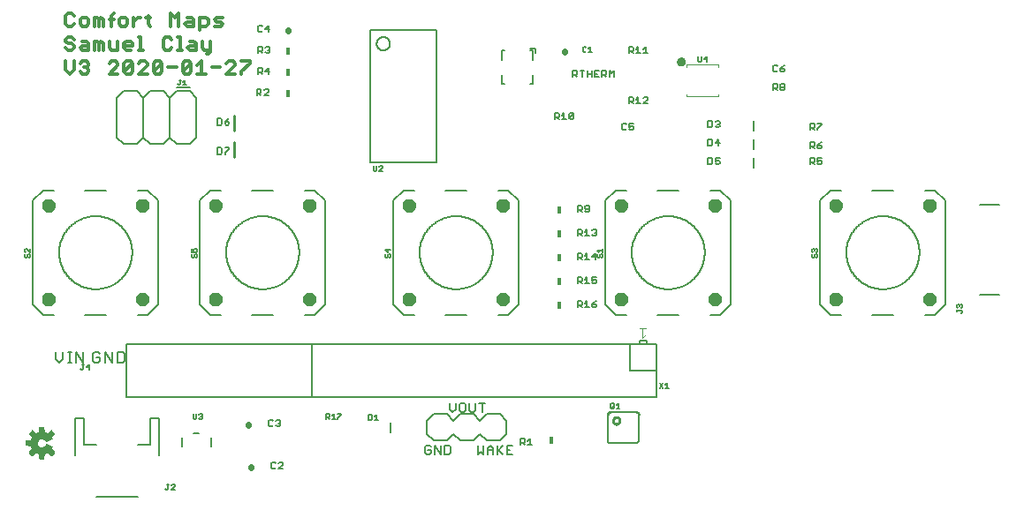
<source format=gbr>
G04 EAGLE Gerber RS-274X export*
G75*
%MOMM*%
%FSLAX34Y34*%
%LPD*%
%INSilkscreen Top*%
%IPPOS*%
%AMOC8*
5,1,8,0,0,1.08239X$1,22.5*%
G01*
%ADD10C,0.304800*%
%ADD11C,0.152400*%
%ADD12C,0.203200*%
%ADD13C,0.015238*%
%ADD14C,0.254000*%
%ADD15C,0.127000*%
%ADD16R,0.457200X0.762000*%
%ADD17C,0.558800*%
%ADD18C,0.700000*%
%ADD19C,0.101600*%

G36*
X64675Y-12830D02*
X64675Y-12830D01*
X64783Y-12816D01*
X64795Y-12810D01*
X64809Y-12808D01*
X64905Y-12756D01*
X65002Y-12709D01*
X65012Y-12699D01*
X65024Y-12693D01*
X65098Y-12613D01*
X65175Y-12537D01*
X65181Y-12525D01*
X65191Y-12515D01*
X65236Y-12416D01*
X65284Y-12319D01*
X65288Y-12301D01*
X65292Y-12292D01*
X65294Y-12271D01*
X65313Y-12174D01*
X65756Y-7823D01*
X66915Y-7452D01*
X66933Y-7442D01*
X67030Y-7404D01*
X68112Y-6847D01*
X71502Y-9611D01*
X71596Y-9665D01*
X71688Y-9722D01*
X71701Y-9725D01*
X71713Y-9732D01*
X71820Y-9753D01*
X71925Y-9778D01*
X71939Y-9776D01*
X71953Y-9779D01*
X72060Y-9764D01*
X72168Y-9754D01*
X72181Y-9748D01*
X72195Y-9746D01*
X72292Y-9698D01*
X72391Y-9653D01*
X72404Y-9642D01*
X72413Y-9638D01*
X72428Y-9622D01*
X72505Y-9560D01*
X75090Y-6975D01*
X75153Y-6886D01*
X75219Y-6801D01*
X75224Y-6788D01*
X75232Y-6776D01*
X75263Y-6673D01*
X75299Y-6570D01*
X75299Y-6556D01*
X75303Y-6543D01*
X75299Y-6435D01*
X75300Y-6326D01*
X75295Y-6313D01*
X75295Y-6299D01*
X75257Y-6197D01*
X75222Y-6095D01*
X75213Y-6080D01*
X75209Y-6071D01*
X75195Y-6054D01*
X75141Y-5972D01*
X72377Y-2582D01*
X72934Y-1500D01*
X72951Y-1447D01*
X72977Y-1398D01*
X72988Y-1332D01*
X73009Y-1268D01*
X73008Y-1212D01*
X73017Y-1158D01*
X73006Y-1091D01*
X73005Y-1024D01*
X72987Y-972D01*
X72978Y-917D01*
X72946Y-857D01*
X72923Y-794D01*
X72889Y-751D01*
X72863Y-702D01*
X72814Y-655D01*
X72772Y-603D01*
X72725Y-573D01*
X72685Y-535D01*
X72580Y-478D01*
X72567Y-470D01*
X72562Y-469D01*
X72555Y-465D01*
X67358Y1688D01*
X67258Y1711D01*
X67160Y1740D01*
X67140Y1739D01*
X67120Y1744D01*
X67018Y1734D01*
X66916Y1729D01*
X66897Y1722D01*
X66877Y1720D01*
X66784Y1678D01*
X66688Y1640D01*
X66673Y1627D01*
X66655Y1619D01*
X66580Y1549D01*
X66502Y1483D01*
X66487Y1462D01*
X66477Y1452D01*
X66465Y1431D01*
X66417Y1362D01*
X65922Y478D01*
X65295Y-201D01*
X64526Y-715D01*
X63658Y-1035D01*
X62741Y-1143D01*
X61806Y-1030D01*
X60925Y-699D01*
X60148Y-167D01*
X59519Y534D01*
X59076Y1364D01*
X58842Y2276D01*
X58832Y3218D01*
X59046Y4134D01*
X59471Y4974D01*
X60084Y5688D01*
X60849Y6237D01*
X61723Y6588D01*
X62655Y6721D01*
X63592Y6629D01*
X64480Y6317D01*
X65268Y5802D01*
X65912Y5115D01*
X66418Y4216D01*
X66482Y4137D01*
X66541Y4055D01*
X66558Y4042D01*
X66571Y4026D01*
X66656Y3972D01*
X66739Y3912D01*
X66759Y3906D01*
X66777Y3895D01*
X66875Y3871D01*
X66973Y3841D01*
X66993Y3842D01*
X67014Y3837D01*
X67115Y3846D01*
X67216Y3849D01*
X67243Y3857D01*
X67257Y3858D01*
X67279Y3868D01*
X67358Y3892D01*
X72555Y6045D01*
X72602Y6074D01*
X72654Y6095D01*
X72705Y6138D01*
X72762Y6174D01*
X72797Y6217D01*
X72840Y6253D01*
X72874Y6310D01*
X72917Y6362D01*
X72936Y6414D01*
X72965Y6462D01*
X72979Y6528D01*
X73003Y6591D01*
X73005Y6646D01*
X73016Y6700D01*
X73009Y6767D01*
X73011Y6834D01*
X72995Y6888D01*
X72988Y6943D01*
X72944Y7054D01*
X72940Y7068D01*
X72937Y7072D01*
X72934Y7080D01*
X72377Y8162D01*
X75141Y11552D01*
X75195Y11646D01*
X75252Y11738D01*
X75255Y11751D01*
X75262Y11763D01*
X75283Y11870D01*
X75308Y11975D01*
X75306Y11989D01*
X75309Y12003D01*
X75294Y12110D01*
X75284Y12218D01*
X75278Y12231D01*
X75276Y12245D01*
X75228Y12342D01*
X75183Y12441D01*
X75172Y12454D01*
X75168Y12463D01*
X75152Y12478D01*
X75090Y12555D01*
X72505Y15140D01*
X72416Y15203D01*
X72331Y15269D01*
X72318Y15274D01*
X72306Y15282D01*
X72203Y15313D01*
X72100Y15349D01*
X72086Y15349D01*
X72073Y15353D01*
X71965Y15349D01*
X71856Y15350D01*
X71843Y15345D01*
X71829Y15345D01*
X71727Y15307D01*
X71625Y15272D01*
X71610Y15263D01*
X71601Y15259D01*
X71584Y15245D01*
X71502Y15191D01*
X68112Y12427D01*
X67030Y12984D01*
X67010Y12990D01*
X66915Y13032D01*
X65756Y13403D01*
X65313Y17754D01*
X65285Y17858D01*
X65260Y17964D01*
X65253Y17976D01*
X65250Y17989D01*
X65189Y18079D01*
X65132Y18172D01*
X65121Y18180D01*
X65113Y18192D01*
X65027Y18258D01*
X64943Y18327D01*
X64930Y18331D01*
X64919Y18340D01*
X64816Y18374D01*
X64715Y18413D01*
X64697Y18414D01*
X64688Y18418D01*
X64666Y18418D01*
X64568Y18427D01*
X60912Y18427D01*
X60805Y18410D01*
X60697Y18396D01*
X60685Y18390D01*
X60671Y18388D01*
X60575Y18336D01*
X60478Y18289D01*
X60468Y18279D01*
X60456Y18273D01*
X60382Y18193D01*
X60305Y18117D01*
X60299Y18105D01*
X60289Y18095D01*
X60244Y17996D01*
X60196Y17899D01*
X60192Y17881D01*
X60188Y17872D01*
X60186Y17851D01*
X60167Y17754D01*
X59724Y13403D01*
X58565Y13032D01*
X58547Y13022D01*
X58450Y12984D01*
X57368Y12427D01*
X53978Y15191D01*
X53884Y15245D01*
X53792Y15302D01*
X53779Y15305D01*
X53767Y15312D01*
X53660Y15333D01*
X53555Y15358D01*
X53541Y15356D01*
X53527Y15359D01*
X53420Y15344D01*
X53312Y15334D01*
X53299Y15328D01*
X53286Y15326D01*
X53188Y15278D01*
X53089Y15233D01*
X53076Y15222D01*
X53067Y15218D01*
X53052Y15202D01*
X52975Y15140D01*
X50390Y12555D01*
X50327Y12466D01*
X50261Y12381D01*
X50256Y12368D01*
X50248Y12356D01*
X50217Y12253D01*
X50181Y12150D01*
X50181Y12136D01*
X50177Y12123D01*
X50181Y12015D01*
X50180Y11906D01*
X50185Y11893D01*
X50185Y11879D01*
X50223Y11777D01*
X50258Y11675D01*
X50267Y11660D01*
X50271Y11651D01*
X50285Y11634D01*
X50339Y11552D01*
X53103Y8162D01*
X52546Y7080D01*
X52540Y7060D01*
X52498Y6965D01*
X52127Y5806D01*
X47776Y5363D01*
X47672Y5335D01*
X47566Y5310D01*
X47554Y5303D01*
X47541Y5300D01*
X47451Y5239D01*
X47358Y5182D01*
X47350Y5171D01*
X47338Y5163D01*
X47272Y5077D01*
X47204Y4993D01*
X47199Y4980D01*
X47190Y4969D01*
X47156Y4866D01*
X47117Y4765D01*
X47116Y4747D01*
X47112Y4738D01*
X47113Y4716D01*
X47103Y4618D01*
X47103Y962D01*
X47120Y855D01*
X47134Y747D01*
X47140Y735D01*
X47142Y721D01*
X47194Y625D01*
X47241Y528D01*
X47251Y518D01*
X47257Y506D01*
X47337Y432D01*
X47413Y355D01*
X47425Y349D01*
X47436Y339D01*
X47534Y294D01*
X47631Y246D01*
X47649Y242D01*
X47658Y238D01*
X47679Y236D01*
X47776Y217D01*
X52127Y-226D01*
X52498Y-1385D01*
X52508Y-1403D01*
X52546Y-1500D01*
X53103Y-2582D01*
X50339Y-5972D01*
X50285Y-6066D01*
X50228Y-6158D01*
X50225Y-6171D01*
X50218Y-6183D01*
X50197Y-6290D01*
X50172Y-6395D01*
X50174Y-6409D01*
X50171Y-6423D01*
X50186Y-6530D01*
X50196Y-6638D01*
X50202Y-6651D01*
X50204Y-6665D01*
X50252Y-6762D01*
X50297Y-6861D01*
X50308Y-6874D01*
X50312Y-6883D01*
X50328Y-6898D01*
X50390Y-6975D01*
X52975Y-9560D01*
X53064Y-9623D01*
X53149Y-9689D01*
X53162Y-9694D01*
X53174Y-9702D01*
X53277Y-9733D01*
X53380Y-9769D01*
X53394Y-9769D01*
X53407Y-9773D01*
X53515Y-9769D01*
X53624Y-9770D01*
X53637Y-9765D01*
X53651Y-9765D01*
X53753Y-9727D01*
X53855Y-9692D01*
X53870Y-9683D01*
X53879Y-9679D01*
X53896Y-9665D01*
X53978Y-9611D01*
X57368Y-6847D01*
X58450Y-7404D01*
X58470Y-7410D01*
X58565Y-7452D01*
X59724Y-7823D01*
X60167Y-12174D01*
X60195Y-12278D01*
X60220Y-12384D01*
X60227Y-12396D01*
X60230Y-12409D01*
X60291Y-12499D01*
X60348Y-12592D01*
X60359Y-12600D01*
X60367Y-12612D01*
X60453Y-12678D01*
X60537Y-12747D01*
X60550Y-12751D01*
X60561Y-12760D01*
X60664Y-12794D01*
X60765Y-12833D01*
X60783Y-12834D01*
X60792Y-12838D01*
X60814Y-12838D01*
X60912Y-12847D01*
X64568Y-12847D01*
X64675Y-12830D01*
G37*
G36*
X676551Y364160D02*
X676551Y364160D01*
X676598Y364175D01*
X676662Y364185D01*
X677455Y364463D01*
X677497Y364488D01*
X677557Y364512D01*
X678268Y364959D01*
X678304Y364993D01*
X678357Y365029D01*
X678951Y365623D01*
X678978Y365664D01*
X679021Y365712D01*
X679468Y366423D01*
X679486Y366469D01*
X679517Y366525D01*
X679795Y367318D01*
X679802Y367367D01*
X679820Y367429D01*
X679914Y368263D01*
X679910Y368312D01*
X679914Y368377D01*
X679820Y369211D01*
X679805Y369258D01*
X679795Y369322D01*
X679517Y370115D01*
X679492Y370157D01*
X679468Y370217D01*
X679021Y370928D01*
X678987Y370964D01*
X678951Y371017D01*
X678357Y371611D01*
X678316Y371638D01*
X678268Y371681D01*
X677557Y372128D01*
X677511Y372146D01*
X677455Y372177D01*
X676662Y372455D01*
X676613Y372462D01*
X676551Y372480D01*
X675717Y372574D01*
X675668Y372570D01*
X675603Y372574D01*
X674769Y372480D01*
X674722Y372465D01*
X674658Y372455D01*
X673865Y372177D01*
X673823Y372152D01*
X673763Y372128D01*
X673052Y371681D01*
X673016Y371647D01*
X672963Y371611D01*
X672369Y371017D01*
X672367Y371013D01*
X672365Y371012D01*
X672340Y370973D01*
X672299Y370928D01*
X671852Y370217D01*
X671834Y370171D01*
X671803Y370115D01*
X671525Y369322D01*
X671518Y369273D01*
X671500Y369211D01*
X671406Y368377D01*
X671410Y368328D01*
X671406Y368263D01*
X671500Y367429D01*
X671515Y367382D01*
X671525Y367318D01*
X671803Y366525D01*
X671828Y366483D01*
X671852Y366423D01*
X672299Y365712D01*
X672333Y365676D01*
X672369Y365623D01*
X672963Y365029D01*
X673004Y365002D01*
X673052Y364959D01*
X673763Y364512D01*
X673809Y364494D01*
X673865Y364463D01*
X674658Y364185D01*
X674707Y364178D01*
X674769Y364160D01*
X675603Y364066D01*
X675652Y364070D01*
X675717Y364066D01*
X676551Y364160D01*
G37*
D10*
X93479Y413013D02*
X91445Y415046D01*
X87378Y415046D01*
X85344Y413013D01*
X85344Y404878D01*
X87378Y402844D01*
X91445Y402844D01*
X93479Y404878D01*
X101411Y402844D02*
X105478Y402844D01*
X107512Y404878D01*
X107512Y408945D01*
X105478Y410979D01*
X101411Y410979D01*
X99377Y408945D01*
X99377Y404878D01*
X101411Y402844D01*
X113410Y402844D02*
X113410Y410979D01*
X115443Y410979D01*
X117477Y408945D01*
X117477Y402844D01*
X117477Y408945D02*
X119511Y410979D01*
X121545Y408945D01*
X121545Y402844D01*
X129476Y402844D02*
X129476Y413013D01*
X131510Y415046D01*
X131510Y408945D02*
X127442Y408945D01*
X138831Y402844D02*
X142899Y402844D01*
X144932Y404878D01*
X144932Y408945D01*
X142899Y410979D01*
X138831Y410979D01*
X136798Y408945D01*
X136798Y404878D01*
X138831Y402844D01*
X150830Y402844D02*
X150830Y410979D01*
X150830Y406911D02*
X154898Y410979D01*
X156932Y410979D01*
X164558Y413013D02*
X164558Y404878D01*
X166592Y402844D01*
X166592Y410979D02*
X162524Y410979D01*
X185912Y415046D02*
X185912Y402844D01*
X189980Y410979D02*
X185912Y415046D01*
X189980Y410979D02*
X194047Y415046D01*
X194047Y402844D01*
X201979Y410979D02*
X206046Y410979D01*
X208080Y408945D01*
X208080Y402844D01*
X201979Y402844D01*
X199945Y404878D01*
X201979Y406911D01*
X208080Y406911D01*
X213978Y410979D02*
X213978Y398777D01*
X213978Y410979D02*
X220079Y410979D01*
X222113Y408945D01*
X222113Y404878D01*
X220079Y402844D01*
X213978Y402844D01*
X228011Y402844D02*
X234112Y402844D01*
X236146Y404878D01*
X234112Y406911D01*
X230044Y406911D01*
X228011Y408945D01*
X230044Y410979D01*
X236146Y410979D01*
X93479Y390153D02*
X91445Y392186D01*
X87378Y392186D01*
X85344Y390153D01*
X85344Y388119D01*
X87378Y386085D01*
X91445Y386085D01*
X93479Y384051D01*
X93479Y382018D01*
X91445Y379984D01*
X87378Y379984D01*
X85344Y382018D01*
X101411Y388119D02*
X105478Y388119D01*
X107512Y386085D01*
X107512Y379984D01*
X101411Y379984D01*
X99377Y382018D01*
X101411Y384051D01*
X107512Y384051D01*
X113410Y379984D02*
X113410Y388119D01*
X115443Y388119D01*
X117477Y386085D01*
X117477Y379984D01*
X117477Y386085D02*
X119511Y388119D01*
X121545Y386085D01*
X121545Y379984D01*
X127442Y382018D02*
X127442Y388119D01*
X127442Y382018D02*
X129476Y379984D01*
X135577Y379984D01*
X135577Y388119D01*
X143509Y379984D02*
X147576Y379984D01*
X143509Y379984D02*
X141475Y382018D01*
X141475Y386085D01*
X143509Y388119D01*
X147576Y388119D01*
X149610Y386085D01*
X149610Y384051D01*
X141475Y384051D01*
X155508Y392186D02*
X157542Y392186D01*
X157542Y379984D01*
X159575Y379984D02*
X155508Y379984D01*
X184997Y392186D02*
X187031Y390153D01*
X184997Y392186D02*
X180930Y392186D01*
X178896Y390153D01*
X178896Y382018D01*
X180930Y379984D01*
X184997Y379984D01*
X187031Y382018D01*
X192929Y392186D02*
X194962Y392186D01*
X194962Y379984D01*
X192929Y379984D02*
X196996Y379984D01*
X204318Y388119D02*
X208385Y388119D01*
X210419Y386085D01*
X210419Y379984D01*
X204318Y379984D01*
X202284Y382018D01*
X204318Y384051D01*
X210419Y384051D01*
X216317Y382018D02*
X216317Y388119D01*
X216317Y382018D02*
X218350Y379984D01*
X224452Y379984D01*
X224452Y377950D02*
X224452Y388119D01*
X224452Y377950D02*
X222418Y375917D01*
X220384Y375917D01*
X85344Y369326D02*
X85344Y361191D01*
X89411Y357124D01*
X93479Y361191D01*
X93479Y369326D01*
X99377Y367293D02*
X101411Y369326D01*
X105478Y369326D01*
X107512Y367293D01*
X107512Y365259D01*
X105478Y363225D01*
X103444Y363225D01*
X105478Y363225D02*
X107512Y361191D01*
X107512Y359158D01*
X105478Y357124D01*
X101411Y357124D01*
X99377Y359158D01*
X127442Y357124D02*
X135577Y357124D01*
X127442Y357124D02*
X135577Y365259D01*
X135577Y367293D01*
X133544Y369326D01*
X129476Y369326D01*
X127442Y367293D01*
X141475Y367293D02*
X141475Y359158D01*
X141475Y367293D02*
X143509Y369326D01*
X147576Y369326D01*
X149610Y367293D01*
X149610Y359158D01*
X147576Y357124D01*
X143509Y357124D01*
X141475Y359158D01*
X149610Y367293D01*
X155508Y357124D02*
X163643Y357124D01*
X155508Y357124D02*
X163643Y365259D01*
X163643Y367293D01*
X161609Y369326D01*
X157542Y369326D01*
X155508Y367293D01*
X169541Y367293D02*
X169541Y359158D01*
X169541Y367293D02*
X171574Y369326D01*
X175642Y369326D01*
X177676Y367293D01*
X177676Y359158D01*
X175642Y357124D01*
X171574Y357124D01*
X169541Y359158D01*
X177676Y367293D01*
X183573Y363225D02*
X191708Y363225D01*
X197606Y359158D02*
X197606Y367293D01*
X199640Y369326D01*
X203707Y369326D01*
X205741Y367293D01*
X205741Y359158D01*
X203707Y357124D01*
X199640Y357124D01*
X197606Y359158D01*
X205741Y367293D01*
X211639Y365259D02*
X215707Y369326D01*
X215707Y357124D01*
X219774Y357124D02*
X211639Y357124D01*
X225672Y363225D02*
X233807Y363225D01*
X239705Y357124D02*
X247840Y357124D01*
X239705Y357124D02*
X247840Y365259D01*
X247840Y367293D01*
X245806Y369326D01*
X241738Y369326D01*
X239705Y367293D01*
X253737Y369326D02*
X261872Y369326D01*
X261872Y367293D01*
X253737Y359158D01*
X253737Y357124D01*
D11*
X480231Y515D02*
X480231Y-8128D01*
X483112Y-5247D01*
X485993Y-8128D01*
X485993Y515D01*
X489586Y-2366D02*
X489586Y-8128D01*
X489586Y-2366D02*
X492468Y515D01*
X495349Y-2366D01*
X495349Y-8128D01*
X495349Y-3806D02*
X489586Y-3806D01*
X498942Y515D02*
X498942Y-8128D01*
X498942Y-5247D02*
X504704Y515D01*
X500382Y-3806D02*
X504704Y-8128D01*
X508297Y515D02*
X514059Y515D01*
X508297Y515D02*
X508297Y-8128D01*
X514059Y-8128D01*
X511178Y-3806D02*
X508297Y-3806D01*
X453561Y35393D02*
X453561Y41155D01*
X453561Y35393D02*
X456442Y32512D01*
X459323Y35393D01*
X459323Y41155D01*
X464357Y41155D02*
X467238Y41155D01*
X464357Y41155D02*
X462916Y39715D01*
X462916Y33953D01*
X464357Y32512D01*
X467238Y32512D01*
X468679Y33953D01*
X468679Y39715D01*
X467238Y41155D01*
X472272Y41155D02*
X472272Y33953D01*
X473712Y32512D01*
X476593Y32512D01*
X478034Y33953D01*
X478034Y41155D01*
X484508Y41155D02*
X484508Y32512D01*
X481627Y41155D02*
X487389Y41155D01*
X435659Y-925D02*
X434218Y515D01*
X431337Y515D01*
X429896Y-925D01*
X429896Y-6687D01*
X431337Y-8128D01*
X434218Y-8128D01*
X435659Y-6687D01*
X435659Y-3806D01*
X432778Y-3806D01*
X439252Y515D02*
X439252Y-8128D01*
X445014Y-8128D02*
X439252Y515D01*
X445014Y515D02*
X445014Y-8128D01*
X448607Y-8128D02*
X448607Y515D01*
X448607Y-8128D02*
X452929Y-8128D01*
X454369Y-6687D01*
X454369Y-925D01*
X452929Y515D01*
X448607Y515D01*
D12*
X118624Y88654D02*
X116845Y90433D01*
X113286Y90433D01*
X111506Y88654D01*
X111506Y81536D01*
X113286Y79756D01*
X116845Y79756D01*
X118624Y81536D01*
X118624Y85095D01*
X115065Y85095D01*
X123200Y90433D02*
X123200Y79756D01*
X130318Y79756D02*
X123200Y90433D01*
X130318Y90433D02*
X130318Y79756D01*
X134894Y79756D02*
X134894Y90433D01*
X134894Y79756D02*
X140233Y79756D01*
X142012Y81536D01*
X142012Y88654D01*
X140233Y90433D01*
X134894Y90433D01*
X75946Y90433D02*
X75946Y83315D01*
X79505Y79756D01*
X83064Y83315D01*
X83064Y90433D01*
X87640Y79756D02*
X91199Y79756D01*
X89419Y79756D02*
X89419Y90433D01*
X87640Y90433D02*
X91199Y90433D01*
X95436Y90433D02*
X95436Y79756D01*
X102554Y79756D02*
X95436Y90433D01*
X102554Y90433D02*
X102554Y79756D01*
D13*
X635245Y30155D02*
X633872Y30155D01*
X633872Y30156D02*
X633867Y30240D01*
X633858Y30324D01*
X633844Y30407D01*
X633827Y30490D01*
X633806Y30571D01*
X633782Y30652D01*
X633753Y30731D01*
X633721Y30809D01*
X633685Y30886D01*
X633646Y30960D01*
X633604Y31033D01*
X633558Y31104D01*
X633508Y31172D01*
X633456Y31238D01*
X633401Y31302D01*
X633343Y31363D01*
X633282Y31421D01*
X633218Y31476D01*
X633152Y31528D01*
X633084Y31578D01*
X633013Y31624D01*
X632940Y31666D01*
X632866Y31705D01*
X632789Y31741D01*
X632711Y31773D01*
X632632Y31802D01*
X632551Y31826D01*
X632470Y31847D01*
X632387Y31864D01*
X632304Y31878D01*
X632220Y31887D01*
X632136Y31892D01*
X632135Y33265D01*
X632136Y33265D01*
X632246Y33261D01*
X632356Y33252D01*
X632466Y33240D01*
X632575Y33224D01*
X632683Y33204D01*
X632791Y33181D01*
X632898Y33154D01*
X633004Y33123D01*
X633109Y33088D01*
X633212Y33050D01*
X633314Y33009D01*
X633415Y32964D01*
X633514Y32915D01*
X633611Y32863D01*
X633706Y32808D01*
X633800Y32749D01*
X633891Y32687D01*
X633980Y32622D01*
X634067Y32554D01*
X634152Y32483D01*
X634234Y32409D01*
X634313Y32333D01*
X634389Y32254D01*
X634463Y32172D01*
X634534Y32087D01*
X634602Y32000D01*
X634667Y31911D01*
X634729Y31820D01*
X634788Y31726D01*
X634843Y31631D01*
X634895Y31534D01*
X634944Y31435D01*
X634989Y31334D01*
X635030Y31232D01*
X635068Y31129D01*
X635103Y31024D01*
X635134Y30918D01*
X635161Y30811D01*
X635184Y30703D01*
X635204Y30595D01*
X635220Y30486D01*
X635232Y30376D01*
X635241Y30266D01*
X635245Y30156D01*
X635102Y30156D01*
X635097Y30264D01*
X635089Y30371D01*
X635077Y30478D01*
X635061Y30584D01*
X635041Y30690D01*
X635018Y30795D01*
X634991Y30899D01*
X634960Y31002D01*
X634925Y31104D01*
X634887Y31205D01*
X634846Y31304D01*
X634801Y31402D01*
X634752Y31498D01*
X634701Y31592D01*
X634645Y31685D01*
X634587Y31775D01*
X634526Y31864D01*
X634461Y31950D01*
X634393Y32033D01*
X634323Y32115D01*
X634249Y32193D01*
X634173Y32269D01*
X634095Y32343D01*
X634013Y32413D01*
X633930Y32481D01*
X633844Y32546D01*
X633755Y32607D01*
X633665Y32665D01*
X633572Y32721D01*
X633478Y32772D01*
X633382Y32821D01*
X633284Y32866D01*
X633185Y32907D01*
X633084Y32945D01*
X632982Y32980D01*
X632879Y33011D01*
X632775Y33038D01*
X632670Y33061D01*
X632564Y33081D01*
X632458Y33097D01*
X632351Y33109D01*
X632244Y33117D01*
X632136Y33122D01*
X632136Y32979D01*
X632241Y32974D01*
X632345Y32966D01*
X632449Y32954D01*
X632553Y32938D01*
X632656Y32918D01*
X632758Y32895D01*
X632859Y32868D01*
X632960Y32837D01*
X633059Y32803D01*
X633156Y32765D01*
X633253Y32723D01*
X633348Y32679D01*
X633441Y32630D01*
X633532Y32579D01*
X633621Y32524D01*
X633709Y32466D01*
X633794Y32405D01*
X633877Y32341D01*
X633957Y32273D01*
X634035Y32203D01*
X634111Y32131D01*
X634183Y32055D01*
X634253Y31977D01*
X634321Y31897D01*
X634385Y31814D01*
X634446Y31729D01*
X634504Y31641D01*
X634559Y31552D01*
X634610Y31461D01*
X634659Y31368D01*
X634703Y31273D01*
X634745Y31176D01*
X634783Y31079D01*
X634817Y30980D01*
X634848Y30879D01*
X634875Y30778D01*
X634898Y30676D01*
X634918Y30573D01*
X634934Y30469D01*
X634946Y30365D01*
X634954Y30261D01*
X634959Y30156D01*
X634816Y30156D01*
X634811Y30260D01*
X634802Y30364D01*
X634790Y30468D01*
X634773Y30571D01*
X634752Y30674D01*
X634728Y30775D01*
X634700Y30876D01*
X634668Y30975D01*
X634632Y31073D01*
X634592Y31170D01*
X634549Y31265D01*
X634503Y31359D01*
X634452Y31450D01*
X634399Y31540D01*
X634342Y31627D01*
X634281Y31713D01*
X634218Y31796D01*
X634151Y31876D01*
X634082Y31954D01*
X634009Y32029D01*
X633934Y32102D01*
X633856Y32171D01*
X633776Y32238D01*
X633693Y32301D01*
X633607Y32362D01*
X633520Y32419D01*
X633430Y32472D01*
X633339Y32523D01*
X633245Y32569D01*
X633150Y32612D01*
X633053Y32652D01*
X632955Y32688D01*
X632856Y32720D01*
X632755Y32748D01*
X632654Y32772D01*
X632551Y32793D01*
X632448Y32810D01*
X632344Y32822D01*
X632240Y32831D01*
X632136Y32836D01*
X632136Y32693D01*
X632237Y32688D01*
X632338Y32679D01*
X632439Y32666D01*
X632539Y32650D01*
X632638Y32629D01*
X632737Y32605D01*
X632834Y32577D01*
X632930Y32545D01*
X633025Y32509D01*
X633119Y32470D01*
X633210Y32427D01*
X633301Y32381D01*
X633389Y32331D01*
X633475Y32278D01*
X633559Y32221D01*
X633641Y32162D01*
X633721Y32099D01*
X633798Y32033D01*
X633872Y31964D01*
X633944Y31892D01*
X634013Y31818D01*
X634079Y31741D01*
X634142Y31661D01*
X634201Y31579D01*
X634258Y31495D01*
X634311Y31409D01*
X634361Y31321D01*
X634407Y31230D01*
X634450Y31139D01*
X634489Y31045D01*
X634525Y30950D01*
X634557Y30854D01*
X634585Y30757D01*
X634609Y30658D01*
X634630Y30559D01*
X634646Y30459D01*
X634659Y30358D01*
X634668Y30257D01*
X634673Y30156D01*
X634530Y30156D01*
X634525Y30254D01*
X634516Y30352D01*
X634503Y30449D01*
X634487Y30546D01*
X634466Y30642D01*
X634442Y30737D01*
X634414Y30831D01*
X634382Y30924D01*
X634347Y31015D01*
X634308Y31105D01*
X634266Y31194D01*
X634220Y31281D01*
X634170Y31365D01*
X634118Y31448D01*
X634062Y31529D01*
X634003Y31607D01*
X633940Y31683D01*
X633875Y31757D01*
X633807Y31827D01*
X633737Y31895D01*
X633663Y31960D01*
X633587Y32023D01*
X633509Y32082D01*
X633428Y32138D01*
X633345Y32190D01*
X633261Y32240D01*
X633174Y32286D01*
X633085Y32328D01*
X632995Y32367D01*
X632904Y32402D01*
X632811Y32434D01*
X632717Y32462D01*
X632622Y32486D01*
X632526Y32507D01*
X632429Y32523D01*
X632332Y32536D01*
X632234Y32545D01*
X632136Y32550D01*
X632136Y32407D01*
X632231Y32402D01*
X632325Y32393D01*
X632419Y32380D01*
X632512Y32364D01*
X632605Y32343D01*
X632696Y32319D01*
X632787Y32292D01*
X632876Y32260D01*
X632964Y32225D01*
X633051Y32187D01*
X633135Y32145D01*
X633219Y32099D01*
X633300Y32050D01*
X633379Y31998D01*
X633456Y31943D01*
X633530Y31885D01*
X633603Y31823D01*
X633672Y31759D01*
X633739Y31692D01*
X633803Y31623D01*
X633865Y31550D01*
X633923Y31476D01*
X633978Y31399D01*
X634030Y31320D01*
X634079Y31239D01*
X634125Y31155D01*
X634167Y31071D01*
X634205Y30984D01*
X634240Y30896D01*
X634272Y30807D01*
X634299Y30716D01*
X634323Y30625D01*
X634344Y30532D01*
X634360Y30439D01*
X634373Y30345D01*
X634382Y30251D01*
X634387Y30156D01*
X634244Y30156D01*
X634239Y30247D01*
X634230Y30338D01*
X634217Y30428D01*
X634201Y30517D01*
X634181Y30606D01*
X634157Y30694D01*
X634129Y30781D01*
X634098Y30867D01*
X634064Y30951D01*
X634026Y31034D01*
X633984Y31115D01*
X633939Y31194D01*
X633891Y31272D01*
X633840Y31347D01*
X633786Y31420D01*
X633728Y31491D01*
X633668Y31559D01*
X633605Y31625D01*
X633539Y31688D01*
X633471Y31748D01*
X633400Y31806D01*
X633327Y31860D01*
X633252Y31911D01*
X633174Y31959D01*
X633095Y32004D01*
X633014Y32046D01*
X632931Y32084D01*
X632847Y32118D01*
X632761Y32149D01*
X632674Y32177D01*
X632586Y32201D01*
X632497Y32221D01*
X632408Y32237D01*
X632318Y32250D01*
X632227Y32259D01*
X632136Y32264D01*
X632136Y32121D01*
X632226Y32115D01*
X632315Y32106D01*
X632404Y32093D01*
X632492Y32076D01*
X632580Y32055D01*
X632666Y32030D01*
X632751Y32001D01*
X632835Y31969D01*
X632917Y31933D01*
X632998Y31894D01*
X633077Y31851D01*
X633154Y31804D01*
X633229Y31754D01*
X633301Y31701D01*
X633371Y31645D01*
X633439Y31586D01*
X633504Y31524D01*
X633566Y31459D01*
X633625Y31391D01*
X633681Y31321D01*
X633734Y31249D01*
X633784Y31174D01*
X633831Y31097D01*
X633874Y31018D01*
X633913Y30937D01*
X633949Y30855D01*
X633981Y30771D01*
X634010Y30686D01*
X634035Y30600D01*
X634056Y30512D01*
X634073Y30424D01*
X634086Y30335D01*
X634095Y30246D01*
X634101Y30156D01*
X633957Y30156D01*
X633952Y30242D01*
X633943Y30327D01*
X633930Y30412D01*
X633913Y30496D01*
X633892Y30579D01*
X633868Y30661D01*
X633840Y30742D01*
X633808Y30822D01*
X633773Y30900D01*
X633734Y30977D01*
X633692Y31051D01*
X633646Y31124D01*
X633597Y31195D01*
X633546Y31263D01*
X633491Y31329D01*
X633433Y31392D01*
X633372Y31453D01*
X633309Y31511D01*
X633243Y31566D01*
X633175Y31617D01*
X633104Y31666D01*
X633031Y31712D01*
X632957Y31754D01*
X632880Y31793D01*
X632802Y31828D01*
X632722Y31860D01*
X632641Y31888D01*
X632559Y31912D01*
X632476Y31933D01*
X632392Y31950D01*
X632307Y31963D01*
X632222Y31972D01*
X632136Y31977D01*
D11*
X634560Y5480D02*
X634558Y5382D01*
X634552Y5284D01*
X634543Y5186D01*
X634529Y5089D01*
X634512Y4992D01*
X634491Y4896D01*
X634466Y4801D01*
X634438Y4707D01*
X634405Y4615D01*
X634370Y4523D01*
X634330Y4433D01*
X634288Y4345D01*
X634241Y4258D01*
X634192Y4174D01*
X634139Y4091D01*
X634083Y4011D01*
X634023Y3932D01*
X633961Y3856D01*
X633896Y3783D01*
X633828Y3712D01*
X633757Y3644D01*
X633684Y3579D01*
X633608Y3517D01*
X633529Y3457D01*
X633449Y3401D01*
X633366Y3348D01*
X633282Y3299D01*
X633195Y3252D01*
X633107Y3210D01*
X633017Y3170D01*
X632925Y3135D01*
X632833Y3102D01*
X632739Y3074D01*
X632644Y3049D01*
X632548Y3028D01*
X632451Y3011D01*
X632354Y2997D01*
X632256Y2988D01*
X632158Y2982D01*
X632060Y2980D01*
X607360Y2980D02*
X607262Y2982D01*
X607164Y2988D01*
X607066Y2997D01*
X606969Y3011D01*
X606872Y3028D01*
X606776Y3049D01*
X606681Y3074D01*
X606587Y3102D01*
X606495Y3135D01*
X606403Y3170D01*
X606313Y3210D01*
X606225Y3252D01*
X606138Y3299D01*
X606054Y3348D01*
X605971Y3401D01*
X605891Y3457D01*
X605812Y3517D01*
X605736Y3579D01*
X605663Y3644D01*
X605592Y3712D01*
X605524Y3783D01*
X605459Y3856D01*
X605397Y3932D01*
X605337Y4011D01*
X605281Y4091D01*
X605228Y4174D01*
X605179Y4258D01*
X605132Y4345D01*
X605090Y4433D01*
X605050Y4523D01*
X605015Y4615D01*
X604982Y4707D01*
X604954Y4801D01*
X604929Y4896D01*
X604908Y4992D01*
X604891Y5089D01*
X604877Y5186D01*
X604868Y5284D01*
X604862Y5382D01*
X604860Y5480D01*
D13*
X607285Y33265D02*
X607285Y31892D01*
X607284Y31892D02*
X607200Y31887D01*
X607116Y31878D01*
X607033Y31864D01*
X606950Y31847D01*
X606869Y31826D01*
X606788Y31802D01*
X606709Y31773D01*
X606631Y31741D01*
X606554Y31705D01*
X606480Y31666D01*
X606407Y31624D01*
X606336Y31578D01*
X606268Y31528D01*
X606202Y31476D01*
X606138Y31421D01*
X606077Y31363D01*
X606019Y31302D01*
X605964Y31238D01*
X605912Y31172D01*
X605862Y31104D01*
X605816Y31033D01*
X605774Y30960D01*
X605735Y30886D01*
X605699Y30809D01*
X605667Y30731D01*
X605638Y30652D01*
X605614Y30571D01*
X605593Y30490D01*
X605576Y30407D01*
X605562Y30324D01*
X605553Y30240D01*
X605548Y30156D01*
X604175Y30155D01*
X604175Y30156D01*
X604179Y30266D01*
X604188Y30376D01*
X604200Y30486D01*
X604216Y30595D01*
X604236Y30703D01*
X604259Y30811D01*
X604286Y30918D01*
X604317Y31024D01*
X604352Y31129D01*
X604390Y31232D01*
X604431Y31334D01*
X604476Y31435D01*
X604525Y31534D01*
X604577Y31631D01*
X604632Y31726D01*
X604691Y31820D01*
X604753Y31911D01*
X604818Y32000D01*
X604886Y32087D01*
X604957Y32172D01*
X605031Y32254D01*
X605107Y32333D01*
X605186Y32409D01*
X605268Y32483D01*
X605353Y32554D01*
X605440Y32622D01*
X605529Y32687D01*
X605620Y32749D01*
X605714Y32808D01*
X605809Y32863D01*
X605906Y32915D01*
X606005Y32964D01*
X606106Y33009D01*
X606208Y33050D01*
X606311Y33088D01*
X606416Y33123D01*
X606522Y33154D01*
X606629Y33181D01*
X606737Y33204D01*
X606845Y33224D01*
X606954Y33240D01*
X607064Y33252D01*
X607174Y33261D01*
X607284Y33265D01*
X607284Y33122D01*
X607176Y33117D01*
X607069Y33109D01*
X606962Y33097D01*
X606856Y33081D01*
X606750Y33061D01*
X606645Y33038D01*
X606541Y33011D01*
X606438Y32980D01*
X606336Y32945D01*
X606235Y32907D01*
X606136Y32866D01*
X606038Y32821D01*
X605942Y32772D01*
X605848Y32721D01*
X605755Y32665D01*
X605665Y32607D01*
X605576Y32546D01*
X605490Y32481D01*
X605407Y32413D01*
X605325Y32343D01*
X605247Y32269D01*
X605171Y32193D01*
X605097Y32115D01*
X605027Y32033D01*
X604959Y31950D01*
X604894Y31864D01*
X604833Y31775D01*
X604775Y31685D01*
X604719Y31592D01*
X604668Y31498D01*
X604619Y31402D01*
X604574Y31304D01*
X604533Y31205D01*
X604495Y31104D01*
X604460Y31002D01*
X604429Y30899D01*
X604402Y30795D01*
X604379Y30690D01*
X604359Y30584D01*
X604343Y30478D01*
X604331Y30371D01*
X604323Y30264D01*
X604318Y30156D01*
X604461Y30156D01*
X604466Y30261D01*
X604474Y30365D01*
X604486Y30469D01*
X604502Y30573D01*
X604522Y30676D01*
X604545Y30778D01*
X604572Y30879D01*
X604603Y30980D01*
X604637Y31079D01*
X604675Y31176D01*
X604717Y31273D01*
X604761Y31368D01*
X604810Y31461D01*
X604861Y31552D01*
X604916Y31641D01*
X604974Y31729D01*
X605035Y31814D01*
X605099Y31897D01*
X605167Y31977D01*
X605237Y32055D01*
X605309Y32131D01*
X605385Y32203D01*
X605463Y32273D01*
X605543Y32341D01*
X605626Y32405D01*
X605711Y32466D01*
X605799Y32524D01*
X605888Y32579D01*
X605979Y32630D01*
X606072Y32679D01*
X606167Y32723D01*
X606264Y32765D01*
X606361Y32803D01*
X606460Y32837D01*
X606561Y32868D01*
X606662Y32895D01*
X606764Y32918D01*
X606867Y32938D01*
X606971Y32954D01*
X607075Y32966D01*
X607179Y32974D01*
X607284Y32979D01*
X607284Y32836D01*
X607180Y32831D01*
X607076Y32822D01*
X606972Y32810D01*
X606869Y32793D01*
X606766Y32772D01*
X606665Y32748D01*
X606564Y32720D01*
X606465Y32688D01*
X606367Y32652D01*
X606270Y32612D01*
X606175Y32569D01*
X606081Y32523D01*
X605990Y32472D01*
X605900Y32419D01*
X605813Y32362D01*
X605727Y32301D01*
X605644Y32238D01*
X605564Y32171D01*
X605486Y32102D01*
X605411Y32029D01*
X605338Y31954D01*
X605269Y31876D01*
X605202Y31796D01*
X605139Y31713D01*
X605078Y31627D01*
X605021Y31540D01*
X604968Y31450D01*
X604917Y31359D01*
X604871Y31265D01*
X604828Y31170D01*
X604788Y31073D01*
X604752Y30975D01*
X604720Y30876D01*
X604692Y30775D01*
X604668Y30674D01*
X604647Y30571D01*
X604630Y30468D01*
X604618Y30364D01*
X604609Y30260D01*
X604604Y30156D01*
X604747Y30156D01*
X604752Y30257D01*
X604761Y30358D01*
X604774Y30459D01*
X604790Y30559D01*
X604811Y30658D01*
X604835Y30757D01*
X604863Y30854D01*
X604895Y30950D01*
X604931Y31045D01*
X604970Y31139D01*
X605013Y31230D01*
X605059Y31321D01*
X605109Y31409D01*
X605162Y31495D01*
X605219Y31579D01*
X605278Y31661D01*
X605341Y31741D01*
X605407Y31818D01*
X605476Y31892D01*
X605548Y31964D01*
X605622Y32033D01*
X605699Y32099D01*
X605779Y32162D01*
X605861Y32221D01*
X605945Y32278D01*
X606031Y32331D01*
X606119Y32381D01*
X606210Y32427D01*
X606301Y32470D01*
X606395Y32509D01*
X606490Y32545D01*
X606586Y32577D01*
X606683Y32605D01*
X606782Y32629D01*
X606881Y32650D01*
X606981Y32666D01*
X607082Y32679D01*
X607183Y32688D01*
X607284Y32693D01*
X607284Y32550D01*
X607186Y32545D01*
X607088Y32536D01*
X606991Y32523D01*
X606894Y32507D01*
X606798Y32486D01*
X606703Y32462D01*
X606609Y32434D01*
X606516Y32402D01*
X606425Y32367D01*
X606335Y32328D01*
X606246Y32286D01*
X606159Y32240D01*
X606075Y32190D01*
X605992Y32138D01*
X605911Y32082D01*
X605833Y32023D01*
X605757Y31960D01*
X605683Y31895D01*
X605613Y31827D01*
X605545Y31757D01*
X605480Y31683D01*
X605417Y31607D01*
X605358Y31529D01*
X605302Y31448D01*
X605250Y31365D01*
X605200Y31281D01*
X605154Y31194D01*
X605112Y31105D01*
X605073Y31015D01*
X605038Y30924D01*
X605006Y30831D01*
X604978Y30737D01*
X604954Y30642D01*
X604933Y30546D01*
X604917Y30449D01*
X604904Y30352D01*
X604895Y30254D01*
X604890Y30156D01*
X605033Y30156D01*
X605038Y30251D01*
X605047Y30345D01*
X605060Y30439D01*
X605076Y30532D01*
X605097Y30625D01*
X605121Y30716D01*
X605148Y30807D01*
X605180Y30896D01*
X605215Y30984D01*
X605253Y31071D01*
X605295Y31155D01*
X605341Y31239D01*
X605390Y31320D01*
X605442Y31399D01*
X605497Y31476D01*
X605555Y31550D01*
X605617Y31623D01*
X605681Y31692D01*
X605748Y31759D01*
X605817Y31823D01*
X605890Y31885D01*
X605964Y31943D01*
X606041Y31998D01*
X606120Y32050D01*
X606201Y32099D01*
X606285Y32145D01*
X606369Y32187D01*
X606456Y32225D01*
X606544Y32260D01*
X606633Y32292D01*
X606724Y32319D01*
X606815Y32343D01*
X606908Y32364D01*
X607001Y32380D01*
X607095Y32393D01*
X607189Y32402D01*
X607284Y32407D01*
X607284Y32264D01*
X607193Y32259D01*
X607102Y32250D01*
X607012Y32237D01*
X606923Y32221D01*
X606834Y32201D01*
X606746Y32177D01*
X606659Y32149D01*
X606573Y32118D01*
X606489Y32084D01*
X606406Y32046D01*
X606325Y32004D01*
X606246Y31959D01*
X606168Y31911D01*
X606093Y31860D01*
X606020Y31806D01*
X605949Y31748D01*
X605881Y31688D01*
X605815Y31625D01*
X605752Y31559D01*
X605692Y31491D01*
X605634Y31420D01*
X605580Y31347D01*
X605529Y31272D01*
X605481Y31194D01*
X605436Y31115D01*
X605394Y31034D01*
X605356Y30951D01*
X605322Y30867D01*
X605291Y30781D01*
X605263Y30694D01*
X605239Y30606D01*
X605219Y30517D01*
X605203Y30428D01*
X605190Y30338D01*
X605181Y30247D01*
X605176Y30156D01*
X605319Y30156D01*
X605325Y30246D01*
X605334Y30335D01*
X605347Y30424D01*
X605364Y30512D01*
X605385Y30600D01*
X605410Y30686D01*
X605439Y30771D01*
X605471Y30855D01*
X605507Y30937D01*
X605546Y31018D01*
X605589Y31097D01*
X605636Y31174D01*
X605686Y31249D01*
X605739Y31321D01*
X605795Y31391D01*
X605854Y31459D01*
X605916Y31524D01*
X605981Y31586D01*
X606049Y31645D01*
X606119Y31701D01*
X606191Y31754D01*
X606266Y31804D01*
X606343Y31851D01*
X606422Y31894D01*
X606503Y31933D01*
X606585Y31969D01*
X606669Y32001D01*
X606754Y32030D01*
X606840Y32055D01*
X606928Y32076D01*
X607016Y32093D01*
X607105Y32106D01*
X607194Y32115D01*
X607284Y32121D01*
X607284Y31977D01*
X607198Y31972D01*
X607113Y31963D01*
X607028Y31950D01*
X606944Y31933D01*
X606861Y31912D01*
X606779Y31888D01*
X606698Y31860D01*
X606618Y31828D01*
X606540Y31793D01*
X606463Y31754D01*
X606389Y31712D01*
X606316Y31666D01*
X606245Y31617D01*
X606177Y31566D01*
X606111Y31511D01*
X606048Y31453D01*
X605987Y31392D01*
X605929Y31329D01*
X605874Y31263D01*
X605823Y31195D01*
X605774Y31124D01*
X605728Y31051D01*
X605686Y30977D01*
X605647Y30900D01*
X605612Y30822D01*
X605580Y30742D01*
X605552Y30661D01*
X605528Y30579D01*
X605507Y30496D01*
X605490Y30412D01*
X605477Y30327D01*
X605468Y30242D01*
X605463Y30156D01*
D11*
X604860Y29980D02*
X604860Y5380D01*
X634560Y5380D02*
X634560Y29980D01*
X632060Y32580D02*
X607460Y32580D01*
X607360Y2980D02*
X632060Y2980D01*
D14*
X610010Y24280D02*
X610012Y24393D01*
X610018Y24507D01*
X610028Y24620D01*
X610042Y24732D01*
X610059Y24844D01*
X610081Y24956D01*
X610107Y25066D01*
X610136Y25176D01*
X610169Y25284D01*
X610206Y25392D01*
X610247Y25497D01*
X610291Y25602D01*
X610339Y25705D01*
X610390Y25806D01*
X610445Y25905D01*
X610504Y26002D01*
X610566Y26097D01*
X610631Y26190D01*
X610699Y26281D01*
X610770Y26369D01*
X610845Y26455D01*
X610922Y26538D01*
X611002Y26618D01*
X611085Y26695D01*
X611171Y26770D01*
X611259Y26841D01*
X611350Y26909D01*
X611443Y26974D01*
X611538Y27036D01*
X611635Y27095D01*
X611734Y27150D01*
X611835Y27201D01*
X611938Y27249D01*
X612043Y27293D01*
X612148Y27334D01*
X612256Y27371D01*
X612364Y27404D01*
X612474Y27433D01*
X612584Y27459D01*
X612696Y27481D01*
X612808Y27498D01*
X612920Y27512D01*
X613033Y27522D01*
X613147Y27528D01*
X613260Y27530D01*
X613373Y27528D01*
X613487Y27522D01*
X613600Y27512D01*
X613712Y27498D01*
X613824Y27481D01*
X613936Y27459D01*
X614046Y27433D01*
X614156Y27404D01*
X614264Y27371D01*
X614372Y27334D01*
X614477Y27293D01*
X614582Y27249D01*
X614685Y27201D01*
X614786Y27150D01*
X614885Y27095D01*
X614982Y27036D01*
X615077Y26974D01*
X615170Y26909D01*
X615261Y26841D01*
X615349Y26770D01*
X615435Y26695D01*
X615518Y26618D01*
X615598Y26538D01*
X615675Y26455D01*
X615750Y26369D01*
X615821Y26281D01*
X615889Y26190D01*
X615954Y26097D01*
X616016Y26002D01*
X616075Y25905D01*
X616130Y25806D01*
X616181Y25705D01*
X616229Y25602D01*
X616273Y25497D01*
X616314Y25392D01*
X616351Y25284D01*
X616384Y25176D01*
X616413Y25066D01*
X616439Y24956D01*
X616461Y24844D01*
X616478Y24732D01*
X616492Y24620D01*
X616502Y24507D01*
X616508Y24393D01*
X616510Y24280D01*
X616508Y24167D01*
X616502Y24053D01*
X616492Y23940D01*
X616478Y23828D01*
X616461Y23716D01*
X616439Y23604D01*
X616413Y23494D01*
X616384Y23384D01*
X616351Y23276D01*
X616314Y23168D01*
X616273Y23063D01*
X616229Y22958D01*
X616181Y22855D01*
X616130Y22754D01*
X616075Y22655D01*
X616016Y22558D01*
X615954Y22463D01*
X615889Y22370D01*
X615821Y22279D01*
X615750Y22191D01*
X615675Y22105D01*
X615598Y22022D01*
X615518Y21942D01*
X615435Y21865D01*
X615349Y21790D01*
X615261Y21719D01*
X615170Y21651D01*
X615077Y21586D01*
X614982Y21524D01*
X614885Y21465D01*
X614786Y21410D01*
X614685Y21359D01*
X614582Y21311D01*
X614477Y21267D01*
X614372Y21226D01*
X614264Y21189D01*
X614156Y21156D01*
X614046Y21127D01*
X613936Y21101D01*
X613824Y21079D01*
X613712Y21062D01*
X613600Y21048D01*
X613487Y21038D01*
X613373Y21032D01*
X613260Y21030D01*
X613147Y21032D01*
X613033Y21038D01*
X612920Y21048D01*
X612808Y21062D01*
X612696Y21079D01*
X612584Y21101D01*
X612474Y21127D01*
X612364Y21156D01*
X612256Y21189D01*
X612148Y21226D01*
X612043Y21267D01*
X611938Y21311D01*
X611835Y21359D01*
X611734Y21410D01*
X611635Y21465D01*
X611538Y21524D01*
X611443Y21586D01*
X611350Y21651D01*
X611259Y21719D01*
X611171Y21790D01*
X611085Y21865D01*
X611002Y21942D01*
X610922Y22022D01*
X610845Y22105D01*
X610770Y22191D01*
X610699Y22279D01*
X610631Y22370D01*
X610566Y22463D01*
X610504Y22558D01*
X610445Y22655D01*
X610390Y22754D01*
X610339Y22855D01*
X610291Y22958D01*
X610247Y23063D01*
X610206Y23168D01*
X610169Y23276D01*
X610136Y23384D01*
X610107Y23494D01*
X610081Y23604D01*
X610059Y23716D01*
X610042Y23828D01*
X610028Y23940D01*
X610018Y24053D01*
X610012Y24167D01*
X610010Y24280D01*
D15*
X607695Y37000D02*
X607695Y40220D01*
X608500Y41025D01*
X610110Y41025D01*
X610915Y40220D01*
X610915Y37000D01*
X610110Y36195D01*
X608500Y36195D01*
X607695Y37000D01*
X609305Y37805D02*
X610915Y36195D01*
X613308Y39415D02*
X614918Y41025D01*
X614918Y36195D01*
X613308Y36195D02*
X616528Y36195D01*
X503160Y370720D02*
X503160Y379220D01*
X505660Y379220D01*
X503160Y355720D02*
X503160Y347220D01*
X505660Y347220D01*
X533160Y347220D02*
X533160Y355720D01*
X533160Y347220D02*
X530660Y347220D01*
X533160Y370720D02*
X533160Y379220D01*
X530660Y379220D01*
X530660Y381720D02*
X535660Y381720D01*
X535660Y377220D01*
D12*
X210820Y334010D02*
X204470Y340360D01*
X191770Y340360D02*
X185420Y334010D01*
X179070Y340360D01*
X166370Y340360D02*
X160020Y334010D01*
X153670Y340360D01*
X140970Y340360D02*
X134620Y334010D01*
X210820Y334010D02*
X210820Y295910D01*
X204470Y289560D01*
X191770Y289560D01*
X185420Y295910D01*
X179070Y289560D01*
X166370Y289560D01*
X160020Y295910D01*
X153670Y289560D01*
X140970Y289560D01*
X134620Y295910D01*
X185420Y295910D02*
X185420Y334010D01*
X160020Y334010D02*
X160020Y295910D01*
X134620Y295910D02*
X134620Y334010D01*
X140970Y340360D02*
X153670Y340360D01*
X166370Y340360D02*
X179070Y340360D01*
X191770Y340360D02*
X204470Y340360D01*
X204470Y343710D02*
X191770Y343710D01*
D15*
X193414Y346329D02*
X192609Y347134D01*
X193414Y346329D02*
X194219Y346329D01*
X195024Y347134D01*
X195024Y351159D01*
X194219Y351159D02*
X195829Y351159D01*
X198222Y349549D02*
X199832Y351159D01*
X199832Y346329D01*
X198222Y346329D02*
X201442Y346329D01*
D12*
X377190Y271780D02*
X440690Y271780D01*
X377190Y271780D02*
X377190Y398780D01*
X440690Y398780D01*
X440690Y271780D01*
D15*
X383540Y386080D02*
X383542Y386239D01*
X383548Y386398D01*
X383558Y386556D01*
X383572Y386715D01*
X383590Y386873D01*
X383611Y387030D01*
X383637Y387187D01*
X383667Y387343D01*
X383700Y387499D01*
X383738Y387653D01*
X383779Y387807D01*
X383824Y387959D01*
X383873Y388110D01*
X383926Y388260D01*
X383982Y388409D01*
X384043Y388556D01*
X384106Y388701D01*
X384174Y388845D01*
X384245Y388988D01*
X384319Y389128D01*
X384397Y389266D01*
X384479Y389403D01*
X384564Y389537D01*
X384652Y389670D01*
X384743Y389800D01*
X384838Y389927D01*
X384936Y390052D01*
X385037Y390175D01*
X385141Y390295D01*
X385248Y390413D01*
X385358Y390528D01*
X385471Y390640D01*
X385586Y390749D01*
X385704Y390855D01*
X385825Y390959D01*
X385949Y391059D01*
X386074Y391156D01*
X386203Y391250D01*
X386333Y391340D01*
X386466Y391428D01*
X386601Y391512D01*
X386738Y391592D01*
X386877Y391670D01*
X387018Y391743D01*
X387160Y391813D01*
X387305Y391880D01*
X387451Y391943D01*
X387598Y392002D01*
X387747Y392058D01*
X387898Y392109D01*
X388049Y392157D01*
X388202Y392201D01*
X388356Y392242D01*
X388510Y392278D01*
X388666Y392311D01*
X388822Y392340D01*
X388979Y392364D01*
X389137Y392385D01*
X389295Y392402D01*
X389453Y392415D01*
X389612Y392424D01*
X389771Y392429D01*
X389930Y392430D01*
X390089Y392427D01*
X390247Y392420D01*
X390406Y392409D01*
X390564Y392394D01*
X390722Y392375D01*
X390879Y392352D01*
X391036Y392326D01*
X391192Y392295D01*
X391347Y392261D01*
X391501Y392222D01*
X391655Y392180D01*
X391807Y392134D01*
X391958Y392084D01*
X392107Y392030D01*
X392256Y391973D01*
X392402Y391912D01*
X392548Y391847D01*
X392691Y391779D01*
X392833Y391707D01*
X392973Y391631D01*
X393111Y391553D01*
X393247Y391470D01*
X393381Y391385D01*
X393512Y391296D01*
X393642Y391203D01*
X393769Y391108D01*
X393893Y391009D01*
X394016Y390907D01*
X394135Y390803D01*
X394252Y390695D01*
X394366Y390584D01*
X394477Y390471D01*
X394586Y390355D01*
X394691Y390236D01*
X394794Y390114D01*
X394893Y389990D01*
X394990Y389864D01*
X395083Y389735D01*
X395173Y389604D01*
X395259Y389470D01*
X395342Y389335D01*
X395422Y389197D01*
X395498Y389058D01*
X395571Y388917D01*
X395640Y388774D01*
X395706Y388629D01*
X395768Y388482D01*
X395826Y388335D01*
X395881Y388185D01*
X395932Y388035D01*
X395979Y387883D01*
X396022Y387730D01*
X396061Y387576D01*
X396097Y387421D01*
X396128Y387265D01*
X396156Y387109D01*
X396180Y386952D01*
X396200Y386794D01*
X396216Y386636D01*
X396228Y386477D01*
X396236Y386318D01*
X396240Y386159D01*
X396240Y386001D01*
X396236Y385842D01*
X396228Y385683D01*
X396216Y385524D01*
X396200Y385366D01*
X396180Y385208D01*
X396156Y385051D01*
X396128Y384895D01*
X396097Y384739D01*
X396061Y384584D01*
X396022Y384430D01*
X395979Y384277D01*
X395932Y384125D01*
X395881Y383975D01*
X395826Y383825D01*
X395768Y383678D01*
X395706Y383531D01*
X395640Y383386D01*
X395571Y383243D01*
X395498Y383102D01*
X395422Y382963D01*
X395342Y382825D01*
X395259Y382690D01*
X395173Y382556D01*
X395083Y382425D01*
X394990Y382296D01*
X394893Y382170D01*
X394794Y382046D01*
X394691Y381924D01*
X394586Y381805D01*
X394477Y381689D01*
X394366Y381576D01*
X394252Y381465D01*
X394135Y381357D01*
X394016Y381253D01*
X393893Y381151D01*
X393769Y381052D01*
X393642Y380957D01*
X393512Y380864D01*
X393381Y380775D01*
X393247Y380690D01*
X393111Y380607D01*
X392973Y380529D01*
X392833Y380453D01*
X392691Y380381D01*
X392548Y380313D01*
X392402Y380248D01*
X392256Y380187D01*
X392107Y380130D01*
X391958Y380076D01*
X391807Y380026D01*
X391655Y379980D01*
X391501Y379938D01*
X391347Y379899D01*
X391192Y379865D01*
X391036Y379834D01*
X390879Y379808D01*
X390722Y379785D01*
X390564Y379766D01*
X390406Y379751D01*
X390247Y379740D01*
X390089Y379733D01*
X389930Y379730D01*
X389771Y379731D01*
X389612Y379736D01*
X389453Y379745D01*
X389295Y379758D01*
X389137Y379775D01*
X388979Y379796D01*
X388822Y379820D01*
X388666Y379849D01*
X388510Y379882D01*
X388356Y379918D01*
X388202Y379959D01*
X388049Y380003D01*
X387898Y380051D01*
X387747Y380102D01*
X387598Y380158D01*
X387451Y380217D01*
X387305Y380280D01*
X387160Y380347D01*
X387018Y380417D01*
X386877Y380490D01*
X386738Y380568D01*
X386601Y380648D01*
X386466Y380732D01*
X386333Y380820D01*
X386203Y380910D01*
X386074Y381004D01*
X385949Y381101D01*
X385825Y381201D01*
X385704Y381305D01*
X385586Y381411D01*
X385471Y381520D01*
X385358Y381632D01*
X385248Y381747D01*
X385141Y381865D01*
X385037Y381985D01*
X384936Y382108D01*
X384838Y382233D01*
X384743Y382360D01*
X384652Y382490D01*
X384564Y382623D01*
X384479Y382757D01*
X384397Y382894D01*
X384319Y383032D01*
X384245Y383172D01*
X384174Y383315D01*
X384106Y383459D01*
X384043Y383604D01*
X383982Y383751D01*
X383926Y383900D01*
X383873Y384050D01*
X383824Y384201D01*
X383779Y384353D01*
X383738Y384507D01*
X383700Y384661D01*
X383667Y384817D01*
X383637Y384973D01*
X383611Y385130D01*
X383590Y385287D01*
X383572Y385445D01*
X383558Y385604D01*
X383548Y385762D01*
X383542Y385921D01*
X383540Y386080D01*
X380365Y268355D02*
X380365Y264330D01*
X381170Y263525D01*
X382780Y263525D01*
X383585Y264330D01*
X383585Y268355D01*
X385978Y263525D02*
X389198Y263525D01*
X385978Y263525D02*
X389198Y266745D01*
X389198Y267550D01*
X388393Y268355D01*
X386783Y268355D01*
X385978Y267550D01*
D16*
X551180Y5080D03*
D11*
X521399Y6863D02*
X521399Y762D01*
X521399Y6863D02*
X524450Y6863D01*
X525467Y5846D01*
X525467Y3813D01*
X524450Y2796D01*
X521399Y2796D01*
X523433Y2796D02*
X525467Y762D01*
X528416Y4829D02*
X530449Y6863D01*
X530449Y762D01*
X528416Y762D02*
X532483Y762D01*
D17*
X563880Y378155D02*
X563880Y378765D01*
D15*
X583440Y382655D02*
X584245Y381850D01*
X583440Y382655D02*
X581830Y382655D01*
X581025Y381850D01*
X581025Y378630D01*
X581830Y377825D01*
X583440Y377825D01*
X584245Y378630D01*
X586638Y381045D02*
X588248Y382655D01*
X588248Y377825D01*
X586638Y377825D02*
X589858Y377825D01*
D12*
X457200Y11430D02*
X450850Y5080D01*
X438150Y5080D01*
X431800Y11430D01*
X431800Y24130D02*
X438150Y30480D01*
X450850Y30480D01*
X457200Y24130D01*
X488950Y5080D02*
X501650Y5080D01*
X488950Y5080D02*
X482600Y11430D01*
X482600Y24130D02*
X488950Y30480D01*
X482600Y11430D02*
X476250Y5080D01*
X463550Y5080D01*
X457200Y11430D01*
X457200Y24130D02*
X463550Y30480D01*
X476250Y30480D01*
X482600Y24130D01*
X508000Y24130D02*
X508000Y11430D01*
X501650Y5080D01*
X508000Y24130D02*
X501650Y30480D01*
X488950Y30480D01*
X431800Y24130D02*
X431800Y11430D01*
X225044Y8104D02*
X225044Y-484D01*
X196596Y-484D02*
X196596Y8104D01*
X208136Y11914D02*
X213504Y11914D01*
D15*
X207645Y26840D02*
X207645Y30865D01*
X207645Y26840D02*
X208450Y26035D01*
X210060Y26035D01*
X210865Y26840D01*
X210865Y30865D01*
X213258Y30060D02*
X214063Y30865D01*
X215673Y30865D01*
X216478Y30060D01*
X216478Y29255D01*
X215673Y28450D01*
X214868Y28450D01*
X215673Y28450D02*
X216478Y27645D01*
X216478Y26840D01*
X215673Y26035D01*
X214063Y26035D01*
X213258Y26840D01*
D16*
X298450Y337820D03*
D11*
X268669Y336042D02*
X268669Y342143D01*
X271720Y342143D01*
X272737Y341126D01*
X272737Y339093D01*
X271720Y338076D01*
X268669Y338076D01*
X270703Y338076D02*
X272737Y336042D01*
X275686Y336042D02*
X279753Y336042D01*
X275686Y336042D02*
X279753Y340109D01*
X279753Y341126D01*
X278736Y342143D01*
X276702Y342143D01*
X275686Y341126D01*
D17*
X262890Y-20015D02*
X262890Y-20625D01*
D11*
X285753Y-15997D02*
X286769Y-17014D01*
X285753Y-15997D02*
X283719Y-15997D01*
X282702Y-17014D01*
X282702Y-21081D01*
X283719Y-22098D01*
X285753Y-22098D01*
X286769Y-21081D01*
X289718Y-22098D02*
X293786Y-22098D01*
X293786Y-18031D02*
X289718Y-22098D01*
X293786Y-18031D02*
X293786Y-17014D01*
X292769Y-15997D01*
X290735Y-15997D01*
X289718Y-17014D01*
D17*
X260350Y20015D02*
X260350Y20625D01*
D11*
X283213Y24643D02*
X284229Y23626D01*
X283213Y24643D02*
X281179Y24643D01*
X280162Y23626D01*
X280162Y19559D01*
X281179Y18542D01*
X283213Y18542D01*
X284229Y19559D01*
X287178Y23626D02*
X288195Y24643D01*
X290229Y24643D01*
X291246Y23626D01*
X291246Y22609D01*
X290229Y21593D01*
X289212Y21593D01*
X290229Y21593D02*
X291246Y20576D01*
X291246Y19559D01*
X290229Y18542D01*
X288195Y18542D01*
X287178Y19559D01*
D17*
X298450Y398475D02*
X298450Y399085D01*
D11*
X274069Y402086D02*
X273053Y403103D01*
X271019Y403103D01*
X270002Y402086D01*
X270002Y398019D01*
X271019Y397002D01*
X273053Y397002D01*
X274069Y398019D01*
X280069Y397002D02*
X280069Y403103D01*
X277018Y400053D01*
X281086Y400053D01*
D16*
X298450Y378460D03*
D11*
X270002Y376682D02*
X270002Y382783D01*
X273053Y382783D01*
X274069Y381766D01*
X274069Y379733D01*
X273053Y378716D01*
X270002Y378716D01*
X272036Y378716D02*
X274069Y376682D01*
X277018Y381766D02*
X278035Y382783D01*
X280069Y382783D01*
X281086Y381766D01*
X281086Y380749D01*
X280069Y379733D01*
X279052Y379733D01*
X280069Y379733D02*
X281086Y378716D01*
X281086Y377699D01*
X280069Y376682D01*
X278035Y376682D01*
X277018Y377699D01*
D16*
X298450Y358140D03*
D11*
X270002Y356362D02*
X270002Y362463D01*
X273053Y362463D01*
X274069Y361446D01*
X274069Y359413D01*
X273053Y358396D01*
X270002Y358396D01*
X272036Y358396D02*
X274069Y356362D01*
X280069Y356362D02*
X280069Y362463D01*
X277018Y359413D01*
X281086Y359413D01*
D12*
X612940Y125420D02*
X622940Y125420D01*
X602940Y135420D02*
X602940Y235420D01*
X612940Y245420D02*
X622940Y245420D01*
X652940Y245420D02*
X672940Y245420D01*
X702940Y245420D02*
X712940Y245420D01*
X722940Y235420D02*
X722940Y135420D01*
X712940Y125420D02*
X702940Y125420D01*
X672940Y125420D02*
X652940Y125420D01*
X712940Y125420D02*
X722940Y135420D01*
X722940Y235420D02*
X712940Y245420D01*
X612940Y245420D02*
X602940Y235420D01*
X602940Y135420D02*
X612940Y125420D01*
X627940Y185420D02*
X627951Y186279D01*
X627982Y187137D01*
X628035Y187995D01*
X628109Y188851D01*
X628203Y189704D01*
X628319Y190556D01*
X628455Y191404D01*
X628613Y192248D01*
X628790Y193089D01*
X628989Y193924D01*
X629208Y194755D01*
X629447Y195580D01*
X629707Y196399D01*
X629986Y197211D01*
X630285Y198016D01*
X630604Y198814D01*
X630943Y199603D01*
X631300Y200384D01*
X631677Y201156D01*
X632073Y201919D01*
X632487Y202671D01*
X632919Y203414D01*
X633370Y204145D01*
X633839Y204865D01*
X634325Y205573D01*
X634828Y206269D01*
X635348Y206953D01*
X635885Y207624D01*
X636438Y208281D01*
X637007Y208925D01*
X637591Y209554D01*
X638191Y210169D01*
X638806Y210769D01*
X639435Y211353D01*
X640079Y211922D01*
X640736Y212475D01*
X641407Y213012D01*
X642091Y213532D01*
X642787Y214035D01*
X643495Y214521D01*
X644215Y214990D01*
X644946Y215441D01*
X645689Y215873D01*
X646441Y216287D01*
X647204Y216683D01*
X647976Y217060D01*
X648757Y217417D01*
X649546Y217756D01*
X650344Y218075D01*
X651149Y218374D01*
X651961Y218653D01*
X652780Y218913D01*
X653605Y219152D01*
X654436Y219371D01*
X655271Y219570D01*
X656112Y219747D01*
X656956Y219905D01*
X657804Y220041D01*
X658656Y220157D01*
X659509Y220251D01*
X660365Y220325D01*
X661223Y220378D01*
X662081Y220409D01*
X662940Y220420D01*
X663799Y220409D01*
X664657Y220378D01*
X665515Y220325D01*
X666371Y220251D01*
X667224Y220157D01*
X668076Y220041D01*
X668924Y219905D01*
X669768Y219747D01*
X670609Y219570D01*
X671444Y219371D01*
X672275Y219152D01*
X673100Y218913D01*
X673919Y218653D01*
X674731Y218374D01*
X675536Y218075D01*
X676334Y217756D01*
X677123Y217417D01*
X677904Y217060D01*
X678676Y216683D01*
X679439Y216287D01*
X680191Y215873D01*
X680934Y215441D01*
X681665Y214990D01*
X682385Y214521D01*
X683093Y214035D01*
X683789Y213532D01*
X684473Y213012D01*
X685144Y212475D01*
X685801Y211922D01*
X686445Y211353D01*
X687074Y210769D01*
X687689Y210169D01*
X688289Y209554D01*
X688873Y208925D01*
X689442Y208281D01*
X689995Y207624D01*
X690532Y206953D01*
X691052Y206269D01*
X691555Y205573D01*
X692041Y204865D01*
X692510Y204145D01*
X692961Y203414D01*
X693393Y202671D01*
X693807Y201919D01*
X694203Y201156D01*
X694580Y200384D01*
X694937Y199603D01*
X695276Y198814D01*
X695595Y198016D01*
X695894Y197211D01*
X696173Y196399D01*
X696433Y195580D01*
X696672Y194755D01*
X696891Y193924D01*
X697090Y193089D01*
X697267Y192248D01*
X697425Y191404D01*
X697561Y190556D01*
X697677Y189704D01*
X697771Y188851D01*
X697845Y187995D01*
X697898Y187137D01*
X697929Y186279D01*
X697940Y185420D01*
X697929Y184561D01*
X697898Y183703D01*
X697845Y182845D01*
X697771Y181989D01*
X697677Y181136D01*
X697561Y180284D01*
X697425Y179436D01*
X697267Y178592D01*
X697090Y177751D01*
X696891Y176916D01*
X696672Y176085D01*
X696433Y175260D01*
X696173Y174441D01*
X695894Y173629D01*
X695595Y172824D01*
X695276Y172026D01*
X694937Y171237D01*
X694580Y170456D01*
X694203Y169684D01*
X693807Y168921D01*
X693393Y168169D01*
X692961Y167426D01*
X692510Y166695D01*
X692041Y165975D01*
X691555Y165267D01*
X691052Y164571D01*
X690532Y163887D01*
X689995Y163216D01*
X689442Y162559D01*
X688873Y161915D01*
X688289Y161286D01*
X687689Y160671D01*
X687074Y160071D01*
X686445Y159487D01*
X685801Y158918D01*
X685144Y158365D01*
X684473Y157828D01*
X683789Y157308D01*
X683093Y156805D01*
X682385Y156319D01*
X681665Y155850D01*
X680934Y155399D01*
X680191Y154967D01*
X679439Y154553D01*
X678676Y154157D01*
X677904Y153780D01*
X677123Y153423D01*
X676334Y153084D01*
X675536Y152765D01*
X674731Y152466D01*
X673919Y152187D01*
X673100Y151927D01*
X672275Y151688D01*
X671444Y151469D01*
X670609Y151270D01*
X669768Y151093D01*
X668924Y150935D01*
X668076Y150799D01*
X667224Y150683D01*
X666371Y150589D01*
X665515Y150515D01*
X664657Y150462D01*
X663799Y150431D01*
X662940Y150420D01*
X662081Y150431D01*
X661223Y150462D01*
X660365Y150515D01*
X659509Y150589D01*
X658656Y150683D01*
X657804Y150799D01*
X656956Y150935D01*
X656112Y151093D01*
X655271Y151270D01*
X654436Y151469D01*
X653605Y151688D01*
X652780Y151927D01*
X651961Y152187D01*
X651149Y152466D01*
X650344Y152765D01*
X649546Y153084D01*
X648757Y153423D01*
X647976Y153780D01*
X647204Y154157D01*
X646441Y154553D01*
X645689Y154967D01*
X644946Y155399D01*
X644215Y155850D01*
X643495Y156319D01*
X642787Y156805D01*
X642091Y157308D01*
X641407Y157828D01*
X640736Y158365D01*
X640079Y158918D01*
X639435Y159487D01*
X638806Y160071D01*
X638191Y160671D01*
X637591Y161286D01*
X637007Y161915D01*
X636438Y162559D01*
X635885Y163216D01*
X635348Y163887D01*
X634828Y164571D01*
X634325Y165267D01*
X633839Y165975D01*
X633370Y166695D01*
X632919Y167426D01*
X632487Y168169D01*
X632073Y168921D01*
X631677Y169684D01*
X631300Y170456D01*
X630943Y171237D01*
X630604Y172026D01*
X630285Y172824D01*
X629986Y173629D01*
X629707Y174441D01*
X629447Y175260D01*
X629208Y176085D01*
X628989Y176916D01*
X628790Y177751D01*
X628613Y178592D01*
X628455Y179436D01*
X628319Y180284D01*
X628203Y181136D01*
X628109Y181989D01*
X628035Y182845D01*
X627982Y183703D01*
X627951Y184561D01*
X627940Y185420D01*
D18*
X614940Y140420D02*
X614942Y140529D01*
X614948Y140638D01*
X614958Y140746D01*
X614972Y140854D01*
X614989Y140962D01*
X615011Y141069D01*
X615036Y141175D01*
X615066Y141279D01*
X615099Y141383D01*
X615136Y141486D01*
X615176Y141587D01*
X615220Y141686D01*
X615268Y141784D01*
X615320Y141881D01*
X615374Y141975D01*
X615432Y142067D01*
X615494Y142157D01*
X615559Y142244D01*
X615626Y142330D01*
X615697Y142413D01*
X615771Y142493D01*
X615848Y142570D01*
X615927Y142645D01*
X616009Y142716D01*
X616094Y142785D01*
X616181Y142850D01*
X616270Y142913D01*
X616362Y142971D01*
X616456Y143027D01*
X616551Y143079D01*
X616649Y143128D01*
X616748Y143173D01*
X616849Y143215D01*
X616951Y143252D01*
X617054Y143286D01*
X617159Y143317D01*
X617265Y143343D01*
X617371Y143366D01*
X617479Y143384D01*
X617587Y143399D01*
X617695Y143410D01*
X617804Y143417D01*
X617913Y143420D01*
X618022Y143419D01*
X618131Y143414D01*
X618239Y143405D01*
X618347Y143392D01*
X618455Y143375D01*
X618562Y143355D01*
X618668Y143330D01*
X618773Y143302D01*
X618877Y143270D01*
X618980Y143234D01*
X619082Y143194D01*
X619182Y143151D01*
X619280Y143104D01*
X619377Y143054D01*
X619471Y143000D01*
X619564Y142942D01*
X619655Y142882D01*
X619743Y142818D01*
X619829Y142751D01*
X619912Y142681D01*
X619993Y142608D01*
X620071Y142532D01*
X620146Y142453D01*
X620219Y142371D01*
X620288Y142287D01*
X620354Y142201D01*
X620417Y142112D01*
X620477Y142021D01*
X620534Y141928D01*
X620587Y141833D01*
X620636Y141736D01*
X620682Y141637D01*
X620724Y141537D01*
X620763Y141435D01*
X620798Y141331D01*
X620829Y141227D01*
X620857Y141122D01*
X620880Y141015D01*
X620900Y140908D01*
X620916Y140800D01*
X620928Y140692D01*
X620936Y140583D01*
X620940Y140474D01*
X620940Y140366D01*
X620936Y140257D01*
X620928Y140148D01*
X620916Y140040D01*
X620900Y139932D01*
X620880Y139825D01*
X620857Y139718D01*
X620829Y139613D01*
X620798Y139509D01*
X620763Y139405D01*
X620724Y139303D01*
X620682Y139203D01*
X620636Y139104D01*
X620587Y139007D01*
X620534Y138912D01*
X620477Y138819D01*
X620417Y138728D01*
X620354Y138639D01*
X620288Y138553D01*
X620219Y138469D01*
X620146Y138387D01*
X620071Y138308D01*
X619993Y138232D01*
X619912Y138159D01*
X619829Y138089D01*
X619743Y138022D01*
X619655Y137958D01*
X619564Y137898D01*
X619471Y137840D01*
X619377Y137786D01*
X619280Y137736D01*
X619182Y137689D01*
X619082Y137646D01*
X618980Y137606D01*
X618877Y137570D01*
X618773Y137538D01*
X618668Y137510D01*
X618562Y137485D01*
X618455Y137465D01*
X618347Y137448D01*
X618239Y137435D01*
X618131Y137426D01*
X618022Y137421D01*
X617913Y137420D01*
X617804Y137423D01*
X617695Y137430D01*
X617587Y137441D01*
X617479Y137456D01*
X617371Y137474D01*
X617265Y137497D01*
X617159Y137523D01*
X617054Y137554D01*
X616951Y137588D01*
X616849Y137625D01*
X616748Y137667D01*
X616649Y137712D01*
X616551Y137761D01*
X616456Y137813D01*
X616362Y137869D01*
X616270Y137927D01*
X616181Y137990D01*
X616094Y138055D01*
X616009Y138124D01*
X615927Y138195D01*
X615848Y138270D01*
X615771Y138347D01*
X615697Y138427D01*
X615626Y138510D01*
X615559Y138596D01*
X615494Y138683D01*
X615432Y138773D01*
X615374Y138865D01*
X615320Y138959D01*
X615268Y139056D01*
X615220Y139154D01*
X615176Y139253D01*
X615136Y139354D01*
X615099Y139457D01*
X615066Y139561D01*
X615036Y139665D01*
X615011Y139771D01*
X614989Y139878D01*
X614972Y139986D01*
X614958Y140094D01*
X614948Y140202D01*
X614942Y140311D01*
X614940Y140420D01*
X614940Y230420D02*
X614942Y230529D01*
X614948Y230638D01*
X614958Y230746D01*
X614972Y230854D01*
X614989Y230962D01*
X615011Y231069D01*
X615036Y231175D01*
X615066Y231279D01*
X615099Y231383D01*
X615136Y231486D01*
X615176Y231587D01*
X615220Y231686D01*
X615268Y231784D01*
X615320Y231881D01*
X615374Y231975D01*
X615432Y232067D01*
X615494Y232157D01*
X615559Y232244D01*
X615626Y232330D01*
X615697Y232413D01*
X615771Y232493D01*
X615848Y232570D01*
X615927Y232645D01*
X616009Y232716D01*
X616094Y232785D01*
X616181Y232850D01*
X616270Y232913D01*
X616362Y232971D01*
X616456Y233027D01*
X616551Y233079D01*
X616649Y233128D01*
X616748Y233173D01*
X616849Y233215D01*
X616951Y233252D01*
X617054Y233286D01*
X617159Y233317D01*
X617265Y233343D01*
X617371Y233366D01*
X617479Y233384D01*
X617587Y233399D01*
X617695Y233410D01*
X617804Y233417D01*
X617913Y233420D01*
X618022Y233419D01*
X618131Y233414D01*
X618239Y233405D01*
X618347Y233392D01*
X618455Y233375D01*
X618562Y233355D01*
X618668Y233330D01*
X618773Y233302D01*
X618877Y233270D01*
X618980Y233234D01*
X619082Y233194D01*
X619182Y233151D01*
X619280Y233104D01*
X619377Y233054D01*
X619471Y233000D01*
X619564Y232942D01*
X619655Y232882D01*
X619743Y232818D01*
X619829Y232751D01*
X619912Y232681D01*
X619993Y232608D01*
X620071Y232532D01*
X620146Y232453D01*
X620219Y232371D01*
X620288Y232287D01*
X620354Y232201D01*
X620417Y232112D01*
X620477Y232021D01*
X620534Y231928D01*
X620587Y231833D01*
X620636Y231736D01*
X620682Y231637D01*
X620724Y231537D01*
X620763Y231435D01*
X620798Y231331D01*
X620829Y231227D01*
X620857Y231122D01*
X620880Y231015D01*
X620900Y230908D01*
X620916Y230800D01*
X620928Y230692D01*
X620936Y230583D01*
X620940Y230474D01*
X620940Y230366D01*
X620936Y230257D01*
X620928Y230148D01*
X620916Y230040D01*
X620900Y229932D01*
X620880Y229825D01*
X620857Y229718D01*
X620829Y229613D01*
X620798Y229509D01*
X620763Y229405D01*
X620724Y229303D01*
X620682Y229203D01*
X620636Y229104D01*
X620587Y229007D01*
X620534Y228912D01*
X620477Y228819D01*
X620417Y228728D01*
X620354Y228639D01*
X620288Y228553D01*
X620219Y228469D01*
X620146Y228387D01*
X620071Y228308D01*
X619993Y228232D01*
X619912Y228159D01*
X619829Y228089D01*
X619743Y228022D01*
X619655Y227958D01*
X619564Y227898D01*
X619471Y227840D01*
X619377Y227786D01*
X619280Y227736D01*
X619182Y227689D01*
X619082Y227646D01*
X618980Y227606D01*
X618877Y227570D01*
X618773Y227538D01*
X618668Y227510D01*
X618562Y227485D01*
X618455Y227465D01*
X618347Y227448D01*
X618239Y227435D01*
X618131Y227426D01*
X618022Y227421D01*
X617913Y227420D01*
X617804Y227423D01*
X617695Y227430D01*
X617587Y227441D01*
X617479Y227456D01*
X617371Y227474D01*
X617265Y227497D01*
X617159Y227523D01*
X617054Y227554D01*
X616951Y227588D01*
X616849Y227625D01*
X616748Y227667D01*
X616649Y227712D01*
X616551Y227761D01*
X616456Y227813D01*
X616362Y227869D01*
X616270Y227927D01*
X616181Y227990D01*
X616094Y228055D01*
X616009Y228124D01*
X615927Y228195D01*
X615848Y228270D01*
X615771Y228347D01*
X615697Y228427D01*
X615626Y228510D01*
X615559Y228596D01*
X615494Y228683D01*
X615432Y228773D01*
X615374Y228865D01*
X615320Y228959D01*
X615268Y229056D01*
X615220Y229154D01*
X615176Y229253D01*
X615136Y229354D01*
X615099Y229457D01*
X615066Y229561D01*
X615036Y229665D01*
X615011Y229771D01*
X614989Y229878D01*
X614972Y229986D01*
X614958Y230094D01*
X614948Y230202D01*
X614942Y230311D01*
X614940Y230420D01*
X704940Y230420D02*
X704942Y230529D01*
X704948Y230638D01*
X704958Y230746D01*
X704972Y230854D01*
X704989Y230962D01*
X705011Y231069D01*
X705036Y231175D01*
X705066Y231279D01*
X705099Y231383D01*
X705136Y231486D01*
X705176Y231587D01*
X705220Y231686D01*
X705268Y231784D01*
X705320Y231881D01*
X705374Y231975D01*
X705432Y232067D01*
X705494Y232157D01*
X705559Y232244D01*
X705626Y232330D01*
X705697Y232413D01*
X705771Y232493D01*
X705848Y232570D01*
X705927Y232645D01*
X706009Y232716D01*
X706094Y232785D01*
X706181Y232850D01*
X706270Y232913D01*
X706362Y232971D01*
X706456Y233027D01*
X706551Y233079D01*
X706649Y233128D01*
X706748Y233173D01*
X706849Y233215D01*
X706951Y233252D01*
X707054Y233286D01*
X707159Y233317D01*
X707265Y233343D01*
X707371Y233366D01*
X707479Y233384D01*
X707587Y233399D01*
X707695Y233410D01*
X707804Y233417D01*
X707913Y233420D01*
X708022Y233419D01*
X708131Y233414D01*
X708239Y233405D01*
X708347Y233392D01*
X708455Y233375D01*
X708562Y233355D01*
X708668Y233330D01*
X708773Y233302D01*
X708877Y233270D01*
X708980Y233234D01*
X709082Y233194D01*
X709182Y233151D01*
X709280Y233104D01*
X709377Y233054D01*
X709471Y233000D01*
X709564Y232942D01*
X709655Y232882D01*
X709743Y232818D01*
X709829Y232751D01*
X709912Y232681D01*
X709993Y232608D01*
X710071Y232532D01*
X710146Y232453D01*
X710219Y232371D01*
X710288Y232287D01*
X710354Y232201D01*
X710417Y232112D01*
X710477Y232021D01*
X710534Y231928D01*
X710587Y231833D01*
X710636Y231736D01*
X710682Y231637D01*
X710724Y231537D01*
X710763Y231435D01*
X710798Y231331D01*
X710829Y231227D01*
X710857Y231122D01*
X710880Y231015D01*
X710900Y230908D01*
X710916Y230800D01*
X710928Y230692D01*
X710936Y230583D01*
X710940Y230474D01*
X710940Y230366D01*
X710936Y230257D01*
X710928Y230148D01*
X710916Y230040D01*
X710900Y229932D01*
X710880Y229825D01*
X710857Y229718D01*
X710829Y229613D01*
X710798Y229509D01*
X710763Y229405D01*
X710724Y229303D01*
X710682Y229203D01*
X710636Y229104D01*
X710587Y229007D01*
X710534Y228912D01*
X710477Y228819D01*
X710417Y228728D01*
X710354Y228639D01*
X710288Y228553D01*
X710219Y228469D01*
X710146Y228387D01*
X710071Y228308D01*
X709993Y228232D01*
X709912Y228159D01*
X709829Y228089D01*
X709743Y228022D01*
X709655Y227958D01*
X709564Y227898D01*
X709471Y227840D01*
X709377Y227786D01*
X709280Y227736D01*
X709182Y227689D01*
X709082Y227646D01*
X708980Y227606D01*
X708877Y227570D01*
X708773Y227538D01*
X708668Y227510D01*
X708562Y227485D01*
X708455Y227465D01*
X708347Y227448D01*
X708239Y227435D01*
X708131Y227426D01*
X708022Y227421D01*
X707913Y227420D01*
X707804Y227423D01*
X707695Y227430D01*
X707587Y227441D01*
X707479Y227456D01*
X707371Y227474D01*
X707265Y227497D01*
X707159Y227523D01*
X707054Y227554D01*
X706951Y227588D01*
X706849Y227625D01*
X706748Y227667D01*
X706649Y227712D01*
X706551Y227761D01*
X706456Y227813D01*
X706362Y227869D01*
X706270Y227927D01*
X706181Y227990D01*
X706094Y228055D01*
X706009Y228124D01*
X705927Y228195D01*
X705848Y228270D01*
X705771Y228347D01*
X705697Y228427D01*
X705626Y228510D01*
X705559Y228596D01*
X705494Y228683D01*
X705432Y228773D01*
X705374Y228865D01*
X705320Y228959D01*
X705268Y229056D01*
X705220Y229154D01*
X705176Y229253D01*
X705136Y229354D01*
X705099Y229457D01*
X705066Y229561D01*
X705036Y229665D01*
X705011Y229771D01*
X704989Y229878D01*
X704972Y229986D01*
X704958Y230094D01*
X704948Y230202D01*
X704942Y230311D01*
X704940Y230420D01*
X704940Y140420D02*
X704942Y140529D01*
X704948Y140638D01*
X704958Y140746D01*
X704972Y140854D01*
X704989Y140962D01*
X705011Y141069D01*
X705036Y141175D01*
X705066Y141279D01*
X705099Y141383D01*
X705136Y141486D01*
X705176Y141587D01*
X705220Y141686D01*
X705268Y141784D01*
X705320Y141881D01*
X705374Y141975D01*
X705432Y142067D01*
X705494Y142157D01*
X705559Y142244D01*
X705626Y142330D01*
X705697Y142413D01*
X705771Y142493D01*
X705848Y142570D01*
X705927Y142645D01*
X706009Y142716D01*
X706094Y142785D01*
X706181Y142850D01*
X706270Y142913D01*
X706362Y142971D01*
X706456Y143027D01*
X706551Y143079D01*
X706649Y143128D01*
X706748Y143173D01*
X706849Y143215D01*
X706951Y143252D01*
X707054Y143286D01*
X707159Y143317D01*
X707265Y143343D01*
X707371Y143366D01*
X707479Y143384D01*
X707587Y143399D01*
X707695Y143410D01*
X707804Y143417D01*
X707913Y143420D01*
X708022Y143419D01*
X708131Y143414D01*
X708239Y143405D01*
X708347Y143392D01*
X708455Y143375D01*
X708562Y143355D01*
X708668Y143330D01*
X708773Y143302D01*
X708877Y143270D01*
X708980Y143234D01*
X709082Y143194D01*
X709182Y143151D01*
X709280Y143104D01*
X709377Y143054D01*
X709471Y143000D01*
X709564Y142942D01*
X709655Y142882D01*
X709743Y142818D01*
X709829Y142751D01*
X709912Y142681D01*
X709993Y142608D01*
X710071Y142532D01*
X710146Y142453D01*
X710219Y142371D01*
X710288Y142287D01*
X710354Y142201D01*
X710417Y142112D01*
X710477Y142021D01*
X710534Y141928D01*
X710587Y141833D01*
X710636Y141736D01*
X710682Y141637D01*
X710724Y141537D01*
X710763Y141435D01*
X710798Y141331D01*
X710829Y141227D01*
X710857Y141122D01*
X710880Y141015D01*
X710900Y140908D01*
X710916Y140800D01*
X710928Y140692D01*
X710936Y140583D01*
X710940Y140474D01*
X710940Y140366D01*
X710936Y140257D01*
X710928Y140148D01*
X710916Y140040D01*
X710900Y139932D01*
X710880Y139825D01*
X710857Y139718D01*
X710829Y139613D01*
X710798Y139509D01*
X710763Y139405D01*
X710724Y139303D01*
X710682Y139203D01*
X710636Y139104D01*
X710587Y139007D01*
X710534Y138912D01*
X710477Y138819D01*
X710417Y138728D01*
X710354Y138639D01*
X710288Y138553D01*
X710219Y138469D01*
X710146Y138387D01*
X710071Y138308D01*
X709993Y138232D01*
X709912Y138159D01*
X709829Y138089D01*
X709743Y138022D01*
X709655Y137958D01*
X709564Y137898D01*
X709471Y137840D01*
X709377Y137786D01*
X709280Y137736D01*
X709182Y137689D01*
X709082Y137646D01*
X708980Y137606D01*
X708877Y137570D01*
X708773Y137538D01*
X708668Y137510D01*
X708562Y137485D01*
X708455Y137465D01*
X708347Y137448D01*
X708239Y137435D01*
X708131Y137426D01*
X708022Y137421D01*
X707913Y137420D01*
X707804Y137423D01*
X707695Y137430D01*
X707587Y137441D01*
X707479Y137456D01*
X707371Y137474D01*
X707265Y137497D01*
X707159Y137523D01*
X707054Y137554D01*
X706951Y137588D01*
X706849Y137625D01*
X706748Y137667D01*
X706649Y137712D01*
X706551Y137761D01*
X706456Y137813D01*
X706362Y137869D01*
X706270Y137927D01*
X706181Y137990D01*
X706094Y138055D01*
X706009Y138124D01*
X705927Y138195D01*
X705848Y138270D01*
X705771Y138347D01*
X705697Y138427D01*
X705626Y138510D01*
X705559Y138596D01*
X705494Y138683D01*
X705432Y138773D01*
X705374Y138865D01*
X705320Y138959D01*
X705268Y139056D01*
X705220Y139154D01*
X705176Y139253D01*
X705136Y139354D01*
X705099Y139457D01*
X705066Y139561D01*
X705036Y139665D01*
X705011Y139771D01*
X704989Y139878D01*
X704972Y139986D01*
X704958Y140094D01*
X704948Y140202D01*
X704942Y140311D01*
X704940Y140420D01*
D15*
X596050Y183662D02*
X595245Y182857D01*
X595245Y181247D01*
X596050Y180442D01*
X596855Y180442D01*
X597660Y181247D01*
X597660Y182857D01*
X598465Y183662D01*
X599270Y183662D01*
X600075Y182857D01*
X600075Y181247D01*
X599270Y180442D01*
X596855Y186055D02*
X595245Y187665D01*
X600075Y187665D01*
X600075Y186055D02*
X600075Y189275D01*
D12*
X74300Y125420D02*
X64300Y125420D01*
X54300Y135420D02*
X54300Y235420D01*
X64300Y245420D02*
X74300Y245420D01*
X104300Y245420D02*
X124300Y245420D01*
X154300Y245420D02*
X164300Y245420D01*
X174300Y235420D02*
X174300Y135420D01*
X164300Y125420D02*
X154300Y125420D01*
X124300Y125420D02*
X104300Y125420D01*
X164300Y125420D02*
X174300Y135420D01*
X174300Y235420D02*
X164300Y245420D01*
X64300Y245420D02*
X54300Y235420D01*
X54300Y135420D02*
X64300Y125420D01*
X79300Y185420D02*
X79311Y186279D01*
X79342Y187137D01*
X79395Y187995D01*
X79469Y188851D01*
X79563Y189704D01*
X79679Y190556D01*
X79815Y191404D01*
X79973Y192248D01*
X80150Y193089D01*
X80349Y193924D01*
X80568Y194755D01*
X80807Y195580D01*
X81067Y196399D01*
X81346Y197211D01*
X81645Y198016D01*
X81964Y198814D01*
X82303Y199603D01*
X82660Y200384D01*
X83037Y201156D01*
X83433Y201919D01*
X83847Y202671D01*
X84279Y203414D01*
X84730Y204145D01*
X85199Y204865D01*
X85685Y205573D01*
X86188Y206269D01*
X86708Y206953D01*
X87245Y207624D01*
X87798Y208281D01*
X88367Y208925D01*
X88951Y209554D01*
X89551Y210169D01*
X90166Y210769D01*
X90795Y211353D01*
X91439Y211922D01*
X92096Y212475D01*
X92767Y213012D01*
X93451Y213532D01*
X94147Y214035D01*
X94855Y214521D01*
X95575Y214990D01*
X96306Y215441D01*
X97049Y215873D01*
X97801Y216287D01*
X98564Y216683D01*
X99336Y217060D01*
X100117Y217417D01*
X100906Y217756D01*
X101704Y218075D01*
X102509Y218374D01*
X103321Y218653D01*
X104140Y218913D01*
X104965Y219152D01*
X105796Y219371D01*
X106631Y219570D01*
X107472Y219747D01*
X108316Y219905D01*
X109164Y220041D01*
X110016Y220157D01*
X110869Y220251D01*
X111725Y220325D01*
X112583Y220378D01*
X113441Y220409D01*
X114300Y220420D01*
X115159Y220409D01*
X116017Y220378D01*
X116875Y220325D01*
X117731Y220251D01*
X118584Y220157D01*
X119436Y220041D01*
X120284Y219905D01*
X121128Y219747D01*
X121969Y219570D01*
X122804Y219371D01*
X123635Y219152D01*
X124460Y218913D01*
X125279Y218653D01*
X126091Y218374D01*
X126896Y218075D01*
X127694Y217756D01*
X128483Y217417D01*
X129264Y217060D01*
X130036Y216683D01*
X130799Y216287D01*
X131551Y215873D01*
X132294Y215441D01*
X133025Y214990D01*
X133745Y214521D01*
X134453Y214035D01*
X135149Y213532D01*
X135833Y213012D01*
X136504Y212475D01*
X137161Y211922D01*
X137805Y211353D01*
X138434Y210769D01*
X139049Y210169D01*
X139649Y209554D01*
X140233Y208925D01*
X140802Y208281D01*
X141355Y207624D01*
X141892Y206953D01*
X142412Y206269D01*
X142915Y205573D01*
X143401Y204865D01*
X143870Y204145D01*
X144321Y203414D01*
X144753Y202671D01*
X145167Y201919D01*
X145563Y201156D01*
X145940Y200384D01*
X146297Y199603D01*
X146636Y198814D01*
X146955Y198016D01*
X147254Y197211D01*
X147533Y196399D01*
X147793Y195580D01*
X148032Y194755D01*
X148251Y193924D01*
X148450Y193089D01*
X148627Y192248D01*
X148785Y191404D01*
X148921Y190556D01*
X149037Y189704D01*
X149131Y188851D01*
X149205Y187995D01*
X149258Y187137D01*
X149289Y186279D01*
X149300Y185420D01*
X149289Y184561D01*
X149258Y183703D01*
X149205Y182845D01*
X149131Y181989D01*
X149037Y181136D01*
X148921Y180284D01*
X148785Y179436D01*
X148627Y178592D01*
X148450Y177751D01*
X148251Y176916D01*
X148032Y176085D01*
X147793Y175260D01*
X147533Y174441D01*
X147254Y173629D01*
X146955Y172824D01*
X146636Y172026D01*
X146297Y171237D01*
X145940Y170456D01*
X145563Y169684D01*
X145167Y168921D01*
X144753Y168169D01*
X144321Y167426D01*
X143870Y166695D01*
X143401Y165975D01*
X142915Y165267D01*
X142412Y164571D01*
X141892Y163887D01*
X141355Y163216D01*
X140802Y162559D01*
X140233Y161915D01*
X139649Y161286D01*
X139049Y160671D01*
X138434Y160071D01*
X137805Y159487D01*
X137161Y158918D01*
X136504Y158365D01*
X135833Y157828D01*
X135149Y157308D01*
X134453Y156805D01*
X133745Y156319D01*
X133025Y155850D01*
X132294Y155399D01*
X131551Y154967D01*
X130799Y154553D01*
X130036Y154157D01*
X129264Y153780D01*
X128483Y153423D01*
X127694Y153084D01*
X126896Y152765D01*
X126091Y152466D01*
X125279Y152187D01*
X124460Y151927D01*
X123635Y151688D01*
X122804Y151469D01*
X121969Y151270D01*
X121128Y151093D01*
X120284Y150935D01*
X119436Y150799D01*
X118584Y150683D01*
X117731Y150589D01*
X116875Y150515D01*
X116017Y150462D01*
X115159Y150431D01*
X114300Y150420D01*
X113441Y150431D01*
X112583Y150462D01*
X111725Y150515D01*
X110869Y150589D01*
X110016Y150683D01*
X109164Y150799D01*
X108316Y150935D01*
X107472Y151093D01*
X106631Y151270D01*
X105796Y151469D01*
X104965Y151688D01*
X104140Y151927D01*
X103321Y152187D01*
X102509Y152466D01*
X101704Y152765D01*
X100906Y153084D01*
X100117Y153423D01*
X99336Y153780D01*
X98564Y154157D01*
X97801Y154553D01*
X97049Y154967D01*
X96306Y155399D01*
X95575Y155850D01*
X94855Y156319D01*
X94147Y156805D01*
X93451Y157308D01*
X92767Y157828D01*
X92096Y158365D01*
X91439Y158918D01*
X90795Y159487D01*
X90166Y160071D01*
X89551Y160671D01*
X88951Y161286D01*
X88367Y161915D01*
X87798Y162559D01*
X87245Y163216D01*
X86708Y163887D01*
X86188Y164571D01*
X85685Y165267D01*
X85199Y165975D01*
X84730Y166695D01*
X84279Y167426D01*
X83847Y168169D01*
X83433Y168921D01*
X83037Y169684D01*
X82660Y170456D01*
X82303Y171237D01*
X81964Y172026D01*
X81645Y172824D01*
X81346Y173629D01*
X81067Y174441D01*
X80807Y175260D01*
X80568Y176085D01*
X80349Y176916D01*
X80150Y177751D01*
X79973Y178592D01*
X79815Y179436D01*
X79679Y180284D01*
X79563Y181136D01*
X79469Y181989D01*
X79395Y182845D01*
X79342Y183703D01*
X79311Y184561D01*
X79300Y185420D01*
D18*
X66300Y140420D02*
X66302Y140529D01*
X66308Y140638D01*
X66318Y140746D01*
X66332Y140854D01*
X66349Y140962D01*
X66371Y141069D01*
X66396Y141175D01*
X66426Y141279D01*
X66459Y141383D01*
X66496Y141486D01*
X66536Y141587D01*
X66580Y141686D01*
X66628Y141784D01*
X66680Y141881D01*
X66734Y141975D01*
X66792Y142067D01*
X66854Y142157D01*
X66919Y142244D01*
X66986Y142330D01*
X67057Y142413D01*
X67131Y142493D01*
X67208Y142570D01*
X67287Y142645D01*
X67369Y142716D01*
X67454Y142785D01*
X67541Y142850D01*
X67630Y142913D01*
X67722Y142971D01*
X67816Y143027D01*
X67911Y143079D01*
X68009Y143128D01*
X68108Y143173D01*
X68209Y143215D01*
X68311Y143252D01*
X68414Y143286D01*
X68519Y143317D01*
X68625Y143343D01*
X68731Y143366D01*
X68839Y143384D01*
X68947Y143399D01*
X69055Y143410D01*
X69164Y143417D01*
X69273Y143420D01*
X69382Y143419D01*
X69491Y143414D01*
X69599Y143405D01*
X69707Y143392D01*
X69815Y143375D01*
X69922Y143355D01*
X70028Y143330D01*
X70133Y143302D01*
X70237Y143270D01*
X70340Y143234D01*
X70442Y143194D01*
X70542Y143151D01*
X70640Y143104D01*
X70737Y143054D01*
X70831Y143000D01*
X70924Y142942D01*
X71015Y142882D01*
X71103Y142818D01*
X71189Y142751D01*
X71272Y142681D01*
X71353Y142608D01*
X71431Y142532D01*
X71506Y142453D01*
X71579Y142371D01*
X71648Y142287D01*
X71714Y142201D01*
X71777Y142112D01*
X71837Y142021D01*
X71894Y141928D01*
X71947Y141833D01*
X71996Y141736D01*
X72042Y141637D01*
X72084Y141537D01*
X72123Y141435D01*
X72158Y141331D01*
X72189Y141227D01*
X72217Y141122D01*
X72240Y141015D01*
X72260Y140908D01*
X72276Y140800D01*
X72288Y140692D01*
X72296Y140583D01*
X72300Y140474D01*
X72300Y140366D01*
X72296Y140257D01*
X72288Y140148D01*
X72276Y140040D01*
X72260Y139932D01*
X72240Y139825D01*
X72217Y139718D01*
X72189Y139613D01*
X72158Y139509D01*
X72123Y139405D01*
X72084Y139303D01*
X72042Y139203D01*
X71996Y139104D01*
X71947Y139007D01*
X71894Y138912D01*
X71837Y138819D01*
X71777Y138728D01*
X71714Y138639D01*
X71648Y138553D01*
X71579Y138469D01*
X71506Y138387D01*
X71431Y138308D01*
X71353Y138232D01*
X71272Y138159D01*
X71189Y138089D01*
X71103Y138022D01*
X71015Y137958D01*
X70924Y137898D01*
X70831Y137840D01*
X70737Y137786D01*
X70640Y137736D01*
X70542Y137689D01*
X70442Y137646D01*
X70340Y137606D01*
X70237Y137570D01*
X70133Y137538D01*
X70028Y137510D01*
X69922Y137485D01*
X69815Y137465D01*
X69707Y137448D01*
X69599Y137435D01*
X69491Y137426D01*
X69382Y137421D01*
X69273Y137420D01*
X69164Y137423D01*
X69055Y137430D01*
X68947Y137441D01*
X68839Y137456D01*
X68731Y137474D01*
X68625Y137497D01*
X68519Y137523D01*
X68414Y137554D01*
X68311Y137588D01*
X68209Y137625D01*
X68108Y137667D01*
X68009Y137712D01*
X67911Y137761D01*
X67816Y137813D01*
X67722Y137869D01*
X67630Y137927D01*
X67541Y137990D01*
X67454Y138055D01*
X67369Y138124D01*
X67287Y138195D01*
X67208Y138270D01*
X67131Y138347D01*
X67057Y138427D01*
X66986Y138510D01*
X66919Y138596D01*
X66854Y138683D01*
X66792Y138773D01*
X66734Y138865D01*
X66680Y138959D01*
X66628Y139056D01*
X66580Y139154D01*
X66536Y139253D01*
X66496Y139354D01*
X66459Y139457D01*
X66426Y139561D01*
X66396Y139665D01*
X66371Y139771D01*
X66349Y139878D01*
X66332Y139986D01*
X66318Y140094D01*
X66308Y140202D01*
X66302Y140311D01*
X66300Y140420D01*
X66300Y230420D02*
X66302Y230529D01*
X66308Y230638D01*
X66318Y230746D01*
X66332Y230854D01*
X66349Y230962D01*
X66371Y231069D01*
X66396Y231175D01*
X66426Y231279D01*
X66459Y231383D01*
X66496Y231486D01*
X66536Y231587D01*
X66580Y231686D01*
X66628Y231784D01*
X66680Y231881D01*
X66734Y231975D01*
X66792Y232067D01*
X66854Y232157D01*
X66919Y232244D01*
X66986Y232330D01*
X67057Y232413D01*
X67131Y232493D01*
X67208Y232570D01*
X67287Y232645D01*
X67369Y232716D01*
X67454Y232785D01*
X67541Y232850D01*
X67630Y232913D01*
X67722Y232971D01*
X67816Y233027D01*
X67911Y233079D01*
X68009Y233128D01*
X68108Y233173D01*
X68209Y233215D01*
X68311Y233252D01*
X68414Y233286D01*
X68519Y233317D01*
X68625Y233343D01*
X68731Y233366D01*
X68839Y233384D01*
X68947Y233399D01*
X69055Y233410D01*
X69164Y233417D01*
X69273Y233420D01*
X69382Y233419D01*
X69491Y233414D01*
X69599Y233405D01*
X69707Y233392D01*
X69815Y233375D01*
X69922Y233355D01*
X70028Y233330D01*
X70133Y233302D01*
X70237Y233270D01*
X70340Y233234D01*
X70442Y233194D01*
X70542Y233151D01*
X70640Y233104D01*
X70737Y233054D01*
X70831Y233000D01*
X70924Y232942D01*
X71015Y232882D01*
X71103Y232818D01*
X71189Y232751D01*
X71272Y232681D01*
X71353Y232608D01*
X71431Y232532D01*
X71506Y232453D01*
X71579Y232371D01*
X71648Y232287D01*
X71714Y232201D01*
X71777Y232112D01*
X71837Y232021D01*
X71894Y231928D01*
X71947Y231833D01*
X71996Y231736D01*
X72042Y231637D01*
X72084Y231537D01*
X72123Y231435D01*
X72158Y231331D01*
X72189Y231227D01*
X72217Y231122D01*
X72240Y231015D01*
X72260Y230908D01*
X72276Y230800D01*
X72288Y230692D01*
X72296Y230583D01*
X72300Y230474D01*
X72300Y230366D01*
X72296Y230257D01*
X72288Y230148D01*
X72276Y230040D01*
X72260Y229932D01*
X72240Y229825D01*
X72217Y229718D01*
X72189Y229613D01*
X72158Y229509D01*
X72123Y229405D01*
X72084Y229303D01*
X72042Y229203D01*
X71996Y229104D01*
X71947Y229007D01*
X71894Y228912D01*
X71837Y228819D01*
X71777Y228728D01*
X71714Y228639D01*
X71648Y228553D01*
X71579Y228469D01*
X71506Y228387D01*
X71431Y228308D01*
X71353Y228232D01*
X71272Y228159D01*
X71189Y228089D01*
X71103Y228022D01*
X71015Y227958D01*
X70924Y227898D01*
X70831Y227840D01*
X70737Y227786D01*
X70640Y227736D01*
X70542Y227689D01*
X70442Y227646D01*
X70340Y227606D01*
X70237Y227570D01*
X70133Y227538D01*
X70028Y227510D01*
X69922Y227485D01*
X69815Y227465D01*
X69707Y227448D01*
X69599Y227435D01*
X69491Y227426D01*
X69382Y227421D01*
X69273Y227420D01*
X69164Y227423D01*
X69055Y227430D01*
X68947Y227441D01*
X68839Y227456D01*
X68731Y227474D01*
X68625Y227497D01*
X68519Y227523D01*
X68414Y227554D01*
X68311Y227588D01*
X68209Y227625D01*
X68108Y227667D01*
X68009Y227712D01*
X67911Y227761D01*
X67816Y227813D01*
X67722Y227869D01*
X67630Y227927D01*
X67541Y227990D01*
X67454Y228055D01*
X67369Y228124D01*
X67287Y228195D01*
X67208Y228270D01*
X67131Y228347D01*
X67057Y228427D01*
X66986Y228510D01*
X66919Y228596D01*
X66854Y228683D01*
X66792Y228773D01*
X66734Y228865D01*
X66680Y228959D01*
X66628Y229056D01*
X66580Y229154D01*
X66536Y229253D01*
X66496Y229354D01*
X66459Y229457D01*
X66426Y229561D01*
X66396Y229665D01*
X66371Y229771D01*
X66349Y229878D01*
X66332Y229986D01*
X66318Y230094D01*
X66308Y230202D01*
X66302Y230311D01*
X66300Y230420D01*
X156300Y230420D02*
X156302Y230529D01*
X156308Y230638D01*
X156318Y230746D01*
X156332Y230854D01*
X156349Y230962D01*
X156371Y231069D01*
X156396Y231175D01*
X156426Y231279D01*
X156459Y231383D01*
X156496Y231486D01*
X156536Y231587D01*
X156580Y231686D01*
X156628Y231784D01*
X156680Y231881D01*
X156734Y231975D01*
X156792Y232067D01*
X156854Y232157D01*
X156919Y232244D01*
X156986Y232330D01*
X157057Y232413D01*
X157131Y232493D01*
X157208Y232570D01*
X157287Y232645D01*
X157369Y232716D01*
X157454Y232785D01*
X157541Y232850D01*
X157630Y232913D01*
X157722Y232971D01*
X157816Y233027D01*
X157911Y233079D01*
X158009Y233128D01*
X158108Y233173D01*
X158209Y233215D01*
X158311Y233252D01*
X158414Y233286D01*
X158519Y233317D01*
X158625Y233343D01*
X158731Y233366D01*
X158839Y233384D01*
X158947Y233399D01*
X159055Y233410D01*
X159164Y233417D01*
X159273Y233420D01*
X159382Y233419D01*
X159491Y233414D01*
X159599Y233405D01*
X159707Y233392D01*
X159815Y233375D01*
X159922Y233355D01*
X160028Y233330D01*
X160133Y233302D01*
X160237Y233270D01*
X160340Y233234D01*
X160442Y233194D01*
X160542Y233151D01*
X160640Y233104D01*
X160737Y233054D01*
X160831Y233000D01*
X160924Y232942D01*
X161015Y232882D01*
X161103Y232818D01*
X161189Y232751D01*
X161272Y232681D01*
X161353Y232608D01*
X161431Y232532D01*
X161506Y232453D01*
X161579Y232371D01*
X161648Y232287D01*
X161714Y232201D01*
X161777Y232112D01*
X161837Y232021D01*
X161894Y231928D01*
X161947Y231833D01*
X161996Y231736D01*
X162042Y231637D01*
X162084Y231537D01*
X162123Y231435D01*
X162158Y231331D01*
X162189Y231227D01*
X162217Y231122D01*
X162240Y231015D01*
X162260Y230908D01*
X162276Y230800D01*
X162288Y230692D01*
X162296Y230583D01*
X162300Y230474D01*
X162300Y230366D01*
X162296Y230257D01*
X162288Y230148D01*
X162276Y230040D01*
X162260Y229932D01*
X162240Y229825D01*
X162217Y229718D01*
X162189Y229613D01*
X162158Y229509D01*
X162123Y229405D01*
X162084Y229303D01*
X162042Y229203D01*
X161996Y229104D01*
X161947Y229007D01*
X161894Y228912D01*
X161837Y228819D01*
X161777Y228728D01*
X161714Y228639D01*
X161648Y228553D01*
X161579Y228469D01*
X161506Y228387D01*
X161431Y228308D01*
X161353Y228232D01*
X161272Y228159D01*
X161189Y228089D01*
X161103Y228022D01*
X161015Y227958D01*
X160924Y227898D01*
X160831Y227840D01*
X160737Y227786D01*
X160640Y227736D01*
X160542Y227689D01*
X160442Y227646D01*
X160340Y227606D01*
X160237Y227570D01*
X160133Y227538D01*
X160028Y227510D01*
X159922Y227485D01*
X159815Y227465D01*
X159707Y227448D01*
X159599Y227435D01*
X159491Y227426D01*
X159382Y227421D01*
X159273Y227420D01*
X159164Y227423D01*
X159055Y227430D01*
X158947Y227441D01*
X158839Y227456D01*
X158731Y227474D01*
X158625Y227497D01*
X158519Y227523D01*
X158414Y227554D01*
X158311Y227588D01*
X158209Y227625D01*
X158108Y227667D01*
X158009Y227712D01*
X157911Y227761D01*
X157816Y227813D01*
X157722Y227869D01*
X157630Y227927D01*
X157541Y227990D01*
X157454Y228055D01*
X157369Y228124D01*
X157287Y228195D01*
X157208Y228270D01*
X157131Y228347D01*
X157057Y228427D01*
X156986Y228510D01*
X156919Y228596D01*
X156854Y228683D01*
X156792Y228773D01*
X156734Y228865D01*
X156680Y228959D01*
X156628Y229056D01*
X156580Y229154D01*
X156536Y229253D01*
X156496Y229354D01*
X156459Y229457D01*
X156426Y229561D01*
X156396Y229665D01*
X156371Y229771D01*
X156349Y229878D01*
X156332Y229986D01*
X156318Y230094D01*
X156308Y230202D01*
X156302Y230311D01*
X156300Y230420D01*
X156300Y140420D02*
X156302Y140529D01*
X156308Y140638D01*
X156318Y140746D01*
X156332Y140854D01*
X156349Y140962D01*
X156371Y141069D01*
X156396Y141175D01*
X156426Y141279D01*
X156459Y141383D01*
X156496Y141486D01*
X156536Y141587D01*
X156580Y141686D01*
X156628Y141784D01*
X156680Y141881D01*
X156734Y141975D01*
X156792Y142067D01*
X156854Y142157D01*
X156919Y142244D01*
X156986Y142330D01*
X157057Y142413D01*
X157131Y142493D01*
X157208Y142570D01*
X157287Y142645D01*
X157369Y142716D01*
X157454Y142785D01*
X157541Y142850D01*
X157630Y142913D01*
X157722Y142971D01*
X157816Y143027D01*
X157911Y143079D01*
X158009Y143128D01*
X158108Y143173D01*
X158209Y143215D01*
X158311Y143252D01*
X158414Y143286D01*
X158519Y143317D01*
X158625Y143343D01*
X158731Y143366D01*
X158839Y143384D01*
X158947Y143399D01*
X159055Y143410D01*
X159164Y143417D01*
X159273Y143420D01*
X159382Y143419D01*
X159491Y143414D01*
X159599Y143405D01*
X159707Y143392D01*
X159815Y143375D01*
X159922Y143355D01*
X160028Y143330D01*
X160133Y143302D01*
X160237Y143270D01*
X160340Y143234D01*
X160442Y143194D01*
X160542Y143151D01*
X160640Y143104D01*
X160737Y143054D01*
X160831Y143000D01*
X160924Y142942D01*
X161015Y142882D01*
X161103Y142818D01*
X161189Y142751D01*
X161272Y142681D01*
X161353Y142608D01*
X161431Y142532D01*
X161506Y142453D01*
X161579Y142371D01*
X161648Y142287D01*
X161714Y142201D01*
X161777Y142112D01*
X161837Y142021D01*
X161894Y141928D01*
X161947Y141833D01*
X161996Y141736D01*
X162042Y141637D01*
X162084Y141537D01*
X162123Y141435D01*
X162158Y141331D01*
X162189Y141227D01*
X162217Y141122D01*
X162240Y141015D01*
X162260Y140908D01*
X162276Y140800D01*
X162288Y140692D01*
X162296Y140583D01*
X162300Y140474D01*
X162300Y140366D01*
X162296Y140257D01*
X162288Y140148D01*
X162276Y140040D01*
X162260Y139932D01*
X162240Y139825D01*
X162217Y139718D01*
X162189Y139613D01*
X162158Y139509D01*
X162123Y139405D01*
X162084Y139303D01*
X162042Y139203D01*
X161996Y139104D01*
X161947Y139007D01*
X161894Y138912D01*
X161837Y138819D01*
X161777Y138728D01*
X161714Y138639D01*
X161648Y138553D01*
X161579Y138469D01*
X161506Y138387D01*
X161431Y138308D01*
X161353Y138232D01*
X161272Y138159D01*
X161189Y138089D01*
X161103Y138022D01*
X161015Y137958D01*
X160924Y137898D01*
X160831Y137840D01*
X160737Y137786D01*
X160640Y137736D01*
X160542Y137689D01*
X160442Y137646D01*
X160340Y137606D01*
X160237Y137570D01*
X160133Y137538D01*
X160028Y137510D01*
X159922Y137485D01*
X159815Y137465D01*
X159707Y137448D01*
X159599Y137435D01*
X159491Y137426D01*
X159382Y137421D01*
X159273Y137420D01*
X159164Y137423D01*
X159055Y137430D01*
X158947Y137441D01*
X158839Y137456D01*
X158731Y137474D01*
X158625Y137497D01*
X158519Y137523D01*
X158414Y137554D01*
X158311Y137588D01*
X158209Y137625D01*
X158108Y137667D01*
X158009Y137712D01*
X157911Y137761D01*
X157816Y137813D01*
X157722Y137869D01*
X157630Y137927D01*
X157541Y137990D01*
X157454Y138055D01*
X157369Y138124D01*
X157287Y138195D01*
X157208Y138270D01*
X157131Y138347D01*
X157057Y138427D01*
X156986Y138510D01*
X156919Y138596D01*
X156854Y138683D01*
X156792Y138773D01*
X156734Y138865D01*
X156680Y138959D01*
X156628Y139056D01*
X156580Y139154D01*
X156536Y139253D01*
X156496Y139354D01*
X156459Y139457D01*
X156426Y139561D01*
X156396Y139665D01*
X156371Y139771D01*
X156349Y139878D01*
X156332Y139986D01*
X156318Y140094D01*
X156308Y140202D01*
X156302Y140311D01*
X156300Y140420D01*
D15*
X47410Y183662D02*
X46605Y182857D01*
X46605Y181247D01*
X47410Y180442D01*
X48215Y180442D01*
X49020Y181247D01*
X49020Y182857D01*
X49825Y183662D01*
X50630Y183662D01*
X51435Y182857D01*
X51435Y181247D01*
X50630Y180442D01*
X51435Y186055D02*
X51435Y189275D01*
X51435Y186055D02*
X48215Y189275D01*
X47410Y189275D01*
X46605Y188470D01*
X46605Y186860D01*
X47410Y186055D01*
D12*
X818680Y125420D02*
X828680Y125420D01*
X808680Y135420D02*
X808680Y235420D01*
X818680Y245420D02*
X828680Y245420D01*
X858680Y245420D02*
X878680Y245420D01*
X908680Y245420D02*
X918680Y245420D01*
X928680Y235420D02*
X928680Y135420D01*
X918680Y125420D02*
X908680Y125420D01*
X878680Y125420D02*
X858680Y125420D01*
X918680Y125420D02*
X928680Y135420D01*
X928680Y235420D02*
X918680Y245420D01*
X818680Y245420D02*
X808680Y235420D01*
X808680Y135420D02*
X818680Y125420D01*
X833680Y185420D02*
X833691Y186279D01*
X833722Y187137D01*
X833775Y187995D01*
X833849Y188851D01*
X833943Y189704D01*
X834059Y190556D01*
X834195Y191404D01*
X834353Y192248D01*
X834530Y193089D01*
X834729Y193924D01*
X834948Y194755D01*
X835187Y195580D01*
X835447Y196399D01*
X835726Y197211D01*
X836025Y198016D01*
X836344Y198814D01*
X836683Y199603D01*
X837040Y200384D01*
X837417Y201156D01*
X837813Y201919D01*
X838227Y202671D01*
X838659Y203414D01*
X839110Y204145D01*
X839579Y204865D01*
X840065Y205573D01*
X840568Y206269D01*
X841088Y206953D01*
X841625Y207624D01*
X842178Y208281D01*
X842747Y208925D01*
X843331Y209554D01*
X843931Y210169D01*
X844546Y210769D01*
X845175Y211353D01*
X845819Y211922D01*
X846476Y212475D01*
X847147Y213012D01*
X847831Y213532D01*
X848527Y214035D01*
X849235Y214521D01*
X849955Y214990D01*
X850686Y215441D01*
X851429Y215873D01*
X852181Y216287D01*
X852944Y216683D01*
X853716Y217060D01*
X854497Y217417D01*
X855286Y217756D01*
X856084Y218075D01*
X856889Y218374D01*
X857701Y218653D01*
X858520Y218913D01*
X859345Y219152D01*
X860176Y219371D01*
X861011Y219570D01*
X861852Y219747D01*
X862696Y219905D01*
X863544Y220041D01*
X864396Y220157D01*
X865249Y220251D01*
X866105Y220325D01*
X866963Y220378D01*
X867821Y220409D01*
X868680Y220420D01*
X869539Y220409D01*
X870397Y220378D01*
X871255Y220325D01*
X872111Y220251D01*
X872964Y220157D01*
X873816Y220041D01*
X874664Y219905D01*
X875508Y219747D01*
X876349Y219570D01*
X877184Y219371D01*
X878015Y219152D01*
X878840Y218913D01*
X879659Y218653D01*
X880471Y218374D01*
X881276Y218075D01*
X882074Y217756D01*
X882863Y217417D01*
X883644Y217060D01*
X884416Y216683D01*
X885179Y216287D01*
X885931Y215873D01*
X886674Y215441D01*
X887405Y214990D01*
X888125Y214521D01*
X888833Y214035D01*
X889529Y213532D01*
X890213Y213012D01*
X890884Y212475D01*
X891541Y211922D01*
X892185Y211353D01*
X892814Y210769D01*
X893429Y210169D01*
X894029Y209554D01*
X894613Y208925D01*
X895182Y208281D01*
X895735Y207624D01*
X896272Y206953D01*
X896792Y206269D01*
X897295Y205573D01*
X897781Y204865D01*
X898250Y204145D01*
X898701Y203414D01*
X899133Y202671D01*
X899547Y201919D01*
X899943Y201156D01*
X900320Y200384D01*
X900677Y199603D01*
X901016Y198814D01*
X901335Y198016D01*
X901634Y197211D01*
X901913Y196399D01*
X902173Y195580D01*
X902412Y194755D01*
X902631Y193924D01*
X902830Y193089D01*
X903007Y192248D01*
X903165Y191404D01*
X903301Y190556D01*
X903417Y189704D01*
X903511Y188851D01*
X903585Y187995D01*
X903638Y187137D01*
X903669Y186279D01*
X903680Y185420D01*
X903669Y184561D01*
X903638Y183703D01*
X903585Y182845D01*
X903511Y181989D01*
X903417Y181136D01*
X903301Y180284D01*
X903165Y179436D01*
X903007Y178592D01*
X902830Y177751D01*
X902631Y176916D01*
X902412Y176085D01*
X902173Y175260D01*
X901913Y174441D01*
X901634Y173629D01*
X901335Y172824D01*
X901016Y172026D01*
X900677Y171237D01*
X900320Y170456D01*
X899943Y169684D01*
X899547Y168921D01*
X899133Y168169D01*
X898701Y167426D01*
X898250Y166695D01*
X897781Y165975D01*
X897295Y165267D01*
X896792Y164571D01*
X896272Y163887D01*
X895735Y163216D01*
X895182Y162559D01*
X894613Y161915D01*
X894029Y161286D01*
X893429Y160671D01*
X892814Y160071D01*
X892185Y159487D01*
X891541Y158918D01*
X890884Y158365D01*
X890213Y157828D01*
X889529Y157308D01*
X888833Y156805D01*
X888125Y156319D01*
X887405Y155850D01*
X886674Y155399D01*
X885931Y154967D01*
X885179Y154553D01*
X884416Y154157D01*
X883644Y153780D01*
X882863Y153423D01*
X882074Y153084D01*
X881276Y152765D01*
X880471Y152466D01*
X879659Y152187D01*
X878840Y151927D01*
X878015Y151688D01*
X877184Y151469D01*
X876349Y151270D01*
X875508Y151093D01*
X874664Y150935D01*
X873816Y150799D01*
X872964Y150683D01*
X872111Y150589D01*
X871255Y150515D01*
X870397Y150462D01*
X869539Y150431D01*
X868680Y150420D01*
X867821Y150431D01*
X866963Y150462D01*
X866105Y150515D01*
X865249Y150589D01*
X864396Y150683D01*
X863544Y150799D01*
X862696Y150935D01*
X861852Y151093D01*
X861011Y151270D01*
X860176Y151469D01*
X859345Y151688D01*
X858520Y151927D01*
X857701Y152187D01*
X856889Y152466D01*
X856084Y152765D01*
X855286Y153084D01*
X854497Y153423D01*
X853716Y153780D01*
X852944Y154157D01*
X852181Y154553D01*
X851429Y154967D01*
X850686Y155399D01*
X849955Y155850D01*
X849235Y156319D01*
X848527Y156805D01*
X847831Y157308D01*
X847147Y157828D01*
X846476Y158365D01*
X845819Y158918D01*
X845175Y159487D01*
X844546Y160071D01*
X843931Y160671D01*
X843331Y161286D01*
X842747Y161915D01*
X842178Y162559D01*
X841625Y163216D01*
X841088Y163887D01*
X840568Y164571D01*
X840065Y165267D01*
X839579Y165975D01*
X839110Y166695D01*
X838659Y167426D01*
X838227Y168169D01*
X837813Y168921D01*
X837417Y169684D01*
X837040Y170456D01*
X836683Y171237D01*
X836344Y172026D01*
X836025Y172824D01*
X835726Y173629D01*
X835447Y174441D01*
X835187Y175260D01*
X834948Y176085D01*
X834729Y176916D01*
X834530Y177751D01*
X834353Y178592D01*
X834195Y179436D01*
X834059Y180284D01*
X833943Y181136D01*
X833849Y181989D01*
X833775Y182845D01*
X833722Y183703D01*
X833691Y184561D01*
X833680Y185420D01*
D18*
X820680Y140420D02*
X820682Y140529D01*
X820688Y140638D01*
X820698Y140746D01*
X820712Y140854D01*
X820729Y140962D01*
X820751Y141069D01*
X820776Y141175D01*
X820806Y141279D01*
X820839Y141383D01*
X820876Y141486D01*
X820916Y141587D01*
X820960Y141686D01*
X821008Y141784D01*
X821060Y141881D01*
X821114Y141975D01*
X821172Y142067D01*
X821234Y142157D01*
X821299Y142244D01*
X821366Y142330D01*
X821437Y142413D01*
X821511Y142493D01*
X821588Y142570D01*
X821667Y142645D01*
X821749Y142716D01*
X821834Y142785D01*
X821921Y142850D01*
X822010Y142913D01*
X822102Y142971D01*
X822196Y143027D01*
X822291Y143079D01*
X822389Y143128D01*
X822488Y143173D01*
X822589Y143215D01*
X822691Y143252D01*
X822794Y143286D01*
X822899Y143317D01*
X823005Y143343D01*
X823111Y143366D01*
X823219Y143384D01*
X823327Y143399D01*
X823435Y143410D01*
X823544Y143417D01*
X823653Y143420D01*
X823762Y143419D01*
X823871Y143414D01*
X823979Y143405D01*
X824087Y143392D01*
X824195Y143375D01*
X824302Y143355D01*
X824408Y143330D01*
X824513Y143302D01*
X824617Y143270D01*
X824720Y143234D01*
X824822Y143194D01*
X824922Y143151D01*
X825020Y143104D01*
X825117Y143054D01*
X825211Y143000D01*
X825304Y142942D01*
X825395Y142882D01*
X825483Y142818D01*
X825569Y142751D01*
X825652Y142681D01*
X825733Y142608D01*
X825811Y142532D01*
X825886Y142453D01*
X825959Y142371D01*
X826028Y142287D01*
X826094Y142201D01*
X826157Y142112D01*
X826217Y142021D01*
X826274Y141928D01*
X826327Y141833D01*
X826376Y141736D01*
X826422Y141637D01*
X826464Y141537D01*
X826503Y141435D01*
X826538Y141331D01*
X826569Y141227D01*
X826597Y141122D01*
X826620Y141015D01*
X826640Y140908D01*
X826656Y140800D01*
X826668Y140692D01*
X826676Y140583D01*
X826680Y140474D01*
X826680Y140366D01*
X826676Y140257D01*
X826668Y140148D01*
X826656Y140040D01*
X826640Y139932D01*
X826620Y139825D01*
X826597Y139718D01*
X826569Y139613D01*
X826538Y139509D01*
X826503Y139405D01*
X826464Y139303D01*
X826422Y139203D01*
X826376Y139104D01*
X826327Y139007D01*
X826274Y138912D01*
X826217Y138819D01*
X826157Y138728D01*
X826094Y138639D01*
X826028Y138553D01*
X825959Y138469D01*
X825886Y138387D01*
X825811Y138308D01*
X825733Y138232D01*
X825652Y138159D01*
X825569Y138089D01*
X825483Y138022D01*
X825395Y137958D01*
X825304Y137898D01*
X825211Y137840D01*
X825117Y137786D01*
X825020Y137736D01*
X824922Y137689D01*
X824822Y137646D01*
X824720Y137606D01*
X824617Y137570D01*
X824513Y137538D01*
X824408Y137510D01*
X824302Y137485D01*
X824195Y137465D01*
X824087Y137448D01*
X823979Y137435D01*
X823871Y137426D01*
X823762Y137421D01*
X823653Y137420D01*
X823544Y137423D01*
X823435Y137430D01*
X823327Y137441D01*
X823219Y137456D01*
X823111Y137474D01*
X823005Y137497D01*
X822899Y137523D01*
X822794Y137554D01*
X822691Y137588D01*
X822589Y137625D01*
X822488Y137667D01*
X822389Y137712D01*
X822291Y137761D01*
X822196Y137813D01*
X822102Y137869D01*
X822010Y137927D01*
X821921Y137990D01*
X821834Y138055D01*
X821749Y138124D01*
X821667Y138195D01*
X821588Y138270D01*
X821511Y138347D01*
X821437Y138427D01*
X821366Y138510D01*
X821299Y138596D01*
X821234Y138683D01*
X821172Y138773D01*
X821114Y138865D01*
X821060Y138959D01*
X821008Y139056D01*
X820960Y139154D01*
X820916Y139253D01*
X820876Y139354D01*
X820839Y139457D01*
X820806Y139561D01*
X820776Y139665D01*
X820751Y139771D01*
X820729Y139878D01*
X820712Y139986D01*
X820698Y140094D01*
X820688Y140202D01*
X820682Y140311D01*
X820680Y140420D01*
X820680Y230420D02*
X820682Y230529D01*
X820688Y230638D01*
X820698Y230746D01*
X820712Y230854D01*
X820729Y230962D01*
X820751Y231069D01*
X820776Y231175D01*
X820806Y231279D01*
X820839Y231383D01*
X820876Y231486D01*
X820916Y231587D01*
X820960Y231686D01*
X821008Y231784D01*
X821060Y231881D01*
X821114Y231975D01*
X821172Y232067D01*
X821234Y232157D01*
X821299Y232244D01*
X821366Y232330D01*
X821437Y232413D01*
X821511Y232493D01*
X821588Y232570D01*
X821667Y232645D01*
X821749Y232716D01*
X821834Y232785D01*
X821921Y232850D01*
X822010Y232913D01*
X822102Y232971D01*
X822196Y233027D01*
X822291Y233079D01*
X822389Y233128D01*
X822488Y233173D01*
X822589Y233215D01*
X822691Y233252D01*
X822794Y233286D01*
X822899Y233317D01*
X823005Y233343D01*
X823111Y233366D01*
X823219Y233384D01*
X823327Y233399D01*
X823435Y233410D01*
X823544Y233417D01*
X823653Y233420D01*
X823762Y233419D01*
X823871Y233414D01*
X823979Y233405D01*
X824087Y233392D01*
X824195Y233375D01*
X824302Y233355D01*
X824408Y233330D01*
X824513Y233302D01*
X824617Y233270D01*
X824720Y233234D01*
X824822Y233194D01*
X824922Y233151D01*
X825020Y233104D01*
X825117Y233054D01*
X825211Y233000D01*
X825304Y232942D01*
X825395Y232882D01*
X825483Y232818D01*
X825569Y232751D01*
X825652Y232681D01*
X825733Y232608D01*
X825811Y232532D01*
X825886Y232453D01*
X825959Y232371D01*
X826028Y232287D01*
X826094Y232201D01*
X826157Y232112D01*
X826217Y232021D01*
X826274Y231928D01*
X826327Y231833D01*
X826376Y231736D01*
X826422Y231637D01*
X826464Y231537D01*
X826503Y231435D01*
X826538Y231331D01*
X826569Y231227D01*
X826597Y231122D01*
X826620Y231015D01*
X826640Y230908D01*
X826656Y230800D01*
X826668Y230692D01*
X826676Y230583D01*
X826680Y230474D01*
X826680Y230366D01*
X826676Y230257D01*
X826668Y230148D01*
X826656Y230040D01*
X826640Y229932D01*
X826620Y229825D01*
X826597Y229718D01*
X826569Y229613D01*
X826538Y229509D01*
X826503Y229405D01*
X826464Y229303D01*
X826422Y229203D01*
X826376Y229104D01*
X826327Y229007D01*
X826274Y228912D01*
X826217Y228819D01*
X826157Y228728D01*
X826094Y228639D01*
X826028Y228553D01*
X825959Y228469D01*
X825886Y228387D01*
X825811Y228308D01*
X825733Y228232D01*
X825652Y228159D01*
X825569Y228089D01*
X825483Y228022D01*
X825395Y227958D01*
X825304Y227898D01*
X825211Y227840D01*
X825117Y227786D01*
X825020Y227736D01*
X824922Y227689D01*
X824822Y227646D01*
X824720Y227606D01*
X824617Y227570D01*
X824513Y227538D01*
X824408Y227510D01*
X824302Y227485D01*
X824195Y227465D01*
X824087Y227448D01*
X823979Y227435D01*
X823871Y227426D01*
X823762Y227421D01*
X823653Y227420D01*
X823544Y227423D01*
X823435Y227430D01*
X823327Y227441D01*
X823219Y227456D01*
X823111Y227474D01*
X823005Y227497D01*
X822899Y227523D01*
X822794Y227554D01*
X822691Y227588D01*
X822589Y227625D01*
X822488Y227667D01*
X822389Y227712D01*
X822291Y227761D01*
X822196Y227813D01*
X822102Y227869D01*
X822010Y227927D01*
X821921Y227990D01*
X821834Y228055D01*
X821749Y228124D01*
X821667Y228195D01*
X821588Y228270D01*
X821511Y228347D01*
X821437Y228427D01*
X821366Y228510D01*
X821299Y228596D01*
X821234Y228683D01*
X821172Y228773D01*
X821114Y228865D01*
X821060Y228959D01*
X821008Y229056D01*
X820960Y229154D01*
X820916Y229253D01*
X820876Y229354D01*
X820839Y229457D01*
X820806Y229561D01*
X820776Y229665D01*
X820751Y229771D01*
X820729Y229878D01*
X820712Y229986D01*
X820698Y230094D01*
X820688Y230202D01*
X820682Y230311D01*
X820680Y230420D01*
X910680Y230420D02*
X910682Y230529D01*
X910688Y230638D01*
X910698Y230746D01*
X910712Y230854D01*
X910729Y230962D01*
X910751Y231069D01*
X910776Y231175D01*
X910806Y231279D01*
X910839Y231383D01*
X910876Y231486D01*
X910916Y231587D01*
X910960Y231686D01*
X911008Y231784D01*
X911060Y231881D01*
X911114Y231975D01*
X911172Y232067D01*
X911234Y232157D01*
X911299Y232244D01*
X911366Y232330D01*
X911437Y232413D01*
X911511Y232493D01*
X911588Y232570D01*
X911667Y232645D01*
X911749Y232716D01*
X911834Y232785D01*
X911921Y232850D01*
X912010Y232913D01*
X912102Y232971D01*
X912196Y233027D01*
X912291Y233079D01*
X912389Y233128D01*
X912488Y233173D01*
X912589Y233215D01*
X912691Y233252D01*
X912794Y233286D01*
X912899Y233317D01*
X913005Y233343D01*
X913111Y233366D01*
X913219Y233384D01*
X913327Y233399D01*
X913435Y233410D01*
X913544Y233417D01*
X913653Y233420D01*
X913762Y233419D01*
X913871Y233414D01*
X913979Y233405D01*
X914087Y233392D01*
X914195Y233375D01*
X914302Y233355D01*
X914408Y233330D01*
X914513Y233302D01*
X914617Y233270D01*
X914720Y233234D01*
X914822Y233194D01*
X914922Y233151D01*
X915020Y233104D01*
X915117Y233054D01*
X915211Y233000D01*
X915304Y232942D01*
X915395Y232882D01*
X915483Y232818D01*
X915569Y232751D01*
X915652Y232681D01*
X915733Y232608D01*
X915811Y232532D01*
X915886Y232453D01*
X915959Y232371D01*
X916028Y232287D01*
X916094Y232201D01*
X916157Y232112D01*
X916217Y232021D01*
X916274Y231928D01*
X916327Y231833D01*
X916376Y231736D01*
X916422Y231637D01*
X916464Y231537D01*
X916503Y231435D01*
X916538Y231331D01*
X916569Y231227D01*
X916597Y231122D01*
X916620Y231015D01*
X916640Y230908D01*
X916656Y230800D01*
X916668Y230692D01*
X916676Y230583D01*
X916680Y230474D01*
X916680Y230366D01*
X916676Y230257D01*
X916668Y230148D01*
X916656Y230040D01*
X916640Y229932D01*
X916620Y229825D01*
X916597Y229718D01*
X916569Y229613D01*
X916538Y229509D01*
X916503Y229405D01*
X916464Y229303D01*
X916422Y229203D01*
X916376Y229104D01*
X916327Y229007D01*
X916274Y228912D01*
X916217Y228819D01*
X916157Y228728D01*
X916094Y228639D01*
X916028Y228553D01*
X915959Y228469D01*
X915886Y228387D01*
X915811Y228308D01*
X915733Y228232D01*
X915652Y228159D01*
X915569Y228089D01*
X915483Y228022D01*
X915395Y227958D01*
X915304Y227898D01*
X915211Y227840D01*
X915117Y227786D01*
X915020Y227736D01*
X914922Y227689D01*
X914822Y227646D01*
X914720Y227606D01*
X914617Y227570D01*
X914513Y227538D01*
X914408Y227510D01*
X914302Y227485D01*
X914195Y227465D01*
X914087Y227448D01*
X913979Y227435D01*
X913871Y227426D01*
X913762Y227421D01*
X913653Y227420D01*
X913544Y227423D01*
X913435Y227430D01*
X913327Y227441D01*
X913219Y227456D01*
X913111Y227474D01*
X913005Y227497D01*
X912899Y227523D01*
X912794Y227554D01*
X912691Y227588D01*
X912589Y227625D01*
X912488Y227667D01*
X912389Y227712D01*
X912291Y227761D01*
X912196Y227813D01*
X912102Y227869D01*
X912010Y227927D01*
X911921Y227990D01*
X911834Y228055D01*
X911749Y228124D01*
X911667Y228195D01*
X911588Y228270D01*
X911511Y228347D01*
X911437Y228427D01*
X911366Y228510D01*
X911299Y228596D01*
X911234Y228683D01*
X911172Y228773D01*
X911114Y228865D01*
X911060Y228959D01*
X911008Y229056D01*
X910960Y229154D01*
X910916Y229253D01*
X910876Y229354D01*
X910839Y229457D01*
X910806Y229561D01*
X910776Y229665D01*
X910751Y229771D01*
X910729Y229878D01*
X910712Y229986D01*
X910698Y230094D01*
X910688Y230202D01*
X910682Y230311D01*
X910680Y230420D01*
X910680Y140420D02*
X910682Y140529D01*
X910688Y140638D01*
X910698Y140746D01*
X910712Y140854D01*
X910729Y140962D01*
X910751Y141069D01*
X910776Y141175D01*
X910806Y141279D01*
X910839Y141383D01*
X910876Y141486D01*
X910916Y141587D01*
X910960Y141686D01*
X911008Y141784D01*
X911060Y141881D01*
X911114Y141975D01*
X911172Y142067D01*
X911234Y142157D01*
X911299Y142244D01*
X911366Y142330D01*
X911437Y142413D01*
X911511Y142493D01*
X911588Y142570D01*
X911667Y142645D01*
X911749Y142716D01*
X911834Y142785D01*
X911921Y142850D01*
X912010Y142913D01*
X912102Y142971D01*
X912196Y143027D01*
X912291Y143079D01*
X912389Y143128D01*
X912488Y143173D01*
X912589Y143215D01*
X912691Y143252D01*
X912794Y143286D01*
X912899Y143317D01*
X913005Y143343D01*
X913111Y143366D01*
X913219Y143384D01*
X913327Y143399D01*
X913435Y143410D01*
X913544Y143417D01*
X913653Y143420D01*
X913762Y143419D01*
X913871Y143414D01*
X913979Y143405D01*
X914087Y143392D01*
X914195Y143375D01*
X914302Y143355D01*
X914408Y143330D01*
X914513Y143302D01*
X914617Y143270D01*
X914720Y143234D01*
X914822Y143194D01*
X914922Y143151D01*
X915020Y143104D01*
X915117Y143054D01*
X915211Y143000D01*
X915304Y142942D01*
X915395Y142882D01*
X915483Y142818D01*
X915569Y142751D01*
X915652Y142681D01*
X915733Y142608D01*
X915811Y142532D01*
X915886Y142453D01*
X915959Y142371D01*
X916028Y142287D01*
X916094Y142201D01*
X916157Y142112D01*
X916217Y142021D01*
X916274Y141928D01*
X916327Y141833D01*
X916376Y141736D01*
X916422Y141637D01*
X916464Y141537D01*
X916503Y141435D01*
X916538Y141331D01*
X916569Y141227D01*
X916597Y141122D01*
X916620Y141015D01*
X916640Y140908D01*
X916656Y140800D01*
X916668Y140692D01*
X916676Y140583D01*
X916680Y140474D01*
X916680Y140366D01*
X916676Y140257D01*
X916668Y140148D01*
X916656Y140040D01*
X916640Y139932D01*
X916620Y139825D01*
X916597Y139718D01*
X916569Y139613D01*
X916538Y139509D01*
X916503Y139405D01*
X916464Y139303D01*
X916422Y139203D01*
X916376Y139104D01*
X916327Y139007D01*
X916274Y138912D01*
X916217Y138819D01*
X916157Y138728D01*
X916094Y138639D01*
X916028Y138553D01*
X915959Y138469D01*
X915886Y138387D01*
X915811Y138308D01*
X915733Y138232D01*
X915652Y138159D01*
X915569Y138089D01*
X915483Y138022D01*
X915395Y137958D01*
X915304Y137898D01*
X915211Y137840D01*
X915117Y137786D01*
X915020Y137736D01*
X914922Y137689D01*
X914822Y137646D01*
X914720Y137606D01*
X914617Y137570D01*
X914513Y137538D01*
X914408Y137510D01*
X914302Y137485D01*
X914195Y137465D01*
X914087Y137448D01*
X913979Y137435D01*
X913871Y137426D01*
X913762Y137421D01*
X913653Y137420D01*
X913544Y137423D01*
X913435Y137430D01*
X913327Y137441D01*
X913219Y137456D01*
X913111Y137474D01*
X913005Y137497D01*
X912899Y137523D01*
X912794Y137554D01*
X912691Y137588D01*
X912589Y137625D01*
X912488Y137667D01*
X912389Y137712D01*
X912291Y137761D01*
X912196Y137813D01*
X912102Y137869D01*
X912010Y137927D01*
X911921Y137990D01*
X911834Y138055D01*
X911749Y138124D01*
X911667Y138195D01*
X911588Y138270D01*
X911511Y138347D01*
X911437Y138427D01*
X911366Y138510D01*
X911299Y138596D01*
X911234Y138683D01*
X911172Y138773D01*
X911114Y138865D01*
X911060Y138959D01*
X911008Y139056D01*
X910960Y139154D01*
X910916Y139253D01*
X910876Y139354D01*
X910839Y139457D01*
X910806Y139561D01*
X910776Y139665D01*
X910751Y139771D01*
X910729Y139878D01*
X910712Y139986D01*
X910698Y140094D01*
X910688Y140202D01*
X910682Y140311D01*
X910680Y140420D01*
D15*
X801790Y183662D02*
X800985Y182857D01*
X800985Y181247D01*
X801790Y180442D01*
X802595Y180442D01*
X803400Y181247D01*
X803400Y182857D01*
X804205Y183662D01*
X805010Y183662D01*
X805815Y182857D01*
X805815Y181247D01*
X805010Y180442D01*
X801790Y186055D02*
X800985Y186860D01*
X800985Y188470D01*
X801790Y189275D01*
X802595Y189275D01*
X803400Y188470D01*
X803400Y187665D01*
X803400Y188470D02*
X804205Y189275D01*
X805010Y189275D01*
X805815Y188470D01*
X805815Y186860D01*
X805010Y186055D01*
D12*
X419740Y125420D02*
X409740Y125420D01*
X399740Y135420D02*
X399740Y235420D01*
X409740Y245420D02*
X419740Y245420D01*
X449740Y245420D02*
X469740Y245420D01*
X499740Y245420D02*
X509740Y245420D01*
X519740Y235420D02*
X519740Y135420D01*
X509740Y125420D02*
X499740Y125420D01*
X469740Y125420D02*
X449740Y125420D01*
X509740Y125420D02*
X519740Y135420D01*
X519740Y235420D02*
X509740Y245420D01*
X409740Y245420D02*
X399740Y235420D01*
X399740Y135420D02*
X409740Y125420D01*
X424740Y185420D02*
X424751Y186279D01*
X424782Y187137D01*
X424835Y187995D01*
X424909Y188851D01*
X425003Y189704D01*
X425119Y190556D01*
X425255Y191404D01*
X425413Y192248D01*
X425590Y193089D01*
X425789Y193924D01*
X426008Y194755D01*
X426247Y195580D01*
X426507Y196399D01*
X426786Y197211D01*
X427085Y198016D01*
X427404Y198814D01*
X427743Y199603D01*
X428100Y200384D01*
X428477Y201156D01*
X428873Y201919D01*
X429287Y202671D01*
X429719Y203414D01*
X430170Y204145D01*
X430639Y204865D01*
X431125Y205573D01*
X431628Y206269D01*
X432148Y206953D01*
X432685Y207624D01*
X433238Y208281D01*
X433807Y208925D01*
X434391Y209554D01*
X434991Y210169D01*
X435606Y210769D01*
X436235Y211353D01*
X436879Y211922D01*
X437536Y212475D01*
X438207Y213012D01*
X438891Y213532D01*
X439587Y214035D01*
X440295Y214521D01*
X441015Y214990D01*
X441746Y215441D01*
X442489Y215873D01*
X443241Y216287D01*
X444004Y216683D01*
X444776Y217060D01*
X445557Y217417D01*
X446346Y217756D01*
X447144Y218075D01*
X447949Y218374D01*
X448761Y218653D01*
X449580Y218913D01*
X450405Y219152D01*
X451236Y219371D01*
X452071Y219570D01*
X452912Y219747D01*
X453756Y219905D01*
X454604Y220041D01*
X455456Y220157D01*
X456309Y220251D01*
X457165Y220325D01*
X458023Y220378D01*
X458881Y220409D01*
X459740Y220420D01*
X460599Y220409D01*
X461457Y220378D01*
X462315Y220325D01*
X463171Y220251D01*
X464024Y220157D01*
X464876Y220041D01*
X465724Y219905D01*
X466568Y219747D01*
X467409Y219570D01*
X468244Y219371D01*
X469075Y219152D01*
X469900Y218913D01*
X470719Y218653D01*
X471531Y218374D01*
X472336Y218075D01*
X473134Y217756D01*
X473923Y217417D01*
X474704Y217060D01*
X475476Y216683D01*
X476239Y216287D01*
X476991Y215873D01*
X477734Y215441D01*
X478465Y214990D01*
X479185Y214521D01*
X479893Y214035D01*
X480589Y213532D01*
X481273Y213012D01*
X481944Y212475D01*
X482601Y211922D01*
X483245Y211353D01*
X483874Y210769D01*
X484489Y210169D01*
X485089Y209554D01*
X485673Y208925D01*
X486242Y208281D01*
X486795Y207624D01*
X487332Y206953D01*
X487852Y206269D01*
X488355Y205573D01*
X488841Y204865D01*
X489310Y204145D01*
X489761Y203414D01*
X490193Y202671D01*
X490607Y201919D01*
X491003Y201156D01*
X491380Y200384D01*
X491737Y199603D01*
X492076Y198814D01*
X492395Y198016D01*
X492694Y197211D01*
X492973Y196399D01*
X493233Y195580D01*
X493472Y194755D01*
X493691Y193924D01*
X493890Y193089D01*
X494067Y192248D01*
X494225Y191404D01*
X494361Y190556D01*
X494477Y189704D01*
X494571Y188851D01*
X494645Y187995D01*
X494698Y187137D01*
X494729Y186279D01*
X494740Y185420D01*
X494729Y184561D01*
X494698Y183703D01*
X494645Y182845D01*
X494571Y181989D01*
X494477Y181136D01*
X494361Y180284D01*
X494225Y179436D01*
X494067Y178592D01*
X493890Y177751D01*
X493691Y176916D01*
X493472Y176085D01*
X493233Y175260D01*
X492973Y174441D01*
X492694Y173629D01*
X492395Y172824D01*
X492076Y172026D01*
X491737Y171237D01*
X491380Y170456D01*
X491003Y169684D01*
X490607Y168921D01*
X490193Y168169D01*
X489761Y167426D01*
X489310Y166695D01*
X488841Y165975D01*
X488355Y165267D01*
X487852Y164571D01*
X487332Y163887D01*
X486795Y163216D01*
X486242Y162559D01*
X485673Y161915D01*
X485089Y161286D01*
X484489Y160671D01*
X483874Y160071D01*
X483245Y159487D01*
X482601Y158918D01*
X481944Y158365D01*
X481273Y157828D01*
X480589Y157308D01*
X479893Y156805D01*
X479185Y156319D01*
X478465Y155850D01*
X477734Y155399D01*
X476991Y154967D01*
X476239Y154553D01*
X475476Y154157D01*
X474704Y153780D01*
X473923Y153423D01*
X473134Y153084D01*
X472336Y152765D01*
X471531Y152466D01*
X470719Y152187D01*
X469900Y151927D01*
X469075Y151688D01*
X468244Y151469D01*
X467409Y151270D01*
X466568Y151093D01*
X465724Y150935D01*
X464876Y150799D01*
X464024Y150683D01*
X463171Y150589D01*
X462315Y150515D01*
X461457Y150462D01*
X460599Y150431D01*
X459740Y150420D01*
X458881Y150431D01*
X458023Y150462D01*
X457165Y150515D01*
X456309Y150589D01*
X455456Y150683D01*
X454604Y150799D01*
X453756Y150935D01*
X452912Y151093D01*
X452071Y151270D01*
X451236Y151469D01*
X450405Y151688D01*
X449580Y151927D01*
X448761Y152187D01*
X447949Y152466D01*
X447144Y152765D01*
X446346Y153084D01*
X445557Y153423D01*
X444776Y153780D01*
X444004Y154157D01*
X443241Y154553D01*
X442489Y154967D01*
X441746Y155399D01*
X441015Y155850D01*
X440295Y156319D01*
X439587Y156805D01*
X438891Y157308D01*
X438207Y157828D01*
X437536Y158365D01*
X436879Y158918D01*
X436235Y159487D01*
X435606Y160071D01*
X434991Y160671D01*
X434391Y161286D01*
X433807Y161915D01*
X433238Y162559D01*
X432685Y163216D01*
X432148Y163887D01*
X431628Y164571D01*
X431125Y165267D01*
X430639Y165975D01*
X430170Y166695D01*
X429719Y167426D01*
X429287Y168169D01*
X428873Y168921D01*
X428477Y169684D01*
X428100Y170456D01*
X427743Y171237D01*
X427404Y172026D01*
X427085Y172824D01*
X426786Y173629D01*
X426507Y174441D01*
X426247Y175260D01*
X426008Y176085D01*
X425789Y176916D01*
X425590Y177751D01*
X425413Y178592D01*
X425255Y179436D01*
X425119Y180284D01*
X425003Y181136D01*
X424909Y181989D01*
X424835Y182845D01*
X424782Y183703D01*
X424751Y184561D01*
X424740Y185420D01*
D18*
X411740Y140420D02*
X411742Y140529D01*
X411748Y140638D01*
X411758Y140746D01*
X411772Y140854D01*
X411789Y140962D01*
X411811Y141069D01*
X411836Y141175D01*
X411866Y141279D01*
X411899Y141383D01*
X411936Y141486D01*
X411976Y141587D01*
X412020Y141686D01*
X412068Y141784D01*
X412120Y141881D01*
X412174Y141975D01*
X412232Y142067D01*
X412294Y142157D01*
X412359Y142244D01*
X412426Y142330D01*
X412497Y142413D01*
X412571Y142493D01*
X412648Y142570D01*
X412727Y142645D01*
X412809Y142716D01*
X412894Y142785D01*
X412981Y142850D01*
X413070Y142913D01*
X413162Y142971D01*
X413256Y143027D01*
X413351Y143079D01*
X413449Y143128D01*
X413548Y143173D01*
X413649Y143215D01*
X413751Y143252D01*
X413854Y143286D01*
X413959Y143317D01*
X414065Y143343D01*
X414171Y143366D01*
X414279Y143384D01*
X414387Y143399D01*
X414495Y143410D01*
X414604Y143417D01*
X414713Y143420D01*
X414822Y143419D01*
X414931Y143414D01*
X415039Y143405D01*
X415147Y143392D01*
X415255Y143375D01*
X415362Y143355D01*
X415468Y143330D01*
X415573Y143302D01*
X415677Y143270D01*
X415780Y143234D01*
X415882Y143194D01*
X415982Y143151D01*
X416080Y143104D01*
X416177Y143054D01*
X416271Y143000D01*
X416364Y142942D01*
X416455Y142882D01*
X416543Y142818D01*
X416629Y142751D01*
X416712Y142681D01*
X416793Y142608D01*
X416871Y142532D01*
X416946Y142453D01*
X417019Y142371D01*
X417088Y142287D01*
X417154Y142201D01*
X417217Y142112D01*
X417277Y142021D01*
X417334Y141928D01*
X417387Y141833D01*
X417436Y141736D01*
X417482Y141637D01*
X417524Y141537D01*
X417563Y141435D01*
X417598Y141331D01*
X417629Y141227D01*
X417657Y141122D01*
X417680Y141015D01*
X417700Y140908D01*
X417716Y140800D01*
X417728Y140692D01*
X417736Y140583D01*
X417740Y140474D01*
X417740Y140366D01*
X417736Y140257D01*
X417728Y140148D01*
X417716Y140040D01*
X417700Y139932D01*
X417680Y139825D01*
X417657Y139718D01*
X417629Y139613D01*
X417598Y139509D01*
X417563Y139405D01*
X417524Y139303D01*
X417482Y139203D01*
X417436Y139104D01*
X417387Y139007D01*
X417334Y138912D01*
X417277Y138819D01*
X417217Y138728D01*
X417154Y138639D01*
X417088Y138553D01*
X417019Y138469D01*
X416946Y138387D01*
X416871Y138308D01*
X416793Y138232D01*
X416712Y138159D01*
X416629Y138089D01*
X416543Y138022D01*
X416455Y137958D01*
X416364Y137898D01*
X416271Y137840D01*
X416177Y137786D01*
X416080Y137736D01*
X415982Y137689D01*
X415882Y137646D01*
X415780Y137606D01*
X415677Y137570D01*
X415573Y137538D01*
X415468Y137510D01*
X415362Y137485D01*
X415255Y137465D01*
X415147Y137448D01*
X415039Y137435D01*
X414931Y137426D01*
X414822Y137421D01*
X414713Y137420D01*
X414604Y137423D01*
X414495Y137430D01*
X414387Y137441D01*
X414279Y137456D01*
X414171Y137474D01*
X414065Y137497D01*
X413959Y137523D01*
X413854Y137554D01*
X413751Y137588D01*
X413649Y137625D01*
X413548Y137667D01*
X413449Y137712D01*
X413351Y137761D01*
X413256Y137813D01*
X413162Y137869D01*
X413070Y137927D01*
X412981Y137990D01*
X412894Y138055D01*
X412809Y138124D01*
X412727Y138195D01*
X412648Y138270D01*
X412571Y138347D01*
X412497Y138427D01*
X412426Y138510D01*
X412359Y138596D01*
X412294Y138683D01*
X412232Y138773D01*
X412174Y138865D01*
X412120Y138959D01*
X412068Y139056D01*
X412020Y139154D01*
X411976Y139253D01*
X411936Y139354D01*
X411899Y139457D01*
X411866Y139561D01*
X411836Y139665D01*
X411811Y139771D01*
X411789Y139878D01*
X411772Y139986D01*
X411758Y140094D01*
X411748Y140202D01*
X411742Y140311D01*
X411740Y140420D01*
X411740Y230420D02*
X411742Y230529D01*
X411748Y230638D01*
X411758Y230746D01*
X411772Y230854D01*
X411789Y230962D01*
X411811Y231069D01*
X411836Y231175D01*
X411866Y231279D01*
X411899Y231383D01*
X411936Y231486D01*
X411976Y231587D01*
X412020Y231686D01*
X412068Y231784D01*
X412120Y231881D01*
X412174Y231975D01*
X412232Y232067D01*
X412294Y232157D01*
X412359Y232244D01*
X412426Y232330D01*
X412497Y232413D01*
X412571Y232493D01*
X412648Y232570D01*
X412727Y232645D01*
X412809Y232716D01*
X412894Y232785D01*
X412981Y232850D01*
X413070Y232913D01*
X413162Y232971D01*
X413256Y233027D01*
X413351Y233079D01*
X413449Y233128D01*
X413548Y233173D01*
X413649Y233215D01*
X413751Y233252D01*
X413854Y233286D01*
X413959Y233317D01*
X414065Y233343D01*
X414171Y233366D01*
X414279Y233384D01*
X414387Y233399D01*
X414495Y233410D01*
X414604Y233417D01*
X414713Y233420D01*
X414822Y233419D01*
X414931Y233414D01*
X415039Y233405D01*
X415147Y233392D01*
X415255Y233375D01*
X415362Y233355D01*
X415468Y233330D01*
X415573Y233302D01*
X415677Y233270D01*
X415780Y233234D01*
X415882Y233194D01*
X415982Y233151D01*
X416080Y233104D01*
X416177Y233054D01*
X416271Y233000D01*
X416364Y232942D01*
X416455Y232882D01*
X416543Y232818D01*
X416629Y232751D01*
X416712Y232681D01*
X416793Y232608D01*
X416871Y232532D01*
X416946Y232453D01*
X417019Y232371D01*
X417088Y232287D01*
X417154Y232201D01*
X417217Y232112D01*
X417277Y232021D01*
X417334Y231928D01*
X417387Y231833D01*
X417436Y231736D01*
X417482Y231637D01*
X417524Y231537D01*
X417563Y231435D01*
X417598Y231331D01*
X417629Y231227D01*
X417657Y231122D01*
X417680Y231015D01*
X417700Y230908D01*
X417716Y230800D01*
X417728Y230692D01*
X417736Y230583D01*
X417740Y230474D01*
X417740Y230366D01*
X417736Y230257D01*
X417728Y230148D01*
X417716Y230040D01*
X417700Y229932D01*
X417680Y229825D01*
X417657Y229718D01*
X417629Y229613D01*
X417598Y229509D01*
X417563Y229405D01*
X417524Y229303D01*
X417482Y229203D01*
X417436Y229104D01*
X417387Y229007D01*
X417334Y228912D01*
X417277Y228819D01*
X417217Y228728D01*
X417154Y228639D01*
X417088Y228553D01*
X417019Y228469D01*
X416946Y228387D01*
X416871Y228308D01*
X416793Y228232D01*
X416712Y228159D01*
X416629Y228089D01*
X416543Y228022D01*
X416455Y227958D01*
X416364Y227898D01*
X416271Y227840D01*
X416177Y227786D01*
X416080Y227736D01*
X415982Y227689D01*
X415882Y227646D01*
X415780Y227606D01*
X415677Y227570D01*
X415573Y227538D01*
X415468Y227510D01*
X415362Y227485D01*
X415255Y227465D01*
X415147Y227448D01*
X415039Y227435D01*
X414931Y227426D01*
X414822Y227421D01*
X414713Y227420D01*
X414604Y227423D01*
X414495Y227430D01*
X414387Y227441D01*
X414279Y227456D01*
X414171Y227474D01*
X414065Y227497D01*
X413959Y227523D01*
X413854Y227554D01*
X413751Y227588D01*
X413649Y227625D01*
X413548Y227667D01*
X413449Y227712D01*
X413351Y227761D01*
X413256Y227813D01*
X413162Y227869D01*
X413070Y227927D01*
X412981Y227990D01*
X412894Y228055D01*
X412809Y228124D01*
X412727Y228195D01*
X412648Y228270D01*
X412571Y228347D01*
X412497Y228427D01*
X412426Y228510D01*
X412359Y228596D01*
X412294Y228683D01*
X412232Y228773D01*
X412174Y228865D01*
X412120Y228959D01*
X412068Y229056D01*
X412020Y229154D01*
X411976Y229253D01*
X411936Y229354D01*
X411899Y229457D01*
X411866Y229561D01*
X411836Y229665D01*
X411811Y229771D01*
X411789Y229878D01*
X411772Y229986D01*
X411758Y230094D01*
X411748Y230202D01*
X411742Y230311D01*
X411740Y230420D01*
X501740Y230420D02*
X501742Y230529D01*
X501748Y230638D01*
X501758Y230746D01*
X501772Y230854D01*
X501789Y230962D01*
X501811Y231069D01*
X501836Y231175D01*
X501866Y231279D01*
X501899Y231383D01*
X501936Y231486D01*
X501976Y231587D01*
X502020Y231686D01*
X502068Y231784D01*
X502120Y231881D01*
X502174Y231975D01*
X502232Y232067D01*
X502294Y232157D01*
X502359Y232244D01*
X502426Y232330D01*
X502497Y232413D01*
X502571Y232493D01*
X502648Y232570D01*
X502727Y232645D01*
X502809Y232716D01*
X502894Y232785D01*
X502981Y232850D01*
X503070Y232913D01*
X503162Y232971D01*
X503256Y233027D01*
X503351Y233079D01*
X503449Y233128D01*
X503548Y233173D01*
X503649Y233215D01*
X503751Y233252D01*
X503854Y233286D01*
X503959Y233317D01*
X504065Y233343D01*
X504171Y233366D01*
X504279Y233384D01*
X504387Y233399D01*
X504495Y233410D01*
X504604Y233417D01*
X504713Y233420D01*
X504822Y233419D01*
X504931Y233414D01*
X505039Y233405D01*
X505147Y233392D01*
X505255Y233375D01*
X505362Y233355D01*
X505468Y233330D01*
X505573Y233302D01*
X505677Y233270D01*
X505780Y233234D01*
X505882Y233194D01*
X505982Y233151D01*
X506080Y233104D01*
X506177Y233054D01*
X506271Y233000D01*
X506364Y232942D01*
X506455Y232882D01*
X506543Y232818D01*
X506629Y232751D01*
X506712Y232681D01*
X506793Y232608D01*
X506871Y232532D01*
X506946Y232453D01*
X507019Y232371D01*
X507088Y232287D01*
X507154Y232201D01*
X507217Y232112D01*
X507277Y232021D01*
X507334Y231928D01*
X507387Y231833D01*
X507436Y231736D01*
X507482Y231637D01*
X507524Y231537D01*
X507563Y231435D01*
X507598Y231331D01*
X507629Y231227D01*
X507657Y231122D01*
X507680Y231015D01*
X507700Y230908D01*
X507716Y230800D01*
X507728Y230692D01*
X507736Y230583D01*
X507740Y230474D01*
X507740Y230366D01*
X507736Y230257D01*
X507728Y230148D01*
X507716Y230040D01*
X507700Y229932D01*
X507680Y229825D01*
X507657Y229718D01*
X507629Y229613D01*
X507598Y229509D01*
X507563Y229405D01*
X507524Y229303D01*
X507482Y229203D01*
X507436Y229104D01*
X507387Y229007D01*
X507334Y228912D01*
X507277Y228819D01*
X507217Y228728D01*
X507154Y228639D01*
X507088Y228553D01*
X507019Y228469D01*
X506946Y228387D01*
X506871Y228308D01*
X506793Y228232D01*
X506712Y228159D01*
X506629Y228089D01*
X506543Y228022D01*
X506455Y227958D01*
X506364Y227898D01*
X506271Y227840D01*
X506177Y227786D01*
X506080Y227736D01*
X505982Y227689D01*
X505882Y227646D01*
X505780Y227606D01*
X505677Y227570D01*
X505573Y227538D01*
X505468Y227510D01*
X505362Y227485D01*
X505255Y227465D01*
X505147Y227448D01*
X505039Y227435D01*
X504931Y227426D01*
X504822Y227421D01*
X504713Y227420D01*
X504604Y227423D01*
X504495Y227430D01*
X504387Y227441D01*
X504279Y227456D01*
X504171Y227474D01*
X504065Y227497D01*
X503959Y227523D01*
X503854Y227554D01*
X503751Y227588D01*
X503649Y227625D01*
X503548Y227667D01*
X503449Y227712D01*
X503351Y227761D01*
X503256Y227813D01*
X503162Y227869D01*
X503070Y227927D01*
X502981Y227990D01*
X502894Y228055D01*
X502809Y228124D01*
X502727Y228195D01*
X502648Y228270D01*
X502571Y228347D01*
X502497Y228427D01*
X502426Y228510D01*
X502359Y228596D01*
X502294Y228683D01*
X502232Y228773D01*
X502174Y228865D01*
X502120Y228959D01*
X502068Y229056D01*
X502020Y229154D01*
X501976Y229253D01*
X501936Y229354D01*
X501899Y229457D01*
X501866Y229561D01*
X501836Y229665D01*
X501811Y229771D01*
X501789Y229878D01*
X501772Y229986D01*
X501758Y230094D01*
X501748Y230202D01*
X501742Y230311D01*
X501740Y230420D01*
X501740Y140420D02*
X501742Y140529D01*
X501748Y140638D01*
X501758Y140746D01*
X501772Y140854D01*
X501789Y140962D01*
X501811Y141069D01*
X501836Y141175D01*
X501866Y141279D01*
X501899Y141383D01*
X501936Y141486D01*
X501976Y141587D01*
X502020Y141686D01*
X502068Y141784D01*
X502120Y141881D01*
X502174Y141975D01*
X502232Y142067D01*
X502294Y142157D01*
X502359Y142244D01*
X502426Y142330D01*
X502497Y142413D01*
X502571Y142493D01*
X502648Y142570D01*
X502727Y142645D01*
X502809Y142716D01*
X502894Y142785D01*
X502981Y142850D01*
X503070Y142913D01*
X503162Y142971D01*
X503256Y143027D01*
X503351Y143079D01*
X503449Y143128D01*
X503548Y143173D01*
X503649Y143215D01*
X503751Y143252D01*
X503854Y143286D01*
X503959Y143317D01*
X504065Y143343D01*
X504171Y143366D01*
X504279Y143384D01*
X504387Y143399D01*
X504495Y143410D01*
X504604Y143417D01*
X504713Y143420D01*
X504822Y143419D01*
X504931Y143414D01*
X505039Y143405D01*
X505147Y143392D01*
X505255Y143375D01*
X505362Y143355D01*
X505468Y143330D01*
X505573Y143302D01*
X505677Y143270D01*
X505780Y143234D01*
X505882Y143194D01*
X505982Y143151D01*
X506080Y143104D01*
X506177Y143054D01*
X506271Y143000D01*
X506364Y142942D01*
X506455Y142882D01*
X506543Y142818D01*
X506629Y142751D01*
X506712Y142681D01*
X506793Y142608D01*
X506871Y142532D01*
X506946Y142453D01*
X507019Y142371D01*
X507088Y142287D01*
X507154Y142201D01*
X507217Y142112D01*
X507277Y142021D01*
X507334Y141928D01*
X507387Y141833D01*
X507436Y141736D01*
X507482Y141637D01*
X507524Y141537D01*
X507563Y141435D01*
X507598Y141331D01*
X507629Y141227D01*
X507657Y141122D01*
X507680Y141015D01*
X507700Y140908D01*
X507716Y140800D01*
X507728Y140692D01*
X507736Y140583D01*
X507740Y140474D01*
X507740Y140366D01*
X507736Y140257D01*
X507728Y140148D01*
X507716Y140040D01*
X507700Y139932D01*
X507680Y139825D01*
X507657Y139718D01*
X507629Y139613D01*
X507598Y139509D01*
X507563Y139405D01*
X507524Y139303D01*
X507482Y139203D01*
X507436Y139104D01*
X507387Y139007D01*
X507334Y138912D01*
X507277Y138819D01*
X507217Y138728D01*
X507154Y138639D01*
X507088Y138553D01*
X507019Y138469D01*
X506946Y138387D01*
X506871Y138308D01*
X506793Y138232D01*
X506712Y138159D01*
X506629Y138089D01*
X506543Y138022D01*
X506455Y137958D01*
X506364Y137898D01*
X506271Y137840D01*
X506177Y137786D01*
X506080Y137736D01*
X505982Y137689D01*
X505882Y137646D01*
X505780Y137606D01*
X505677Y137570D01*
X505573Y137538D01*
X505468Y137510D01*
X505362Y137485D01*
X505255Y137465D01*
X505147Y137448D01*
X505039Y137435D01*
X504931Y137426D01*
X504822Y137421D01*
X504713Y137420D01*
X504604Y137423D01*
X504495Y137430D01*
X504387Y137441D01*
X504279Y137456D01*
X504171Y137474D01*
X504065Y137497D01*
X503959Y137523D01*
X503854Y137554D01*
X503751Y137588D01*
X503649Y137625D01*
X503548Y137667D01*
X503449Y137712D01*
X503351Y137761D01*
X503256Y137813D01*
X503162Y137869D01*
X503070Y137927D01*
X502981Y137990D01*
X502894Y138055D01*
X502809Y138124D01*
X502727Y138195D01*
X502648Y138270D01*
X502571Y138347D01*
X502497Y138427D01*
X502426Y138510D01*
X502359Y138596D01*
X502294Y138683D01*
X502232Y138773D01*
X502174Y138865D01*
X502120Y138959D01*
X502068Y139056D01*
X502020Y139154D01*
X501976Y139253D01*
X501936Y139354D01*
X501899Y139457D01*
X501866Y139561D01*
X501836Y139665D01*
X501811Y139771D01*
X501789Y139878D01*
X501772Y139986D01*
X501758Y140094D01*
X501748Y140202D01*
X501742Y140311D01*
X501740Y140420D01*
D15*
X392850Y183662D02*
X392045Y182857D01*
X392045Y181247D01*
X392850Y180442D01*
X393655Y180442D01*
X394460Y181247D01*
X394460Y182857D01*
X395265Y183662D01*
X396070Y183662D01*
X396875Y182857D01*
X396875Y181247D01*
X396070Y180442D01*
X396875Y188470D02*
X392045Y188470D01*
X394460Y186055D01*
X394460Y189275D01*
D12*
X234320Y125420D02*
X224320Y125420D01*
X214320Y135420D02*
X214320Y235420D01*
X224320Y245420D02*
X234320Y245420D01*
X264320Y245420D02*
X284320Y245420D01*
X314320Y245420D02*
X324320Y245420D01*
X334320Y235420D02*
X334320Y135420D01*
X324320Y125420D02*
X314320Y125420D01*
X284320Y125420D02*
X264320Y125420D01*
X324320Y125420D02*
X334320Y135420D01*
X334320Y235420D02*
X324320Y245420D01*
X224320Y245420D02*
X214320Y235420D01*
X214320Y135420D02*
X224320Y125420D01*
X239320Y185420D02*
X239331Y186279D01*
X239362Y187137D01*
X239415Y187995D01*
X239489Y188851D01*
X239583Y189704D01*
X239699Y190556D01*
X239835Y191404D01*
X239993Y192248D01*
X240170Y193089D01*
X240369Y193924D01*
X240588Y194755D01*
X240827Y195580D01*
X241087Y196399D01*
X241366Y197211D01*
X241665Y198016D01*
X241984Y198814D01*
X242323Y199603D01*
X242680Y200384D01*
X243057Y201156D01*
X243453Y201919D01*
X243867Y202671D01*
X244299Y203414D01*
X244750Y204145D01*
X245219Y204865D01*
X245705Y205573D01*
X246208Y206269D01*
X246728Y206953D01*
X247265Y207624D01*
X247818Y208281D01*
X248387Y208925D01*
X248971Y209554D01*
X249571Y210169D01*
X250186Y210769D01*
X250815Y211353D01*
X251459Y211922D01*
X252116Y212475D01*
X252787Y213012D01*
X253471Y213532D01*
X254167Y214035D01*
X254875Y214521D01*
X255595Y214990D01*
X256326Y215441D01*
X257069Y215873D01*
X257821Y216287D01*
X258584Y216683D01*
X259356Y217060D01*
X260137Y217417D01*
X260926Y217756D01*
X261724Y218075D01*
X262529Y218374D01*
X263341Y218653D01*
X264160Y218913D01*
X264985Y219152D01*
X265816Y219371D01*
X266651Y219570D01*
X267492Y219747D01*
X268336Y219905D01*
X269184Y220041D01*
X270036Y220157D01*
X270889Y220251D01*
X271745Y220325D01*
X272603Y220378D01*
X273461Y220409D01*
X274320Y220420D01*
X275179Y220409D01*
X276037Y220378D01*
X276895Y220325D01*
X277751Y220251D01*
X278604Y220157D01*
X279456Y220041D01*
X280304Y219905D01*
X281148Y219747D01*
X281989Y219570D01*
X282824Y219371D01*
X283655Y219152D01*
X284480Y218913D01*
X285299Y218653D01*
X286111Y218374D01*
X286916Y218075D01*
X287714Y217756D01*
X288503Y217417D01*
X289284Y217060D01*
X290056Y216683D01*
X290819Y216287D01*
X291571Y215873D01*
X292314Y215441D01*
X293045Y214990D01*
X293765Y214521D01*
X294473Y214035D01*
X295169Y213532D01*
X295853Y213012D01*
X296524Y212475D01*
X297181Y211922D01*
X297825Y211353D01*
X298454Y210769D01*
X299069Y210169D01*
X299669Y209554D01*
X300253Y208925D01*
X300822Y208281D01*
X301375Y207624D01*
X301912Y206953D01*
X302432Y206269D01*
X302935Y205573D01*
X303421Y204865D01*
X303890Y204145D01*
X304341Y203414D01*
X304773Y202671D01*
X305187Y201919D01*
X305583Y201156D01*
X305960Y200384D01*
X306317Y199603D01*
X306656Y198814D01*
X306975Y198016D01*
X307274Y197211D01*
X307553Y196399D01*
X307813Y195580D01*
X308052Y194755D01*
X308271Y193924D01*
X308470Y193089D01*
X308647Y192248D01*
X308805Y191404D01*
X308941Y190556D01*
X309057Y189704D01*
X309151Y188851D01*
X309225Y187995D01*
X309278Y187137D01*
X309309Y186279D01*
X309320Y185420D01*
X309309Y184561D01*
X309278Y183703D01*
X309225Y182845D01*
X309151Y181989D01*
X309057Y181136D01*
X308941Y180284D01*
X308805Y179436D01*
X308647Y178592D01*
X308470Y177751D01*
X308271Y176916D01*
X308052Y176085D01*
X307813Y175260D01*
X307553Y174441D01*
X307274Y173629D01*
X306975Y172824D01*
X306656Y172026D01*
X306317Y171237D01*
X305960Y170456D01*
X305583Y169684D01*
X305187Y168921D01*
X304773Y168169D01*
X304341Y167426D01*
X303890Y166695D01*
X303421Y165975D01*
X302935Y165267D01*
X302432Y164571D01*
X301912Y163887D01*
X301375Y163216D01*
X300822Y162559D01*
X300253Y161915D01*
X299669Y161286D01*
X299069Y160671D01*
X298454Y160071D01*
X297825Y159487D01*
X297181Y158918D01*
X296524Y158365D01*
X295853Y157828D01*
X295169Y157308D01*
X294473Y156805D01*
X293765Y156319D01*
X293045Y155850D01*
X292314Y155399D01*
X291571Y154967D01*
X290819Y154553D01*
X290056Y154157D01*
X289284Y153780D01*
X288503Y153423D01*
X287714Y153084D01*
X286916Y152765D01*
X286111Y152466D01*
X285299Y152187D01*
X284480Y151927D01*
X283655Y151688D01*
X282824Y151469D01*
X281989Y151270D01*
X281148Y151093D01*
X280304Y150935D01*
X279456Y150799D01*
X278604Y150683D01*
X277751Y150589D01*
X276895Y150515D01*
X276037Y150462D01*
X275179Y150431D01*
X274320Y150420D01*
X273461Y150431D01*
X272603Y150462D01*
X271745Y150515D01*
X270889Y150589D01*
X270036Y150683D01*
X269184Y150799D01*
X268336Y150935D01*
X267492Y151093D01*
X266651Y151270D01*
X265816Y151469D01*
X264985Y151688D01*
X264160Y151927D01*
X263341Y152187D01*
X262529Y152466D01*
X261724Y152765D01*
X260926Y153084D01*
X260137Y153423D01*
X259356Y153780D01*
X258584Y154157D01*
X257821Y154553D01*
X257069Y154967D01*
X256326Y155399D01*
X255595Y155850D01*
X254875Y156319D01*
X254167Y156805D01*
X253471Y157308D01*
X252787Y157828D01*
X252116Y158365D01*
X251459Y158918D01*
X250815Y159487D01*
X250186Y160071D01*
X249571Y160671D01*
X248971Y161286D01*
X248387Y161915D01*
X247818Y162559D01*
X247265Y163216D01*
X246728Y163887D01*
X246208Y164571D01*
X245705Y165267D01*
X245219Y165975D01*
X244750Y166695D01*
X244299Y167426D01*
X243867Y168169D01*
X243453Y168921D01*
X243057Y169684D01*
X242680Y170456D01*
X242323Y171237D01*
X241984Y172026D01*
X241665Y172824D01*
X241366Y173629D01*
X241087Y174441D01*
X240827Y175260D01*
X240588Y176085D01*
X240369Y176916D01*
X240170Y177751D01*
X239993Y178592D01*
X239835Y179436D01*
X239699Y180284D01*
X239583Y181136D01*
X239489Y181989D01*
X239415Y182845D01*
X239362Y183703D01*
X239331Y184561D01*
X239320Y185420D01*
D18*
X226320Y140420D02*
X226322Y140529D01*
X226328Y140638D01*
X226338Y140746D01*
X226352Y140854D01*
X226369Y140962D01*
X226391Y141069D01*
X226416Y141175D01*
X226446Y141279D01*
X226479Y141383D01*
X226516Y141486D01*
X226556Y141587D01*
X226600Y141686D01*
X226648Y141784D01*
X226700Y141881D01*
X226754Y141975D01*
X226812Y142067D01*
X226874Y142157D01*
X226939Y142244D01*
X227006Y142330D01*
X227077Y142413D01*
X227151Y142493D01*
X227228Y142570D01*
X227307Y142645D01*
X227389Y142716D01*
X227474Y142785D01*
X227561Y142850D01*
X227650Y142913D01*
X227742Y142971D01*
X227836Y143027D01*
X227931Y143079D01*
X228029Y143128D01*
X228128Y143173D01*
X228229Y143215D01*
X228331Y143252D01*
X228434Y143286D01*
X228539Y143317D01*
X228645Y143343D01*
X228751Y143366D01*
X228859Y143384D01*
X228967Y143399D01*
X229075Y143410D01*
X229184Y143417D01*
X229293Y143420D01*
X229402Y143419D01*
X229511Y143414D01*
X229619Y143405D01*
X229727Y143392D01*
X229835Y143375D01*
X229942Y143355D01*
X230048Y143330D01*
X230153Y143302D01*
X230257Y143270D01*
X230360Y143234D01*
X230462Y143194D01*
X230562Y143151D01*
X230660Y143104D01*
X230757Y143054D01*
X230851Y143000D01*
X230944Y142942D01*
X231035Y142882D01*
X231123Y142818D01*
X231209Y142751D01*
X231292Y142681D01*
X231373Y142608D01*
X231451Y142532D01*
X231526Y142453D01*
X231599Y142371D01*
X231668Y142287D01*
X231734Y142201D01*
X231797Y142112D01*
X231857Y142021D01*
X231914Y141928D01*
X231967Y141833D01*
X232016Y141736D01*
X232062Y141637D01*
X232104Y141537D01*
X232143Y141435D01*
X232178Y141331D01*
X232209Y141227D01*
X232237Y141122D01*
X232260Y141015D01*
X232280Y140908D01*
X232296Y140800D01*
X232308Y140692D01*
X232316Y140583D01*
X232320Y140474D01*
X232320Y140366D01*
X232316Y140257D01*
X232308Y140148D01*
X232296Y140040D01*
X232280Y139932D01*
X232260Y139825D01*
X232237Y139718D01*
X232209Y139613D01*
X232178Y139509D01*
X232143Y139405D01*
X232104Y139303D01*
X232062Y139203D01*
X232016Y139104D01*
X231967Y139007D01*
X231914Y138912D01*
X231857Y138819D01*
X231797Y138728D01*
X231734Y138639D01*
X231668Y138553D01*
X231599Y138469D01*
X231526Y138387D01*
X231451Y138308D01*
X231373Y138232D01*
X231292Y138159D01*
X231209Y138089D01*
X231123Y138022D01*
X231035Y137958D01*
X230944Y137898D01*
X230851Y137840D01*
X230757Y137786D01*
X230660Y137736D01*
X230562Y137689D01*
X230462Y137646D01*
X230360Y137606D01*
X230257Y137570D01*
X230153Y137538D01*
X230048Y137510D01*
X229942Y137485D01*
X229835Y137465D01*
X229727Y137448D01*
X229619Y137435D01*
X229511Y137426D01*
X229402Y137421D01*
X229293Y137420D01*
X229184Y137423D01*
X229075Y137430D01*
X228967Y137441D01*
X228859Y137456D01*
X228751Y137474D01*
X228645Y137497D01*
X228539Y137523D01*
X228434Y137554D01*
X228331Y137588D01*
X228229Y137625D01*
X228128Y137667D01*
X228029Y137712D01*
X227931Y137761D01*
X227836Y137813D01*
X227742Y137869D01*
X227650Y137927D01*
X227561Y137990D01*
X227474Y138055D01*
X227389Y138124D01*
X227307Y138195D01*
X227228Y138270D01*
X227151Y138347D01*
X227077Y138427D01*
X227006Y138510D01*
X226939Y138596D01*
X226874Y138683D01*
X226812Y138773D01*
X226754Y138865D01*
X226700Y138959D01*
X226648Y139056D01*
X226600Y139154D01*
X226556Y139253D01*
X226516Y139354D01*
X226479Y139457D01*
X226446Y139561D01*
X226416Y139665D01*
X226391Y139771D01*
X226369Y139878D01*
X226352Y139986D01*
X226338Y140094D01*
X226328Y140202D01*
X226322Y140311D01*
X226320Y140420D01*
X226320Y230420D02*
X226322Y230529D01*
X226328Y230638D01*
X226338Y230746D01*
X226352Y230854D01*
X226369Y230962D01*
X226391Y231069D01*
X226416Y231175D01*
X226446Y231279D01*
X226479Y231383D01*
X226516Y231486D01*
X226556Y231587D01*
X226600Y231686D01*
X226648Y231784D01*
X226700Y231881D01*
X226754Y231975D01*
X226812Y232067D01*
X226874Y232157D01*
X226939Y232244D01*
X227006Y232330D01*
X227077Y232413D01*
X227151Y232493D01*
X227228Y232570D01*
X227307Y232645D01*
X227389Y232716D01*
X227474Y232785D01*
X227561Y232850D01*
X227650Y232913D01*
X227742Y232971D01*
X227836Y233027D01*
X227931Y233079D01*
X228029Y233128D01*
X228128Y233173D01*
X228229Y233215D01*
X228331Y233252D01*
X228434Y233286D01*
X228539Y233317D01*
X228645Y233343D01*
X228751Y233366D01*
X228859Y233384D01*
X228967Y233399D01*
X229075Y233410D01*
X229184Y233417D01*
X229293Y233420D01*
X229402Y233419D01*
X229511Y233414D01*
X229619Y233405D01*
X229727Y233392D01*
X229835Y233375D01*
X229942Y233355D01*
X230048Y233330D01*
X230153Y233302D01*
X230257Y233270D01*
X230360Y233234D01*
X230462Y233194D01*
X230562Y233151D01*
X230660Y233104D01*
X230757Y233054D01*
X230851Y233000D01*
X230944Y232942D01*
X231035Y232882D01*
X231123Y232818D01*
X231209Y232751D01*
X231292Y232681D01*
X231373Y232608D01*
X231451Y232532D01*
X231526Y232453D01*
X231599Y232371D01*
X231668Y232287D01*
X231734Y232201D01*
X231797Y232112D01*
X231857Y232021D01*
X231914Y231928D01*
X231967Y231833D01*
X232016Y231736D01*
X232062Y231637D01*
X232104Y231537D01*
X232143Y231435D01*
X232178Y231331D01*
X232209Y231227D01*
X232237Y231122D01*
X232260Y231015D01*
X232280Y230908D01*
X232296Y230800D01*
X232308Y230692D01*
X232316Y230583D01*
X232320Y230474D01*
X232320Y230366D01*
X232316Y230257D01*
X232308Y230148D01*
X232296Y230040D01*
X232280Y229932D01*
X232260Y229825D01*
X232237Y229718D01*
X232209Y229613D01*
X232178Y229509D01*
X232143Y229405D01*
X232104Y229303D01*
X232062Y229203D01*
X232016Y229104D01*
X231967Y229007D01*
X231914Y228912D01*
X231857Y228819D01*
X231797Y228728D01*
X231734Y228639D01*
X231668Y228553D01*
X231599Y228469D01*
X231526Y228387D01*
X231451Y228308D01*
X231373Y228232D01*
X231292Y228159D01*
X231209Y228089D01*
X231123Y228022D01*
X231035Y227958D01*
X230944Y227898D01*
X230851Y227840D01*
X230757Y227786D01*
X230660Y227736D01*
X230562Y227689D01*
X230462Y227646D01*
X230360Y227606D01*
X230257Y227570D01*
X230153Y227538D01*
X230048Y227510D01*
X229942Y227485D01*
X229835Y227465D01*
X229727Y227448D01*
X229619Y227435D01*
X229511Y227426D01*
X229402Y227421D01*
X229293Y227420D01*
X229184Y227423D01*
X229075Y227430D01*
X228967Y227441D01*
X228859Y227456D01*
X228751Y227474D01*
X228645Y227497D01*
X228539Y227523D01*
X228434Y227554D01*
X228331Y227588D01*
X228229Y227625D01*
X228128Y227667D01*
X228029Y227712D01*
X227931Y227761D01*
X227836Y227813D01*
X227742Y227869D01*
X227650Y227927D01*
X227561Y227990D01*
X227474Y228055D01*
X227389Y228124D01*
X227307Y228195D01*
X227228Y228270D01*
X227151Y228347D01*
X227077Y228427D01*
X227006Y228510D01*
X226939Y228596D01*
X226874Y228683D01*
X226812Y228773D01*
X226754Y228865D01*
X226700Y228959D01*
X226648Y229056D01*
X226600Y229154D01*
X226556Y229253D01*
X226516Y229354D01*
X226479Y229457D01*
X226446Y229561D01*
X226416Y229665D01*
X226391Y229771D01*
X226369Y229878D01*
X226352Y229986D01*
X226338Y230094D01*
X226328Y230202D01*
X226322Y230311D01*
X226320Y230420D01*
X316320Y230420D02*
X316322Y230529D01*
X316328Y230638D01*
X316338Y230746D01*
X316352Y230854D01*
X316369Y230962D01*
X316391Y231069D01*
X316416Y231175D01*
X316446Y231279D01*
X316479Y231383D01*
X316516Y231486D01*
X316556Y231587D01*
X316600Y231686D01*
X316648Y231784D01*
X316700Y231881D01*
X316754Y231975D01*
X316812Y232067D01*
X316874Y232157D01*
X316939Y232244D01*
X317006Y232330D01*
X317077Y232413D01*
X317151Y232493D01*
X317228Y232570D01*
X317307Y232645D01*
X317389Y232716D01*
X317474Y232785D01*
X317561Y232850D01*
X317650Y232913D01*
X317742Y232971D01*
X317836Y233027D01*
X317931Y233079D01*
X318029Y233128D01*
X318128Y233173D01*
X318229Y233215D01*
X318331Y233252D01*
X318434Y233286D01*
X318539Y233317D01*
X318645Y233343D01*
X318751Y233366D01*
X318859Y233384D01*
X318967Y233399D01*
X319075Y233410D01*
X319184Y233417D01*
X319293Y233420D01*
X319402Y233419D01*
X319511Y233414D01*
X319619Y233405D01*
X319727Y233392D01*
X319835Y233375D01*
X319942Y233355D01*
X320048Y233330D01*
X320153Y233302D01*
X320257Y233270D01*
X320360Y233234D01*
X320462Y233194D01*
X320562Y233151D01*
X320660Y233104D01*
X320757Y233054D01*
X320851Y233000D01*
X320944Y232942D01*
X321035Y232882D01*
X321123Y232818D01*
X321209Y232751D01*
X321292Y232681D01*
X321373Y232608D01*
X321451Y232532D01*
X321526Y232453D01*
X321599Y232371D01*
X321668Y232287D01*
X321734Y232201D01*
X321797Y232112D01*
X321857Y232021D01*
X321914Y231928D01*
X321967Y231833D01*
X322016Y231736D01*
X322062Y231637D01*
X322104Y231537D01*
X322143Y231435D01*
X322178Y231331D01*
X322209Y231227D01*
X322237Y231122D01*
X322260Y231015D01*
X322280Y230908D01*
X322296Y230800D01*
X322308Y230692D01*
X322316Y230583D01*
X322320Y230474D01*
X322320Y230366D01*
X322316Y230257D01*
X322308Y230148D01*
X322296Y230040D01*
X322280Y229932D01*
X322260Y229825D01*
X322237Y229718D01*
X322209Y229613D01*
X322178Y229509D01*
X322143Y229405D01*
X322104Y229303D01*
X322062Y229203D01*
X322016Y229104D01*
X321967Y229007D01*
X321914Y228912D01*
X321857Y228819D01*
X321797Y228728D01*
X321734Y228639D01*
X321668Y228553D01*
X321599Y228469D01*
X321526Y228387D01*
X321451Y228308D01*
X321373Y228232D01*
X321292Y228159D01*
X321209Y228089D01*
X321123Y228022D01*
X321035Y227958D01*
X320944Y227898D01*
X320851Y227840D01*
X320757Y227786D01*
X320660Y227736D01*
X320562Y227689D01*
X320462Y227646D01*
X320360Y227606D01*
X320257Y227570D01*
X320153Y227538D01*
X320048Y227510D01*
X319942Y227485D01*
X319835Y227465D01*
X319727Y227448D01*
X319619Y227435D01*
X319511Y227426D01*
X319402Y227421D01*
X319293Y227420D01*
X319184Y227423D01*
X319075Y227430D01*
X318967Y227441D01*
X318859Y227456D01*
X318751Y227474D01*
X318645Y227497D01*
X318539Y227523D01*
X318434Y227554D01*
X318331Y227588D01*
X318229Y227625D01*
X318128Y227667D01*
X318029Y227712D01*
X317931Y227761D01*
X317836Y227813D01*
X317742Y227869D01*
X317650Y227927D01*
X317561Y227990D01*
X317474Y228055D01*
X317389Y228124D01*
X317307Y228195D01*
X317228Y228270D01*
X317151Y228347D01*
X317077Y228427D01*
X317006Y228510D01*
X316939Y228596D01*
X316874Y228683D01*
X316812Y228773D01*
X316754Y228865D01*
X316700Y228959D01*
X316648Y229056D01*
X316600Y229154D01*
X316556Y229253D01*
X316516Y229354D01*
X316479Y229457D01*
X316446Y229561D01*
X316416Y229665D01*
X316391Y229771D01*
X316369Y229878D01*
X316352Y229986D01*
X316338Y230094D01*
X316328Y230202D01*
X316322Y230311D01*
X316320Y230420D01*
X316320Y140420D02*
X316322Y140529D01*
X316328Y140638D01*
X316338Y140746D01*
X316352Y140854D01*
X316369Y140962D01*
X316391Y141069D01*
X316416Y141175D01*
X316446Y141279D01*
X316479Y141383D01*
X316516Y141486D01*
X316556Y141587D01*
X316600Y141686D01*
X316648Y141784D01*
X316700Y141881D01*
X316754Y141975D01*
X316812Y142067D01*
X316874Y142157D01*
X316939Y142244D01*
X317006Y142330D01*
X317077Y142413D01*
X317151Y142493D01*
X317228Y142570D01*
X317307Y142645D01*
X317389Y142716D01*
X317474Y142785D01*
X317561Y142850D01*
X317650Y142913D01*
X317742Y142971D01*
X317836Y143027D01*
X317931Y143079D01*
X318029Y143128D01*
X318128Y143173D01*
X318229Y143215D01*
X318331Y143252D01*
X318434Y143286D01*
X318539Y143317D01*
X318645Y143343D01*
X318751Y143366D01*
X318859Y143384D01*
X318967Y143399D01*
X319075Y143410D01*
X319184Y143417D01*
X319293Y143420D01*
X319402Y143419D01*
X319511Y143414D01*
X319619Y143405D01*
X319727Y143392D01*
X319835Y143375D01*
X319942Y143355D01*
X320048Y143330D01*
X320153Y143302D01*
X320257Y143270D01*
X320360Y143234D01*
X320462Y143194D01*
X320562Y143151D01*
X320660Y143104D01*
X320757Y143054D01*
X320851Y143000D01*
X320944Y142942D01*
X321035Y142882D01*
X321123Y142818D01*
X321209Y142751D01*
X321292Y142681D01*
X321373Y142608D01*
X321451Y142532D01*
X321526Y142453D01*
X321599Y142371D01*
X321668Y142287D01*
X321734Y142201D01*
X321797Y142112D01*
X321857Y142021D01*
X321914Y141928D01*
X321967Y141833D01*
X322016Y141736D01*
X322062Y141637D01*
X322104Y141537D01*
X322143Y141435D01*
X322178Y141331D01*
X322209Y141227D01*
X322237Y141122D01*
X322260Y141015D01*
X322280Y140908D01*
X322296Y140800D01*
X322308Y140692D01*
X322316Y140583D01*
X322320Y140474D01*
X322320Y140366D01*
X322316Y140257D01*
X322308Y140148D01*
X322296Y140040D01*
X322280Y139932D01*
X322260Y139825D01*
X322237Y139718D01*
X322209Y139613D01*
X322178Y139509D01*
X322143Y139405D01*
X322104Y139303D01*
X322062Y139203D01*
X322016Y139104D01*
X321967Y139007D01*
X321914Y138912D01*
X321857Y138819D01*
X321797Y138728D01*
X321734Y138639D01*
X321668Y138553D01*
X321599Y138469D01*
X321526Y138387D01*
X321451Y138308D01*
X321373Y138232D01*
X321292Y138159D01*
X321209Y138089D01*
X321123Y138022D01*
X321035Y137958D01*
X320944Y137898D01*
X320851Y137840D01*
X320757Y137786D01*
X320660Y137736D01*
X320562Y137689D01*
X320462Y137646D01*
X320360Y137606D01*
X320257Y137570D01*
X320153Y137538D01*
X320048Y137510D01*
X319942Y137485D01*
X319835Y137465D01*
X319727Y137448D01*
X319619Y137435D01*
X319511Y137426D01*
X319402Y137421D01*
X319293Y137420D01*
X319184Y137423D01*
X319075Y137430D01*
X318967Y137441D01*
X318859Y137456D01*
X318751Y137474D01*
X318645Y137497D01*
X318539Y137523D01*
X318434Y137554D01*
X318331Y137588D01*
X318229Y137625D01*
X318128Y137667D01*
X318029Y137712D01*
X317931Y137761D01*
X317836Y137813D01*
X317742Y137869D01*
X317650Y137927D01*
X317561Y137990D01*
X317474Y138055D01*
X317389Y138124D01*
X317307Y138195D01*
X317228Y138270D01*
X317151Y138347D01*
X317077Y138427D01*
X317006Y138510D01*
X316939Y138596D01*
X316874Y138683D01*
X316812Y138773D01*
X316754Y138865D01*
X316700Y138959D01*
X316648Y139056D01*
X316600Y139154D01*
X316556Y139253D01*
X316516Y139354D01*
X316479Y139457D01*
X316446Y139561D01*
X316416Y139665D01*
X316391Y139771D01*
X316369Y139878D01*
X316352Y139986D01*
X316338Y140094D01*
X316328Y140202D01*
X316322Y140311D01*
X316320Y140420D01*
D15*
X207430Y183662D02*
X206625Y182857D01*
X206625Y181247D01*
X207430Y180442D01*
X208235Y180442D01*
X209040Y181247D01*
X209040Y182857D01*
X209845Y183662D01*
X210650Y183662D01*
X211455Y182857D01*
X211455Y181247D01*
X210650Y180442D01*
X206625Y186055D02*
X206625Y189275D01*
X206625Y186055D02*
X209040Y186055D01*
X208235Y187665D01*
X208235Y188470D01*
X209040Y189275D01*
X210650Y189275D01*
X211455Y188470D01*
X211455Y186860D01*
X210650Y186055D01*
X651510Y72390D02*
X651510Y46990D01*
X651510Y72390D02*
X651510Y97790D01*
X651510Y46990D02*
X321310Y46990D01*
X321310Y97790D01*
X626110Y97790D01*
X635635Y97790D01*
X641985Y97790D01*
X651510Y97790D01*
X651510Y72390D02*
X626110Y72390D01*
X626110Y97790D01*
X641985Y97790D02*
X641985Y100965D01*
X635635Y100965D01*
X635635Y97790D01*
D19*
X638426Y104005D02*
X641477Y107056D01*
X638426Y104005D02*
X638426Y113157D01*
X635376Y113157D02*
X641477Y113157D01*
D15*
X321310Y97790D02*
X143510Y97790D01*
X143510Y46990D01*
X321310Y46990D01*
X654685Y60075D02*
X657905Y55245D01*
X654685Y55245D02*
X657905Y60075D01*
X660298Y58465D02*
X661908Y60075D01*
X661908Y55245D01*
X660298Y55245D02*
X663518Y55245D01*
D19*
X680720Y365760D02*
X711200Y365760D01*
X711200Y363820D01*
X680720Y363820D02*
X680720Y365760D01*
X690960Y335520D02*
X711200Y335520D01*
X711200Y337220D01*
X690960Y335520D02*
X680720Y335520D01*
X680720Y337220D01*
D15*
X691515Y369740D02*
X691515Y373765D01*
X691515Y369740D02*
X692320Y368935D01*
X693930Y368935D01*
X694735Y369740D01*
X694735Y373765D01*
X699543Y373765D02*
X699543Y368935D01*
X697128Y371350D02*
X699543Y373765D01*
X700348Y371350D02*
X697128Y371350D01*
D11*
X798926Y276103D02*
X798926Y270002D01*
X798926Y276103D02*
X801976Y276103D01*
X802993Y275086D01*
X802993Y273053D01*
X801976Y272036D01*
X798926Y272036D01*
X800959Y272036D02*
X802993Y270002D01*
X805942Y276103D02*
X810009Y276103D01*
X805942Y276103D02*
X805942Y273053D01*
X807976Y274069D01*
X808993Y274069D01*
X810009Y273053D01*
X810009Y271019D01*
X808993Y270002D01*
X806959Y270002D01*
X805942Y271019D01*
X798926Y285242D02*
X798926Y291343D01*
X801976Y291343D01*
X802993Y290326D01*
X802993Y288293D01*
X801976Y287276D01*
X798926Y287276D01*
X800959Y287276D02*
X802993Y285242D01*
X807976Y290326D02*
X810009Y291343D01*
X807976Y290326D02*
X805942Y288293D01*
X805942Y286259D01*
X806959Y285242D01*
X808993Y285242D01*
X810009Y286259D01*
X810009Y287276D01*
X808993Y288293D01*
X805942Y288293D01*
X798926Y303022D02*
X798926Y309123D01*
X801976Y309123D01*
X802993Y308106D01*
X802993Y306073D01*
X801976Y305056D01*
X798926Y305056D01*
X800959Y305056D02*
X802993Y303022D01*
X805942Y309123D02*
X810009Y309123D01*
X810009Y308106D01*
X805942Y304039D01*
X805942Y303022D01*
D12*
X744855Y302578D02*
X744855Y312103D01*
D11*
X701136Y311663D02*
X701136Y305562D01*
X704186Y305562D01*
X705203Y306579D01*
X705203Y310646D01*
X704186Y311663D01*
X701136Y311663D01*
X708152Y310646D02*
X709169Y311663D01*
X711203Y311663D01*
X712219Y310646D01*
X712219Y309629D01*
X711203Y308613D01*
X710186Y308613D01*
X711203Y308613D02*
X712219Y307596D01*
X712219Y306579D01*
X711203Y305562D01*
X709169Y305562D01*
X708152Y306579D01*
D12*
X744855Y294323D02*
X744855Y284798D01*
D11*
X701136Y287782D02*
X701136Y293883D01*
X701136Y287782D02*
X704186Y287782D01*
X705203Y288799D01*
X705203Y292866D01*
X704186Y293883D01*
X701136Y293883D01*
X711203Y293883D02*
X711203Y287782D01*
X708152Y290833D02*
X711203Y293883D01*
X712219Y290833D02*
X708152Y290833D01*
D12*
X744855Y276543D02*
X744855Y267018D01*
D11*
X701136Y270002D02*
X701136Y276103D01*
X701136Y270002D02*
X704186Y270002D01*
X705203Y271019D01*
X705203Y275086D01*
X704186Y276103D01*
X701136Y276103D01*
X708152Y276103D02*
X712219Y276103D01*
X708152Y276103D02*
X708152Y273053D01*
X710186Y274069D01*
X711203Y274069D01*
X712219Y273053D01*
X712219Y271019D01*
X711203Y270002D01*
X709169Y270002D01*
X708152Y271019D01*
X622653Y308106D02*
X621636Y309123D01*
X619602Y309123D01*
X618586Y308106D01*
X618586Y304039D01*
X619602Y303022D01*
X621636Y303022D01*
X622653Y304039D01*
X625602Y309123D02*
X629669Y309123D01*
X625602Y309123D02*
X625602Y306073D01*
X627636Y307089D01*
X628653Y307089D01*
X629669Y306073D01*
X629669Y304039D01*
X628653Y303022D01*
X626619Y303022D01*
X625602Y304039D01*
X763366Y341122D02*
X763366Y347223D01*
X766416Y347223D01*
X767433Y346206D01*
X767433Y344173D01*
X766416Y343156D01*
X763366Y343156D01*
X765399Y343156D02*
X767433Y341122D01*
X770382Y346206D02*
X771399Y347223D01*
X773433Y347223D01*
X774449Y346206D01*
X774449Y345189D01*
X773433Y344173D01*
X774449Y343156D01*
X774449Y342139D01*
X773433Y341122D01*
X771399Y341122D01*
X770382Y342139D01*
X770382Y343156D01*
X771399Y344173D01*
X770382Y345189D01*
X770382Y346206D01*
X771399Y344173D02*
X773433Y344173D01*
X767433Y363986D02*
X766416Y365003D01*
X764382Y365003D01*
X763366Y363986D01*
X763366Y359919D01*
X764382Y358902D01*
X766416Y358902D01*
X767433Y359919D01*
X772416Y363986D02*
X774449Y365003D01*
X772416Y363986D02*
X770382Y361953D01*
X770382Y359919D01*
X771399Y358902D01*
X773433Y358902D01*
X774449Y359919D01*
X774449Y360936D01*
X773433Y361953D01*
X770382Y361953D01*
X571533Y359923D02*
X571533Y353822D01*
X571533Y359923D02*
X574583Y359923D01*
X575600Y358906D01*
X575600Y356873D01*
X574583Y355856D01*
X571533Y355856D01*
X573567Y355856D02*
X575600Y353822D01*
X580583Y353822D02*
X580583Y359923D01*
X578549Y359923D02*
X582617Y359923D01*
X585566Y359923D02*
X585566Y353822D01*
X585566Y356873D02*
X589633Y356873D01*
X589633Y359923D02*
X589633Y353822D01*
X592582Y359923D02*
X596649Y359923D01*
X592582Y359923D02*
X592582Y353822D01*
X596649Y353822D01*
X594616Y356873D02*
X592582Y356873D01*
X599598Y353822D02*
X599598Y359923D01*
X602649Y359923D01*
X603666Y358906D01*
X603666Y356873D01*
X602649Y355856D01*
X599598Y355856D01*
X601632Y355856D02*
X603666Y353822D01*
X606615Y353822D02*
X606615Y359923D01*
X608648Y357889D01*
X610682Y359923D01*
X610682Y353822D01*
X554117Y319283D02*
X554117Y313182D01*
X554117Y319283D02*
X557168Y319283D01*
X558185Y318266D01*
X558185Y316233D01*
X557168Y315216D01*
X554117Y315216D01*
X556151Y315216D02*
X558185Y313182D01*
X561134Y317249D02*
X563168Y319283D01*
X563168Y313182D01*
X565201Y313182D02*
X561134Y313182D01*
X568150Y314199D02*
X568150Y318266D01*
X569167Y319283D01*
X571201Y319283D01*
X572218Y318266D01*
X572218Y314199D01*
X571201Y313182D01*
X569167Y313182D01*
X568150Y314199D01*
X572218Y318266D01*
D12*
X174620Y26204D02*
X174620Y-8796D01*
X174620Y26204D02*
X166620Y26204D01*
X166620Y1204D01*
X154620Y1204D01*
X114620Y1204D02*
X102620Y1204D01*
X102620Y26204D01*
X94620Y26204D01*
X94620Y-8796D01*
X114620Y-48796D02*
X154620Y-48796D01*
D15*
X181179Y-41232D02*
X181984Y-42037D01*
X182789Y-42037D01*
X183594Y-41232D01*
X183594Y-37207D01*
X182789Y-37207D02*
X184399Y-37207D01*
X186792Y-42037D02*
X190012Y-42037D01*
X186792Y-42037D02*
X190012Y-38817D01*
X190012Y-38012D01*
X189207Y-37207D01*
X187597Y-37207D01*
X186792Y-38012D01*
D11*
X961800Y144760D02*
X979800Y144760D01*
X979800Y231160D02*
X961800Y231160D01*
D15*
X944753Y127907D02*
X943948Y127102D01*
X944753Y127907D02*
X944753Y128712D01*
X943948Y129517D01*
X939923Y129517D01*
X939923Y128712D02*
X939923Y130322D01*
X940728Y132715D02*
X939923Y133520D01*
X939923Y135130D01*
X940728Y135935D01*
X941533Y135935D01*
X942338Y135130D01*
X942338Y134325D01*
X942338Y135130D02*
X943143Y135935D01*
X943948Y135935D01*
X944753Y135130D01*
X944753Y133520D01*
X943948Y132715D01*
D11*
X625237Y376682D02*
X625237Y382783D01*
X628288Y382783D01*
X629305Y381766D01*
X629305Y379733D01*
X628288Y378716D01*
X625237Y378716D01*
X627271Y378716D02*
X629305Y376682D01*
X632254Y380749D02*
X634288Y382783D01*
X634288Y376682D01*
X636321Y376682D02*
X632254Y376682D01*
X639270Y380749D02*
X641304Y382783D01*
X641304Y376682D01*
X639270Y376682D02*
X643338Y376682D01*
X625237Y334523D02*
X625237Y328422D01*
X625237Y334523D02*
X628288Y334523D01*
X629305Y333506D01*
X629305Y331473D01*
X628288Y330456D01*
X625237Y330456D01*
X627271Y330456D02*
X629305Y328422D01*
X632254Y332489D02*
X634288Y334523D01*
X634288Y328422D01*
X636321Y328422D02*
X632254Y328422D01*
X639270Y328422D02*
X643338Y328422D01*
X643338Y332489D02*
X639270Y328422D01*
X643338Y332489D02*
X643338Y333506D01*
X642321Y334523D01*
X640287Y334523D01*
X639270Y333506D01*
D15*
X100500Y73025D02*
X99695Y73830D01*
X100500Y73025D02*
X101305Y73025D01*
X102110Y73830D01*
X102110Y77855D01*
X101305Y77855D02*
X102915Y77855D01*
X107723Y77855D02*
X107723Y73025D01*
X105308Y75440D02*
X107723Y77855D01*
X108528Y75440D02*
X105308Y75440D01*
D16*
X558800Y226060D03*
D11*
X576072Y224282D02*
X576072Y230383D01*
X579123Y230383D01*
X580139Y229366D01*
X580139Y227333D01*
X579123Y226316D01*
X576072Y226316D01*
X578106Y226316D02*
X580139Y224282D01*
X583088Y225299D02*
X584105Y224282D01*
X586139Y224282D01*
X587156Y225299D01*
X587156Y229366D01*
X586139Y230383D01*
X584105Y230383D01*
X583088Y229366D01*
X583088Y228349D01*
X584105Y227333D01*
X587156Y227333D01*
D16*
X558800Y203200D03*
D11*
X576072Y201422D02*
X576072Y207523D01*
X579123Y207523D01*
X580139Y206506D01*
X580139Y204473D01*
X579123Y203456D01*
X576072Y203456D01*
X578106Y203456D02*
X580139Y201422D01*
X583088Y205489D02*
X585122Y207523D01*
X585122Y201422D01*
X583088Y201422D02*
X587156Y201422D01*
X590105Y206506D02*
X591122Y207523D01*
X593155Y207523D01*
X594172Y206506D01*
X594172Y205489D01*
X593155Y204473D01*
X592138Y204473D01*
X593155Y204473D02*
X594172Y203456D01*
X594172Y202439D01*
X593155Y201422D01*
X591122Y201422D01*
X590105Y202439D01*
D16*
X558800Y180340D03*
D11*
X576072Y178562D02*
X576072Y184663D01*
X579123Y184663D01*
X580139Y183646D01*
X580139Y181613D01*
X579123Y180596D01*
X576072Y180596D01*
X578106Y180596D02*
X580139Y178562D01*
X583088Y182629D02*
X585122Y184663D01*
X585122Y178562D01*
X583088Y178562D02*
X587156Y178562D01*
X593155Y178562D02*
X593155Y184663D01*
X590105Y181613D01*
X594172Y181613D01*
D16*
X558800Y157480D03*
D11*
X576072Y155702D02*
X576072Y161803D01*
X579123Y161803D01*
X580139Y160786D01*
X580139Y158753D01*
X579123Y157736D01*
X576072Y157736D01*
X578106Y157736D02*
X580139Y155702D01*
X583088Y159769D02*
X585122Y161803D01*
X585122Y155702D01*
X583088Y155702D02*
X587156Y155702D01*
X590105Y161803D02*
X594172Y161803D01*
X590105Y161803D02*
X590105Y158753D01*
X592138Y159769D01*
X593155Y159769D01*
X594172Y158753D01*
X594172Y156719D01*
X593155Y155702D01*
X591122Y155702D01*
X590105Y156719D01*
D16*
X558800Y134620D03*
D11*
X576072Y132842D02*
X576072Y138943D01*
X579123Y138943D01*
X580139Y137926D01*
X580139Y135893D01*
X579123Y134876D01*
X576072Y134876D01*
X578106Y134876D02*
X580139Y132842D01*
X583088Y136909D02*
X585122Y138943D01*
X585122Y132842D01*
X583088Y132842D02*
X587156Y132842D01*
X592138Y137926D02*
X594172Y138943D01*
X592138Y137926D02*
X590105Y135893D01*
X590105Y133859D01*
X591122Y132842D01*
X593155Y132842D01*
X594172Y133859D01*
X594172Y134876D01*
X593155Y135893D01*
X590105Y135893D01*
D14*
X246918Y302880D02*
X246918Y316880D01*
D11*
X231062Y314043D02*
X231062Y307942D01*
X234113Y307942D01*
X235129Y308959D01*
X235129Y313026D01*
X234113Y314043D01*
X231062Y314043D01*
X240112Y313026D02*
X242146Y314043D01*
X240112Y313026D02*
X238078Y310993D01*
X238078Y308959D01*
X239095Y307942D01*
X241129Y307942D01*
X242146Y308959D01*
X242146Y309976D01*
X241129Y310993D01*
X238078Y310993D01*
D14*
X246918Y291480D02*
X246918Y277480D01*
D11*
X231062Y280002D02*
X231062Y286103D01*
X231062Y280002D02*
X234113Y280002D01*
X235129Y281019D01*
X235129Y285086D01*
X234113Y286103D01*
X231062Y286103D01*
X238078Y286103D02*
X242146Y286103D01*
X242146Y285086D01*
X238078Y281019D01*
X238078Y280002D01*
D12*
X396875Y22543D02*
X396875Y13018D01*
D15*
X376022Y24765D02*
X376022Y29595D01*
X376022Y24765D02*
X378437Y24765D01*
X379242Y25570D01*
X379242Y28790D01*
X378437Y29595D01*
X376022Y29595D01*
X381635Y27985D02*
X383245Y29595D01*
X383245Y24765D01*
X381635Y24765D02*
X384855Y24765D01*
X335115Y26035D02*
X335115Y30865D01*
X337530Y30865D01*
X338335Y30060D01*
X338335Y28450D01*
X337530Y27645D01*
X335115Y27645D01*
X336725Y27645D02*
X338335Y26035D01*
X340728Y29255D02*
X342338Y30865D01*
X342338Y26035D01*
X340728Y26035D02*
X343949Y26035D01*
X346342Y30865D02*
X349562Y30865D01*
X349562Y30060D01*
X346342Y26840D01*
X346342Y26035D01*
M02*

</source>
